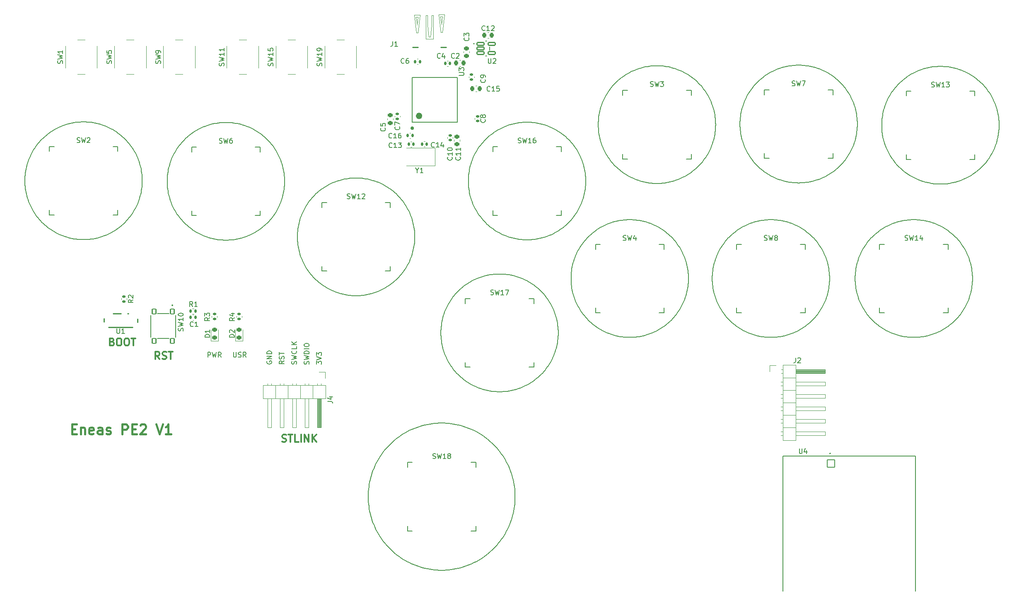
<source format=gto>
%TF.GenerationSoftware,KiCad,Pcbnew,8.0.1*%
%TF.CreationDate,2024-05-01T14:37:59+02:00*%
%TF.ProjectId,PE2-for-review,5045322d-666f-4722-9d72-65766965772e,rev?*%
%TF.SameCoordinates,Original*%
%TF.FileFunction,Legend,Top*%
%TF.FilePolarity,Positive*%
%FSLAX46Y46*%
G04 Gerber Fmt 4.6, Leading zero omitted, Abs format (unit mm)*
G04 Created by KiCad (PCBNEW 8.0.1) date 2024-05-01 14:37:59*
%MOMM*%
%LPD*%
G01*
G04 APERTURE LIST*
G04 Aperture macros list*
%AMRoundRect*
0 Rectangle with rounded corners*
0 $1 Rounding radius*
0 $2 $3 $4 $5 $6 $7 $8 $9 X,Y pos of 4 corners*
0 Add a 4 corners polygon primitive as box body*
4,1,4,$2,$3,$4,$5,$6,$7,$8,$9,$2,$3,0*
0 Add four circle primitives for the rounded corners*
1,1,$1+$1,$2,$3*
1,1,$1+$1,$4,$5*
1,1,$1+$1,$6,$7*
1,1,$1+$1,$8,$9*
0 Add four rect primitives between the rounded corners*
20,1,$1+$1,$2,$3,$4,$5,0*
20,1,$1+$1,$4,$5,$6,$7,0*
20,1,$1+$1,$6,$7,$8,$9,0*
20,1,$1+$1,$8,$9,$2,$3,0*%
G04 Aperture macros list end*
%ADD10C,0.150000*%
%ADD11C,0.200000*%
%ADD12C,0.300000*%
%ADD13C,0.400000*%
%ADD14C,0.120000*%
%ADD15C,0.101500*%
%ADD16C,0.254000*%
%ADD17C,0.127000*%
%ADD18C,1.701800*%
%ADD19C,3.000000*%
%ADD20C,3.429000*%
%ADD21C,2.032000*%
%ADD22C,6.300000*%
%ADD23C,2.000000*%
%ADD24RoundRect,0.140000X0.170000X-0.140000X0.170000X0.140000X-0.170000X0.140000X-0.170000X-0.140000X0*%
%ADD25R,0.500000X1.850000*%
%ADD26R,2.000000X3.000000*%
%ADD27R,2.000000X3.500000*%
%ADD28C,2.250000*%
%ADD29RoundRect,0.102000X-0.754000X-0.754000X0.754000X-0.754000X0.754000X0.754000X-0.754000X0.754000X0*%
%ADD30C,1.712000*%
%ADD31C,3.204000*%
%ADD32R,2.000000X2.400000*%
%ADD33RoundRect,0.218750X0.256250X-0.218750X0.256250X0.218750X-0.256250X0.218750X-0.256250X-0.218750X0*%
%ADD34RoundRect,0.102000X-0.710000X-0.290000X0.710000X-0.290000X0.710000X0.290000X-0.710000X0.290000X0*%
%ADD35RoundRect,0.225000X-0.250000X0.225000X-0.250000X-0.225000X0.250000X-0.225000X0.250000X0.225000X0*%
%ADD36RoundRect,0.135000X0.185000X-0.135000X0.185000X0.135000X-0.185000X0.135000X-0.185000X-0.135000X0*%
%ADD37RoundRect,0.140000X0.140000X0.170000X-0.140000X0.170000X-0.140000X-0.170000X0.140000X-0.170000X0*%
%ADD38R,0.700000X1.800000*%
%ADD39R,1.000000X0.800000*%
%ADD40RoundRect,0.140000X-0.140000X-0.170000X0.140000X-0.170000X0.140000X0.170000X-0.140000X0.170000X0*%
%ADD41RoundRect,0.135000X-0.185000X0.135000X-0.185000X-0.135000X0.185000X-0.135000X0.185000X0.135000X0*%
%ADD42RoundRect,0.225000X-0.225000X-0.250000X0.225000X-0.250000X0.225000X0.250000X-0.225000X0.250000X0*%
%ADD43R,1.700000X1.700000*%
%ADD44O,1.700000X1.700000*%
%ADD45C,1.000000*%
%ADD46RoundRect,0.225000X0.250000X-0.225000X0.250000X0.225000X-0.250000X0.225000X-0.250000X-0.225000X0*%
%ADD47RoundRect,0.135000X0.135000X0.185000X-0.135000X0.185000X-0.135000X-0.185000X0.135000X-0.185000X0*%
%ADD48RoundRect,0.225000X0.225000X0.250000X-0.225000X0.250000X-0.225000X-0.250000X0.225000X-0.250000X0*%
%ADD49RoundRect,0.140000X-0.170000X0.140000X-0.170000X-0.140000X0.170000X-0.140000X0.170000X0.140000X0*%
%ADD50RoundRect,0.102000X-0.375000X0.500000X-0.375000X-0.500000X0.375000X-0.500000X0.375000X0.500000X0*%
%ADD51R,0.300000X1.500000*%
%ADD52R,1.500000X0.300000*%
G04 APERTURE END LIST*
D10*
X99219819Y-101891792D02*
X98743628Y-102225125D01*
X99219819Y-102463220D02*
X98219819Y-102463220D01*
X98219819Y-102463220D02*
X98219819Y-102082268D01*
X98219819Y-102082268D02*
X98267438Y-101987030D01*
X98267438Y-101987030D02*
X98315057Y-101939411D01*
X98315057Y-101939411D02*
X98410295Y-101891792D01*
X98410295Y-101891792D02*
X98553152Y-101891792D01*
X98553152Y-101891792D02*
X98648390Y-101939411D01*
X98648390Y-101939411D02*
X98696009Y-101987030D01*
X98696009Y-101987030D02*
X98743628Y-102082268D01*
X98743628Y-102082268D02*
X98743628Y-102463220D01*
X99172200Y-101510839D02*
X99219819Y-101367982D01*
X99219819Y-101367982D02*
X99219819Y-101129887D01*
X99219819Y-101129887D02*
X99172200Y-101034649D01*
X99172200Y-101034649D02*
X99124580Y-100987030D01*
X99124580Y-100987030D02*
X99029342Y-100939411D01*
X99029342Y-100939411D02*
X98934104Y-100939411D01*
X98934104Y-100939411D02*
X98838866Y-100987030D01*
X98838866Y-100987030D02*
X98791247Y-101034649D01*
X98791247Y-101034649D02*
X98743628Y-101129887D01*
X98743628Y-101129887D02*
X98696009Y-101320363D01*
X98696009Y-101320363D02*
X98648390Y-101415601D01*
X98648390Y-101415601D02*
X98600771Y-101463220D01*
X98600771Y-101463220D02*
X98505533Y-101510839D01*
X98505533Y-101510839D02*
X98410295Y-101510839D01*
X98410295Y-101510839D02*
X98315057Y-101463220D01*
X98315057Y-101463220D02*
X98267438Y-101415601D01*
X98267438Y-101415601D02*
X98219819Y-101320363D01*
X98219819Y-101320363D02*
X98219819Y-101082268D01*
X98219819Y-101082268D02*
X98267438Y-100939411D01*
X98219819Y-100653696D02*
X98219819Y-100082268D01*
X99219819Y-100367982D02*
X98219819Y-100367982D01*
D11*
X216382567Y-53463258D02*
X216382567Y-53463258D01*
X245355098Y-53699766D02*
X245355098Y-53699766D01*
X75320345Y-65170530D02*
X75327016Y-64768696D01*
X75346925Y-64369048D01*
X75379915Y-63971861D01*
X75425827Y-63577408D01*
X75484504Y-63185963D01*
X75555789Y-62797800D01*
X75639522Y-62413193D01*
X75735548Y-62032415D01*
X75843708Y-61655740D01*
X75963844Y-61283443D01*
X76095799Y-60915796D01*
X76239414Y-60553075D01*
X76394534Y-60195553D01*
X76560999Y-59843503D01*
X76738651Y-59497200D01*
X76927335Y-59156918D01*
X77126890Y-58822929D01*
X77337161Y-58495509D01*
X77557989Y-58174931D01*
X77789217Y-57861469D01*
X78030686Y-57555396D01*
X78282240Y-57256987D01*
X78543720Y-56966516D01*
X78814968Y-56684256D01*
X79095828Y-56410481D01*
X79386142Y-56145465D01*
X79685751Y-55889483D01*
X79994498Y-55642807D01*
X80312226Y-55405711D01*
X80638776Y-55178470D01*
X80973991Y-54961358D01*
X81317714Y-54754648D01*
X93312452Y-54754648D02*
X93656174Y-54961358D01*
X93991389Y-55178470D01*
X94317939Y-55405711D01*
X94635667Y-55642807D01*
X94944414Y-55889483D01*
X95244023Y-56145465D01*
X95534336Y-56410481D01*
X95815196Y-56684256D01*
X96086445Y-56966516D01*
X96347925Y-57256987D01*
X96599479Y-57555396D01*
X96840948Y-57861469D01*
X97072175Y-58174931D01*
X97293003Y-58495509D01*
X97503274Y-58822929D01*
X97702830Y-59156918D01*
X97891513Y-59497200D01*
X98069166Y-59843503D01*
X98235631Y-60195553D01*
X98390750Y-60553075D01*
X98534366Y-60915796D01*
X98666321Y-61283443D01*
X98786457Y-61655740D01*
X98894617Y-62032415D01*
X98990642Y-62413193D01*
X99074376Y-62797800D01*
X99145660Y-63185963D01*
X99204338Y-63577408D01*
X99250250Y-63971861D01*
X99283240Y-64369048D01*
X99303149Y-64768696D01*
X99309821Y-65170530D01*
X181412661Y-63997400D02*
X181062266Y-64192523D01*
X180707142Y-64375058D01*
X180347602Y-64545004D01*
X179983962Y-64702362D01*
X179616538Y-64847131D01*
X179245645Y-64979311D01*
X178871597Y-65098903D01*
X178494712Y-65205907D01*
X178115303Y-65300321D01*
X177733687Y-65382147D01*
X177350179Y-65451385D01*
X176965094Y-65508033D01*
X176578747Y-65552093D01*
X176191454Y-65583565D01*
X175803530Y-65602448D01*
X175415292Y-65608742D01*
X175027053Y-65602448D01*
X174639129Y-65583565D01*
X174251836Y-65552093D01*
X173865489Y-65508033D01*
X173480404Y-65451385D01*
X173096896Y-65382147D01*
X172715280Y-65300321D01*
X172335871Y-65205907D01*
X171958986Y-65098903D01*
X171584938Y-64979311D01*
X171214045Y-64847131D01*
X170846621Y-64702362D01*
X170482981Y-64545004D01*
X170123441Y-64375058D01*
X169768317Y-64192523D01*
X169417923Y-63997400D01*
X233918028Y-74621539D02*
X234261750Y-74828249D01*
X234596965Y-75045361D01*
X234923515Y-75272602D01*
X235241243Y-75509697D01*
X235549990Y-75756373D01*
X235849599Y-76012356D01*
X236139913Y-76277372D01*
X236420773Y-76551147D01*
X236692021Y-76833407D01*
X236953501Y-77123878D01*
X237205055Y-77422287D01*
X237446524Y-77728359D01*
X237677752Y-78041822D01*
X237898580Y-78362400D01*
X238108851Y-78689820D01*
X238308406Y-79023808D01*
X238497090Y-79364091D01*
X238674742Y-79710394D01*
X238841207Y-80062443D01*
X238996327Y-80419966D01*
X239139942Y-80782687D01*
X239271897Y-81150333D01*
X239392033Y-81522630D01*
X239500193Y-81899305D01*
X239596219Y-82280083D01*
X239679952Y-82664691D01*
X239751237Y-83052854D01*
X239809914Y-83444299D01*
X239855826Y-83838752D01*
X239888816Y-84235939D01*
X239908725Y-84635587D01*
X239915397Y-85037421D01*
X187410030Y-53581518D02*
X187410030Y-53581518D01*
X233918028Y-95453303D02*
X233567633Y-95648426D01*
X233212509Y-95830961D01*
X232852969Y-96000907D01*
X232489329Y-96158265D01*
X232121905Y-96303034D01*
X231751012Y-96435214D01*
X231376964Y-96554806D01*
X231000079Y-96661809D01*
X230620670Y-96756224D01*
X230239054Y-96838050D01*
X229855546Y-96907287D01*
X229470461Y-96963936D01*
X229084114Y-97007996D01*
X228696821Y-97039467D01*
X228308897Y-97058350D01*
X227920659Y-97064645D01*
X227532420Y-97058350D01*
X227144496Y-97039467D01*
X226757203Y-97007996D01*
X226370856Y-96963936D01*
X225985771Y-96907287D01*
X225602263Y-96838050D01*
X225220647Y-96756224D01*
X224841238Y-96661809D01*
X224464353Y-96554806D01*
X224090305Y-96435214D01*
X223719412Y-96303034D01*
X223351988Y-96158265D01*
X222988348Y-96000907D01*
X222628808Y-95830961D01*
X222273684Y-95648426D01*
X221923290Y-95453303D01*
X123913745Y-142649412D02*
X123483765Y-142390827D01*
X123064427Y-142119230D01*
X122655929Y-141834964D01*
X122258468Y-141538369D01*
X121872241Y-141229790D01*
X121497445Y-140909568D01*
X121134277Y-140578047D01*
X120782936Y-140235568D01*
X120443617Y-139882475D01*
X120116518Y-139519110D01*
X119801838Y-139145815D01*
X119499772Y-138762934D01*
X119210517Y-138370808D01*
X118934273Y-137969781D01*
X118671235Y-137560195D01*
X118421600Y-137142393D01*
X118185567Y-136716716D01*
X117963332Y-136283508D01*
X117755093Y-135843112D01*
X117561047Y-135395869D01*
X117381391Y-134942123D01*
X117216322Y-134482216D01*
X117066037Y-134016491D01*
X116930735Y-133545290D01*
X116810612Y-133068955D01*
X116705865Y-132587831D01*
X116616692Y-132102258D01*
X116543290Y-131612580D01*
X116485856Y-131119139D01*
X116444588Y-130622277D01*
X116419682Y-130122338D01*
X116411337Y-129619665D01*
X204708930Y-95453303D02*
X204358535Y-95648426D01*
X204003411Y-95830961D01*
X203643871Y-96000907D01*
X203280231Y-96158265D01*
X202912807Y-96303034D01*
X202541914Y-96435214D01*
X202167866Y-96554806D01*
X201790981Y-96661809D01*
X201411572Y-96756224D01*
X201029956Y-96838050D01*
X200646448Y-96907287D01*
X200261363Y-96963936D01*
X199875016Y-97007996D01*
X199487723Y-97039467D01*
X199099799Y-97058350D01*
X198711561Y-97064645D01*
X198323322Y-97058350D01*
X197935398Y-97039467D01*
X197548105Y-97007996D01*
X197161758Y-96963936D01*
X196776673Y-96907287D01*
X196393165Y-96838050D01*
X196011549Y-96756224D01*
X195632140Y-96661809D01*
X195255255Y-96554806D01*
X194881207Y-96435214D01*
X194510314Y-96303034D01*
X194142890Y-96158265D01*
X193779250Y-96000907D01*
X193419710Y-95830961D01*
X193064586Y-95648426D01*
X192714192Y-95453303D01*
X192714192Y-74621539D02*
X193064586Y-74426415D01*
X193419710Y-74243880D01*
X193779250Y-74073934D01*
X194142890Y-73916576D01*
X194510314Y-73771807D01*
X194881207Y-73639627D01*
X195255255Y-73520035D01*
X195632140Y-73413031D01*
X196011549Y-73318617D01*
X196393165Y-73236791D01*
X196776673Y-73167553D01*
X197161758Y-73110905D01*
X197548105Y-73066845D01*
X197935398Y-73035373D01*
X198323322Y-73016490D01*
X198711561Y-73010196D01*
X199099799Y-73016490D01*
X199487723Y-73035373D01*
X199875016Y-73066845D01*
X200261363Y-73110905D01*
X200646448Y-73167553D01*
X201029956Y-73236791D01*
X201411572Y-73318617D01*
X201790981Y-73413031D01*
X202167866Y-73520035D01*
X202541914Y-73639627D01*
X202912807Y-73771807D01*
X203280231Y-73916576D01*
X203643871Y-74073934D01*
X204003411Y-74243880D01*
X204358535Y-74426415D01*
X204708930Y-74621539D01*
X239915397Y-85037421D02*
X239908725Y-85439254D01*
X239888816Y-85838902D01*
X239855826Y-86236089D01*
X239809914Y-86630542D01*
X239751237Y-87021987D01*
X239679952Y-87410150D01*
X239596219Y-87794757D01*
X239500193Y-88175535D01*
X239392033Y-88552210D01*
X239271897Y-88924507D01*
X239139942Y-89292154D01*
X238996327Y-89654875D01*
X238841207Y-90012397D01*
X238674742Y-90364447D01*
X238497090Y-90710750D01*
X238308406Y-91051033D01*
X238108851Y-91385021D01*
X237898580Y-91712441D01*
X237677752Y-92033019D01*
X237446524Y-92346481D01*
X237205055Y-92652554D01*
X236953501Y-92950963D01*
X236692021Y-93241434D01*
X236420773Y-93523694D01*
X236139913Y-93797469D01*
X235849599Y-94062485D01*
X235549990Y-94318467D01*
X235241243Y-94565143D01*
X234923515Y-94802239D01*
X234596965Y-95029480D01*
X234261750Y-95246592D01*
X233918028Y-95453303D01*
X142865684Y-75530868D02*
X142521961Y-75324157D01*
X142186746Y-75107045D01*
X141860196Y-74879804D01*
X141542468Y-74642709D01*
X141233721Y-74396033D01*
X140934112Y-74140050D01*
X140643798Y-73875034D01*
X140362938Y-73601259D01*
X140091690Y-73318999D01*
X139830210Y-73028528D01*
X139578656Y-72730119D01*
X139337187Y-72424047D01*
X139105959Y-72110584D01*
X138885131Y-71790006D01*
X138674860Y-71462586D01*
X138475305Y-71128598D01*
X138286621Y-70788315D01*
X138108969Y-70442012D01*
X137942504Y-70089963D01*
X137787384Y-69732440D01*
X137643769Y-69369719D01*
X137511814Y-69002073D01*
X137391678Y-68629776D01*
X137283518Y-68253101D01*
X137187492Y-67872323D01*
X137103759Y-67487715D01*
X137032474Y-67099552D01*
X136973797Y-66708107D01*
X136927885Y-66313654D01*
X136894895Y-65916467D01*
X136874986Y-65516819D01*
X136868315Y-65114986D01*
X210706299Y-85037421D02*
X210699627Y-85439254D01*
X210679718Y-85838902D01*
X210646728Y-86236089D01*
X210600816Y-86630542D01*
X210542139Y-87021987D01*
X210470854Y-87410150D01*
X210387121Y-87794757D01*
X210291095Y-88175535D01*
X210182935Y-88552210D01*
X210062799Y-88924507D01*
X209930844Y-89292154D01*
X209787229Y-89654875D01*
X209632109Y-90012397D01*
X209465644Y-90364447D01*
X209287992Y-90710750D01*
X209099308Y-91051033D01*
X208899753Y-91385021D01*
X208689482Y-91712441D01*
X208468654Y-92033019D01*
X208237426Y-92346481D01*
X207995957Y-92652554D01*
X207744403Y-92950963D01*
X207482923Y-93241434D01*
X207211675Y-93523694D01*
X206930815Y-93797469D01*
X206640501Y-94062485D01*
X206340892Y-94318467D01*
X206032145Y-94565143D01*
X205714417Y-94802239D01*
X205387867Y-95029480D01*
X205052652Y-95246592D01*
X204708930Y-95453303D01*
X210385198Y-43047376D02*
X210728920Y-43254086D01*
X211064135Y-43471198D01*
X211390685Y-43698439D01*
X211708413Y-43935534D01*
X212017160Y-44182210D01*
X212316769Y-44438193D01*
X212607083Y-44703209D01*
X212887943Y-44976983D01*
X213159191Y-45259243D01*
X213420671Y-45549715D01*
X213672225Y-45848124D01*
X213913694Y-46154196D01*
X214144922Y-46467658D01*
X214365750Y-46788236D01*
X214576021Y-47115656D01*
X214775576Y-47449645D01*
X214964260Y-47789927D01*
X215141912Y-48136230D01*
X215308377Y-48488280D01*
X215463497Y-48845802D01*
X215607112Y-49208524D01*
X215739067Y-49576170D01*
X215859203Y-49948467D01*
X215967363Y-50325142D01*
X216063389Y-50705920D01*
X216147122Y-51090528D01*
X216218407Y-51478691D01*
X216277084Y-51870136D01*
X216322996Y-52264589D01*
X216355986Y-52661776D01*
X216375895Y-53061424D01*
X216382567Y-53463258D01*
X181852021Y-85037421D02*
X181852021Y-85037421D01*
X221923290Y-95453303D02*
X221579567Y-95246592D01*
X221244352Y-95029480D01*
X220917802Y-94802239D01*
X220600074Y-94565143D01*
X220291327Y-94318467D01*
X219991718Y-94062485D01*
X219701404Y-93797469D01*
X219420544Y-93523694D01*
X219149296Y-93241434D01*
X218887816Y-92950963D01*
X218636262Y-92652554D01*
X218394793Y-92346481D01*
X218163565Y-92033019D01*
X217942737Y-91712441D01*
X217732466Y-91385021D01*
X217532911Y-91051033D01*
X217344227Y-90710750D01*
X217166575Y-90364447D01*
X217000110Y-90012397D01*
X216844990Y-89654875D01*
X216701375Y-89292154D01*
X216569420Y-88924507D01*
X216449284Y-88552210D01*
X216341124Y-88175535D01*
X216245098Y-87794757D01*
X216161365Y-87410150D01*
X216090080Y-87021987D01*
X216031403Y-86630542D01*
X215985491Y-86236089D01*
X215952501Y-85838902D01*
X215932592Y-85439254D01*
X215925921Y-85037421D01*
X93312452Y-75586412D02*
X92962057Y-75781535D01*
X92606933Y-75964070D01*
X92247393Y-76134016D01*
X91883753Y-76291374D01*
X91516329Y-76436143D01*
X91145436Y-76568323D01*
X90771388Y-76687915D01*
X90394503Y-76794919D01*
X90015094Y-76889333D01*
X89633478Y-76971159D01*
X89249970Y-77040397D01*
X88864885Y-77097045D01*
X88478538Y-77141105D01*
X88091245Y-77172577D01*
X87703321Y-77191460D01*
X87315083Y-77197754D01*
X86926844Y-77191460D01*
X86538920Y-77172577D01*
X86151627Y-77141105D01*
X85765280Y-77097045D01*
X85380195Y-77040397D01*
X84996687Y-76971159D01*
X84615071Y-76889333D01*
X84235662Y-76794919D01*
X83858777Y-76687915D01*
X83484729Y-76568323D01*
X83113836Y-76436143D01*
X82746412Y-76291374D01*
X82382772Y-76134016D01*
X82023232Y-75964070D01*
X81668108Y-75781535D01*
X81317714Y-75586412D01*
X175854652Y-95453303D02*
X175504257Y-95648426D01*
X175149133Y-95830961D01*
X174789593Y-96000907D01*
X174425953Y-96158265D01*
X174058529Y-96303034D01*
X173687636Y-96435214D01*
X173313588Y-96554806D01*
X172936703Y-96661809D01*
X172557294Y-96756224D01*
X172175678Y-96838050D01*
X171792170Y-96907287D01*
X171407085Y-96963936D01*
X171020738Y-97007996D01*
X170633445Y-97039467D01*
X170245521Y-97058350D01*
X169857283Y-97064645D01*
X169469044Y-97058350D01*
X169081120Y-97039467D01*
X168693827Y-97007996D01*
X168307480Y-96963936D01*
X167922395Y-96907287D01*
X167538887Y-96838050D01*
X167157271Y-96756224D01*
X166777862Y-96661809D01*
X166400977Y-96554806D01*
X166026929Y-96435214D01*
X165656036Y-96303034D01*
X165288612Y-96158265D01*
X164924972Y-96000907D01*
X164565432Y-95830961D01*
X164210308Y-95648426D01*
X163859914Y-95453303D01*
X239915397Y-85037421D02*
X239915397Y-85037421D01*
X186716823Y-85037421D02*
X186723494Y-84635587D01*
X186743403Y-84235939D01*
X186776393Y-83838752D01*
X186822305Y-83444299D01*
X186880983Y-83052854D01*
X186952267Y-82664691D01*
X187036001Y-82280083D01*
X187132026Y-81899305D01*
X187240186Y-81522630D01*
X187360322Y-81150333D01*
X187492277Y-80782687D01*
X187635893Y-80419966D01*
X187791012Y-80062443D01*
X187957477Y-79710394D01*
X188135130Y-79364091D01*
X188323813Y-79023808D01*
X188523369Y-78689820D01*
X188733640Y-78362400D01*
X188954468Y-78041822D01*
X189185695Y-77728359D01*
X189427164Y-77422287D01*
X189678718Y-77123878D01*
X189940198Y-76833407D01*
X190211447Y-76551147D01*
X190492307Y-76277372D01*
X190782620Y-76012356D01*
X191082229Y-75756373D01*
X191390976Y-75509697D01*
X191708704Y-75272602D01*
X192035254Y-75045361D01*
X192370469Y-74828249D01*
X192714192Y-74621539D01*
X138918561Y-142649412D02*
X138480235Y-142893501D01*
X138035992Y-143121843D01*
X137586226Y-143334438D01*
X137131331Y-143531284D01*
X136671701Y-143712383D01*
X136207732Y-143877734D01*
X135739818Y-144027338D01*
X135268353Y-144161193D01*
X134793732Y-144279301D01*
X134316350Y-144381661D01*
X133836600Y-144468274D01*
X133354877Y-144539139D01*
X132871577Y-144594256D01*
X132387093Y-144633625D01*
X131901820Y-144657247D01*
X131416153Y-144665121D01*
X130930485Y-144657247D01*
X130445212Y-144633625D01*
X129960728Y-144594256D01*
X129477428Y-144539139D01*
X128995705Y-144468274D01*
X128515955Y-144381661D01*
X128038573Y-144279301D01*
X127563952Y-144161193D01*
X127092487Y-144027338D01*
X126624573Y-143877734D01*
X126160604Y-143712383D01*
X125700974Y-143531284D01*
X125246079Y-143334438D01*
X124796313Y-143121843D01*
X124352070Y-142893501D01*
X123913745Y-142649412D01*
X169417923Y-43165636D02*
X169768317Y-42970512D01*
X170123441Y-42787977D01*
X170482981Y-42618031D01*
X170846621Y-42460673D01*
X171214045Y-42315904D01*
X171584938Y-42183724D01*
X171958986Y-42064132D01*
X172335871Y-41957129D01*
X172715280Y-41862714D01*
X173096896Y-41780888D01*
X173480404Y-41711651D01*
X173865489Y-41655002D01*
X174251836Y-41610942D01*
X174639129Y-41579471D01*
X175027053Y-41560588D01*
X175415292Y-41554294D01*
X175803530Y-41560588D01*
X176191454Y-41579471D01*
X176578747Y-41610942D01*
X176965094Y-41655002D01*
X177350179Y-41711651D01*
X177733687Y-41780888D01*
X178115303Y-41862714D01*
X178494712Y-41957129D01*
X178871597Y-42064132D01*
X179245645Y-42183724D01*
X179616538Y-42315904D01*
X179983962Y-42460673D01*
X180347602Y-42618031D01*
X180707142Y-42787977D01*
X181062266Y-42970512D01*
X181412661Y-43165636D01*
X64221646Y-54636398D02*
X64565368Y-54843108D01*
X64900583Y-55060220D01*
X65227133Y-55287461D01*
X65544861Y-55524557D01*
X65853608Y-55771233D01*
X66153217Y-56027215D01*
X66443531Y-56292231D01*
X66724391Y-56566006D01*
X66995639Y-56848266D01*
X67257119Y-57138737D01*
X67508673Y-57437146D01*
X67750142Y-57743219D01*
X67981370Y-58056681D01*
X68202198Y-58377259D01*
X68412469Y-58704679D01*
X68612024Y-59038668D01*
X68800708Y-59378950D01*
X68978360Y-59725253D01*
X69144825Y-60077303D01*
X69299945Y-60434825D01*
X69443560Y-60797546D01*
X69575515Y-61165193D01*
X69695651Y-61537490D01*
X69803811Y-61914165D01*
X69899837Y-62294943D01*
X69983570Y-62679550D01*
X70054855Y-63067713D01*
X70113532Y-63459158D01*
X70159444Y-63853611D01*
X70192434Y-64250798D01*
X70212343Y-64650446D01*
X70219015Y-65052280D01*
X245355098Y-53699766D02*
X245339490Y-54318685D01*
X245293170Y-54929479D01*
X245216891Y-55531393D01*
X245111407Y-56123671D01*
X244977471Y-56705556D01*
X244815837Y-57276294D01*
X244627259Y-57835128D01*
X244412491Y-58381304D01*
X244172286Y-58914064D01*
X243907397Y-59432654D01*
X243618578Y-59936318D01*
X243306584Y-60424301D01*
X242972167Y-60895845D01*
X242616082Y-61350197D01*
X242239081Y-61786599D01*
X241841919Y-62204297D01*
X241425350Y-62602535D01*
X240990126Y-62980556D01*
X240537002Y-63337606D01*
X240066731Y-63672928D01*
X239580067Y-63985768D01*
X239077763Y-64275368D01*
X238560574Y-64540975D01*
X238029252Y-64781831D01*
X237484552Y-64997181D01*
X236927227Y-65186269D01*
X236358031Y-65348341D01*
X235777717Y-65482639D01*
X235187040Y-65588409D01*
X234586752Y-65664894D01*
X233977607Y-65711340D01*
X233360360Y-65726990D01*
X160857791Y-65114986D02*
X160851119Y-65516819D01*
X160831210Y-65916467D01*
X160798220Y-66313654D01*
X160752308Y-66708107D01*
X160693631Y-67099552D01*
X160622346Y-67487715D01*
X160538613Y-67872323D01*
X160442587Y-68253101D01*
X160334427Y-68629776D01*
X160214291Y-69002073D01*
X160082336Y-69369719D01*
X159938721Y-69732440D01*
X159783601Y-70089963D01*
X159617136Y-70442012D01*
X159439484Y-70788315D01*
X159250800Y-71128598D01*
X159051245Y-71462586D01*
X158840974Y-71790006D01*
X158620146Y-72110584D01*
X158388918Y-72424047D01*
X158147449Y-72730119D01*
X157895895Y-73028528D01*
X157634415Y-73318999D01*
X157363167Y-73601259D01*
X157082307Y-73875034D01*
X156791993Y-74140050D01*
X156492384Y-74396033D01*
X156183637Y-74642709D01*
X155865909Y-74879804D01*
X155539359Y-75107045D01*
X155204144Y-75324157D01*
X154860422Y-75530868D01*
X52226909Y-54636398D02*
X52577302Y-54441274D01*
X52932427Y-54258739D01*
X53291967Y-54088793D01*
X53655607Y-53931435D01*
X54023031Y-53786666D01*
X54393924Y-53654486D01*
X54767971Y-53534894D01*
X55144857Y-53427890D01*
X55524265Y-53333476D01*
X55905881Y-53251650D01*
X56289390Y-53182412D01*
X56674475Y-53125764D01*
X57060822Y-53081704D01*
X57448114Y-53050232D01*
X57836038Y-53031349D01*
X58224277Y-53025055D01*
X58612516Y-53031349D01*
X59000440Y-53050232D01*
X59387732Y-53081704D01*
X59774079Y-53125764D01*
X60159164Y-53182412D01*
X60542673Y-53251650D01*
X60924289Y-53333476D01*
X61303697Y-53427890D01*
X61680583Y-53534894D01*
X62054630Y-53654486D01*
X62425523Y-53786666D01*
X62792947Y-53931435D01*
X63156587Y-54088793D01*
X63516127Y-54258739D01*
X63871252Y-54441274D01*
X64221646Y-54636398D01*
X131255108Y-96153426D02*
X131261779Y-95751592D01*
X131281688Y-95351944D01*
X131314678Y-94954757D01*
X131360590Y-94560304D01*
X131419268Y-94168859D01*
X131490552Y-93780696D01*
X131574286Y-93396089D01*
X131670311Y-93015311D01*
X131778471Y-92638636D01*
X131898607Y-92266339D01*
X132030562Y-91898692D01*
X132174178Y-91535971D01*
X132329297Y-91178449D01*
X132495762Y-90826399D01*
X132673415Y-90480096D01*
X132862098Y-90139814D01*
X133061654Y-89805825D01*
X133271925Y-89478405D01*
X133492753Y-89157827D01*
X133723980Y-88844365D01*
X133965449Y-88538293D01*
X134217003Y-88239884D01*
X134478483Y-87949413D01*
X134749732Y-87667153D01*
X135030592Y-87393378D01*
X135320905Y-87128362D01*
X135620514Y-86872380D01*
X135929261Y-86625704D01*
X136246989Y-86388609D01*
X136573539Y-86161368D01*
X136908754Y-85944256D01*
X137252477Y-85737546D01*
X192393091Y-53463258D02*
X192399762Y-53061424D01*
X192419671Y-52661776D01*
X192452661Y-52264589D01*
X192498573Y-51870136D01*
X192557250Y-51478691D01*
X192628535Y-51090528D01*
X192712268Y-50705920D01*
X192808294Y-50325142D01*
X192916454Y-49948467D01*
X193036590Y-49576170D01*
X193168545Y-49208524D01*
X193312160Y-48845802D01*
X193467280Y-48488280D01*
X193633745Y-48136230D01*
X193811397Y-47789927D01*
X194000081Y-47449645D01*
X194199636Y-47115656D01*
X194409907Y-46788236D01*
X194630735Y-46467658D01*
X194861963Y-46154196D01*
X195103432Y-45848124D01*
X195354986Y-45549715D01*
X195616466Y-45259243D01*
X195887714Y-44976983D01*
X196168574Y-44703209D01*
X196458888Y-44438193D01*
X196758497Y-44182210D01*
X197067244Y-43935534D01*
X197384972Y-43698439D01*
X197711522Y-43471198D01*
X198046737Y-43254086D01*
X198390460Y-43047376D01*
X119919904Y-86938924D02*
X119569509Y-87134047D01*
X119214385Y-87316582D01*
X118854845Y-87486528D01*
X118491205Y-87643886D01*
X118123781Y-87788655D01*
X117752888Y-87920835D01*
X117378840Y-88040427D01*
X117001955Y-88147430D01*
X116622546Y-88241845D01*
X116240930Y-88323671D01*
X115857422Y-88392908D01*
X115472337Y-88449557D01*
X115085990Y-88493617D01*
X114698697Y-88525088D01*
X114310773Y-88543971D01*
X113922535Y-88550266D01*
X113534296Y-88543971D01*
X113146372Y-88525088D01*
X112759079Y-88493617D01*
X112372732Y-88449557D01*
X111987647Y-88392908D01*
X111604139Y-88323671D01*
X111222523Y-88241845D01*
X110843114Y-88147430D01*
X110466229Y-88040427D01*
X110092181Y-87920835D01*
X109721288Y-87788655D01*
X109353864Y-87643886D01*
X108990224Y-87486528D01*
X108630684Y-87316582D01*
X108275560Y-87134047D01*
X107925166Y-86938924D01*
X101927798Y-76523042D02*
X101934469Y-76121208D01*
X101954378Y-75721560D01*
X101987368Y-75324373D01*
X102033280Y-74929920D01*
X102091957Y-74538475D01*
X102163242Y-74150312D01*
X102246975Y-73765704D01*
X102343001Y-73384926D01*
X102451161Y-73008251D01*
X102571297Y-72635954D01*
X102703252Y-72268308D01*
X102846867Y-71905587D01*
X103001987Y-71548064D01*
X103168451Y-71196015D01*
X103346104Y-70849712D01*
X103534788Y-70509429D01*
X103734343Y-70175441D01*
X103944614Y-69848021D01*
X104165442Y-69527443D01*
X104396669Y-69213980D01*
X104638139Y-68907908D01*
X104889692Y-68609499D01*
X105151172Y-68319028D01*
X105422421Y-68036768D01*
X105703281Y-67762993D01*
X105993594Y-67497977D01*
X106293203Y-67241994D01*
X106601950Y-66995318D01*
X106919678Y-66758223D01*
X107246228Y-66530982D01*
X107581443Y-66313870D01*
X107925166Y-66107160D01*
X137252477Y-85737546D02*
X137602871Y-85542422D01*
X137957995Y-85359887D01*
X138317535Y-85189940D01*
X138681175Y-85032583D01*
X139048599Y-84887814D01*
X139419492Y-84755633D01*
X139793540Y-84636041D01*
X140170425Y-84529038D01*
X140549834Y-84434623D01*
X140931450Y-84352797D01*
X141314958Y-84283560D01*
X141700043Y-84226911D01*
X142086390Y-84182851D01*
X142473683Y-84151379D01*
X142861607Y-84132496D01*
X143249846Y-84126202D01*
X143638084Y-84132496D01*
X144026008Y-84151379D01*
X144413301Y-84182851D01*
X144799648Y-84226911D01*
X145184733Y-84283560D01*
X145568241Y-84352797D01*
X145949857Y-84434623D01*
X146329266Y-84529038D01*
X146706151Y-84636041D01*
X147080199Y-84755633D01*
X147451092Y-84887814D01*
X147818516Y-85032583D01*
X148182156Y-85189940D01*
X148541696Y-85359887D01*
X148896820Y-85542422D01*
X149247215Y-85737546D01*
X154860422Y-54699104D02*
X155204144Y-54905814D01*
X155539359Y-55122926D01*
X155865909Y-55350167D01*
X156183637Y-55587263D01*
X156492384Y-55833939D01*
X156791993Y-56089921D01*
X157082307Y-56354937D01*
X157363167Y-56628712D01*
X157634415Y-56910972D01*
X157895895Y-57201443D01*
X158147449Y-57499852D01*
X158388918Y-57805925D01*
X158620146Y-58119387D01*
X158840974Y-58439965D01*
X159051245Y-58767385D01*
X159250800Y-59101374D01*
X159439484Y-59441656D01*
X159617136Y-59787959D01*
X159783601Y-60140009D01*
X159938721Y-60497531D01*
X160082336Y-60860252D01*
X160214291Y-61227899D01*
X160334427Y-61600196D01*
X160442587Y-61976871D01*
X160538613Y-62357649D01*
X160622346Y-62742256D01*
X160693631Y-63130419D01*
X160752308Y-63521864D01*
X160798220Y-63916317D01*
X160831210Y-64313504D01*
X160851119Y-64713152D01*
X160857791Y-65114986D01*
X221923290Y-74621539D02*
X222273684Y-74426415D01*
X222628808Y-74243880D01*
X222988348Y-74073934D01*
X223351988Y-73916576D01*
X223719412Y-73771807D01*
X224090305Y-73639627D01*
X224464353Y-73520035D01*
X224841238Y-73413031D01*
X225220647Y-73318617D01*
X225602263Y-73236791D01*
X225985771Y-73167553D01*
X226370856Y-73110905D01*
X226757203Y-73066845D01*
X227144496Y-73035373D01*
X227532420Y-73016490D01*
X227920659Y-73010196D01*
X228308897Y-73016490D01*
X228696821Y-73035373D01*
X229084114Y-73066845D01*
X229470461Y-73110905D01*
X229855546Y-73167553D01*
X230239054Y-73236791D01*
X230620670Y-73318617D01*
X231000079Y-73413031D01*
X231376964Y-73520035D01*
X231751012Y-73639627D01*
X232121905Y-73771807D01*
X232489329Y-73916576D01*
X232852969Y-74073934D01*
X233212509Y-74243880D01*
X233567633Y-74426415D01*
X233918028Y-74621539D01*
X155244584Y-96153426D02*
X155244584Y-96153426D01*
X181852021Y-85037421D02*
X181845349Y-85439254D01*
X181825440Y-85838902D01*
X181792450Y-86236089D01*
X181746538Y-86630542D01*
X181687861Y-87021987D01*
X181616576Y-87410150D01*
X181532843Y-87794757D01*
X181436817Y-88175535D01*
X181328657Y-88552210D01*
X181208521Y-88924507D01*
X181076566Y-89292154D01*
X180932951Y-89654875D01*
X180777831Y-90012397D01*
X180611366Y-90364447D01*
X180433714Y-90710750D01*
X180245030Y-91051033D01*
X180045475Y-91385021D01*
X179835204Y-91712441D01*
X179614376Y-92033019D01*
X179383148Y-92346481D01*
X179141679Y-92652554D01*
X178890125Y-92950963D01*
X178628645Y-93241434D01*
X178357397Y-93523694D01*
X178076537Y-93797469D01*
X177786223Y-94062485D01*
X177486614Y-94318467D01*
X177177867Y-94565143D01*
X176860139Y-94802239D01*
X176533589Y-95029480D01*
X176198374Y-95246592D01*
X175854652Y-95453303D01*
X138918561Y-116589918D02*
X139348540Y-116848502D01*
X139767877Y-117120098D01*
X140176375Y-117404365D01*
X140573837Y-117700960D01*
X140960064Y-118009539D01*
X141334860Y-118329761D01*
X141698027Y-118661282D01*
X142049369Y-119003760D01*
X142388688Y-119356854D01*
X142715786Y-119720219D01*
X143030467Y-120093513D01*
X143332533Y-120476395D01*
X143621787Y-120868520D01*
X143898032Y-121269547D01*
X144161070Y-121679133D01*
X144410704Y-122096936D01*
X144646737Y-122522613D01*
X144868972Y-122955820D01*
X145077212Y-123396217D01*
X145271258Y-123843460D01*
X145450914Y-124297206D01*
X145615983Y-124757113D01*
X145766267Y-125222838D01*
X145901570Y-125694039D01*
X146021693Y-126170373D01*
X146126440Y-126651498D01*
X146215613Y-127137071D01*
X146289015Y-127626749D01*
X146346449Y-128120190D01*
X146387717Y-128617052D01*
X146412623Y-129116991D01*
X146420969Y-129619665D01*
X64221646Y-75468162D02*
X63871252Y-75663285D01*
X63516127Y-75845820D01*
X63156587Y-76015766D01*
X62792947Y-76173124D01*
X62425523Y-76317893D01*
X62054630Y-76450073D01*
X61680583Y-76569665D01*
X61303697Y-76676669D01*
X60924289Y-76771083D01*
X60542673Y-76852909D01*
X60159164Y-76922147D01*
X59774079Y-76978795D01*
X59387732Y-77022855D01*
X59000440Y-77054327D01*
X58612516Y-77073210D01*
X58224277Y-77079504D01*
X57836038Y-77073210D01*
X57448114Y-77054327D01*
X57060822Y-77022855D01*
X56674475Y-76978795D01*
X56289390Y-76922147D01*
X55905881Y-76852909D01*
X55524265Y-76771083D01*
X55144857Y-76676669D01*
X54767971Y-76569665D01*
X54393924Y-76450073D01*
X54023031Y-76317893D01*
X53655607Y-76173124D01*
X53291967Y-76015766D01*
X52932427Y-75845820D01*
X52577302Y-75663285D01*
X52226909Y-75468162D01*
X227362991Y-43283884D02*
X227713385Y-43088760D01*
X228068509Y-42906225D01*
X228428049Y-42736279D01*
X228791689Y-42578921D01*
X229159113Y-42434152D01*
X229530006Y-42301972D01*
X229904054Y-42182380D01*
X230280939Y-42075376D01*
X230660348Y-41980962D01*
X231041964Y-41899136D01*
X231425472Y-41829898D01*
X231810557Y-41773250D01*
X232196904Y-41729190D01*
X232584197Y-41697718D01*
X232972121Y-41678835D01*
X233360360Y-41672541D01*
X233748598Y-41678835D01*
X234136522Y-41697718D01*
X234523815Y-41729190D01*
X234910162Y-41773250D01*
X235295247Y-41829898D01*
X235678755Y-41899136D01*
X236060371Y-41980962D01*
X236439780Y-42075376D01*
X236816665Y-42182380D01*
X237190713Y-42301972D01*
X237561606Y-42434152D01*
X237929030Y-42578921D01*
X238292670Y-42736279D01*
X238652210Y-42906225D01*
X239007334Y-43088760D01*
X239357729Y-43283884D01*
X169417923Y-63997400D02*
X169074200Y-63790689D01*
X168738985Y-63573577D01*
X168412435Y-63346336D01*
X168094707Y-63109241D01*
X167785960Y-62862565D01*
X167486351Y-62606582D01*
X167196038Y-62341566D01*
X166915178Y-62067791D01*
X166643929Y-61785531D01*
X166382449Y-61495060D01*
X166130896Y-61196651D01*
X165889426Y-60890579D01*
X165658199Y-60577116D01*
X165437371Y-60256538D01*
X165227100Y-59929118D01*
X165027545Y-59595130D01*
X164838861Y-59254847D01*
X164661208Y-58908544D01*
X164494744Y-58556495D01*
X164339624Y-58198972D01*
X164196009Y-57836251D01*
X164064054Y-57468605D01*
X163943918Y-57096308D01*
X163835758Y-56719633D01*
X163739732Y-56338855D01*
X163655999Y-55954247D01*
X163584714Y-55566084D01*
X163526037Y-55174639D01*
X163480125Y-54780186D01*
X163447135Y-54382999D01*
X163427226Y-53983351D01*
X163420555Y-53581518D01*
X116411337Y-129619665D02*
X116419682Y-129116991D01*
X116444588Y-128617052D01*
X116485856Y-128120190D01*
X116543290Y-127626749D01*
X116616692Y-127137071D01*
X116705865Y-126651498D01*
X116810612Y-126170373D01*
X116930735Y-125694039D01*
X117066037Y-125222838D01*
X117216322Y-124757113D01*
X117381391Y-124297206D01*
X117561047Y-123843460D01*
X117755093Y-123396217D01*
X117963332Y-122955820D01*
X118185567Y-122522613D01*
X118421600Y-122096936D01*
X118671235Y-121679133D01*
X118934273Y-121269547D01*
X119210517Y-120868520D01*
X119499772Y-120476395D01*
X119801838Y-120093513D01*
X120116518Y-119720219D01*
X120443617Y-119356854D01*
X120782936Y-119003760D01*
X121134277Y-118661282D01*
X121497445Y-118329761D01*
X121872241Y-118009539D01*
X122258468Y-117700960D01*
X122655929Y-117404365D01*
X123064427Y-117120098D01*
X123483765Y-116848502D01*
X123913745Y-116589918D01*
X160857791Y-65114986D02*
X160857791Y-65114986D01*
X149247215Y-85737546D02*
X149590937Y-85944256D01*
X149926152Y-86161368D01*
X150252702Y-86388609D01*
X150570430Y-86625704D01*
X150879177Y-86872380D01*
X151178786Y-87128362D01*
X151469100Y-87393378D01*
X151749960Y-87667153D01*
X152021208Y-87949413D01*
X152282688Y-88239884D01*
X152534242Y-88538293D01*
X152775711Y-88844365D01*
X153006939Y-89157827D01*
X153227767Y-89478405D01*
X153438038Y-89805825D01*
X153637593Y-90139814D01*
X153826277Y-90480096D01*
X154003929Y-90826399D01*
X154170394Y-91178449D01*
X154325514Y-91535971D01*
X154469129Y-91898692D01*
X154601084Y-92266339D01*
X154721220Y-92638636D01*
X154829380Y-93015311D01*
X154925406Y-93396089D01*
X155009139Y-93780696D01*
X155080424Y-94168859D01*
X155139101Y-94560304D01*
X155185013Y-94954757D01*
X155218003Y-95351944D01*
X155237912Y-95751592D01*
X155244584Y-96153426D01*
X215925921Y-85037421D02*
X215932592Y-84635587D01*
X215952501Y-84235939D01*
X215985491Y-83838752D01*
X216031403Y-83444299D01*
X216090080Y-83052854D01*
X216161365Y-82664691D01*
X216245098Y-82280083D01*
X216341124Y-81899305D01*
X216449284Y-81522630D01*
X216569420Y-81150333D01*
X216701375Y-80782687D01*
X216844990Y-80419966D01*
X217000110Y-80062443D01*
X217166575Y-79710394D01*
X217344227Y-79364091D01*
X217532911Y-79023808D01*
X217732466Y-78689820D01*
X217942737Y-78362400D01*
X218163565Y-78041822D01*
X218394793Y-77728359D01*
X218636262Y-77422287D01*
X218887816Y-77123878D01*
X219149296Y-76833407D01*
X219420544Y-76551147D01*
X219701404Y-76277372D01*
X219991718Y-76012356D01*
X220291327Y-75756373D01*
X220600074Y-75509697D01*
X220917802Y-75272602D01*
X221244352Y-75045361D01*
X221579567Y-74828249D01*
X221923290Y-74621539D01*
X163859914Y-95453303D02*
X163516191Y-95246592D01*
X163180976Y-95029480D01*
X162854426Y-94802239D01*
X162536698Y-94565143D01*
X162227951Y-94318467D01*
X161928342Y-94062485D01*
X161638028Y-93797469D01*
X161357168Y-93523694D01*
X161085920Y-93241434D01*
X160824440Y-92950963D01*
X160572886Y-92652554D01*
X160331417Y-92346481D01*
X160100189Y-92033019D01*
X159879361Y-91712441D01*
X159669090Y-91385021D01*
X159469535Y-91051033D01*
X159280851Y-90710750D01*
X159103199Y-90364447D01*
X158936734Y-90012397D01*
X158781614Y-89654875D01*
X158637999Y-89292154D01*
X158506044Y-88924507D01*
X158385908Y-88552210D01*
X158277748Y-88175535D01*
X158181722Y-87794757D01*
X158097989Y-87410150D01*
X158026704Y-87021987D01*
X157968027Y-86630542D01*
X157922115Y-86236089D01*
X157889125Y-85838902D01*
X157869216Y-85439254D01*
X157862545Y-85037421D01*
X181412661Y-43165636D02*
X181756383Y-43372346D01*
X182091598Y-43589458D01*
X182418148Y-43816699D01*
X182735876Y-44053795D01*
X183044623Y-44300471D01*
X183344232Y-44556453D01*
X183634546Y-44821469D01*
X183915406Y-45095244D01*
X184186654Y-45377504D01*
X184448134Y-45667975D01*
X184699688Y-45966384D01*
X184941157Y-46272457D01*
X185172385Y-46585919D01*
X185393213Y-46906497D01*
X185603484Y-47233917D01*
X185803039Y-47567906D01*
X185991723Y-47908188D01*
X186169375Y-48254491D01*
X186335840Y-48606541D01*
X186490960Y-48964063D01*
X186634575Y-49326784D01*
X186766530Y-49694431D01*
X186886666Y-50066728D01*
X186994826Y-50443403D01*
X187090852Y-50824181D01*
X187174585Y-51208788D01*
X187245870Y-51596951D01*
X187304547Y-51988396D01*
X187350459Y-52382849D01*
X187383449Y-52780036D01*
X187403358Y-53179684D01*
X187410030Y-53581518D01*
X163859914Y-74621539D02*
X164210308Y-74426415D01*
X164565432Y-74243880D01*
X164924972Y-74073934D01*
X165288612Y-73916576D01*
X165656036Y-73771807D01*
X166026929Y-73639627D01*
X166400977Y-73520035D01*
X166777862Y-73413031D01*
X167157271Y-73318617D01*
X167538887Y-73236791D01*
X167922395Y-73167553D01*
X168307480Y-73110905D01*
X168693827Y-73066845D01*
X169081120Y-73035373D01*
X169469044Y-73016490D01*
X169857283Y-73010196D01*
X170245521Y-73016490D01*
X170633445Y-73035373D01*
X171020738Y-73066845D01*
X171407085Y-73110905D01*
X171792170Y-73167553D01*
X172175678Y-73236791D01*
X172557294Y-73318617D01*
X172936703Y-73413031D01*
X173313588Y-73520035D01*
X173687636Y-73639627D01*
X174058529Y-73771807D01*
X174425953Y-73916576D01*
X174789593Y-74073934D01*
X175149133Y-74243880D01*
X175504257Y-74426415D01*
X175854652Y-74621539D01*
X239357729Y-43283884D02*
X239701451Y-43490594D01*
X240036666Y-43707706D01*
X240363216Y-43934947D01*
X240680944Y-44172043D01*
X240989691Y-44418719D01*
X241289300Y-44674701D01*
X241579614Y-44939717D01*
X241860474Y-45213492D01*
X242131722Y-45495752D01*
X242393202Y-45786223D01*
X242644756Y-46084632D01*
X242886225Y-46390705D01*
X243117453Y-46704167D01*
X243338281Y-47024745D01*
X243548552Y-47352165D01*
X243748107Y-47686154D01*
X243936791Y-48026436D01*
X244114443Y-48372739D01*
X244280908Y-48724789D01*
X244436028Y-49082311D01*
X244579643Y-49445032D01*
X244711598Y-49812679D01*
X244831734Y-50184976D01*
X244939894Y-50561651D01*
X245035920Y-50942429D01*
X245119653Y-51327036D01*
X245190938Y-51715199D01*
X245249615Y-52106644D01*
X245295527Y-52501097D01*
X245328517Y-52898284D01*
X245348426Y-53297932D01*
X245355098Y-53699766D01*
X70219015Y-65052280D02*
X70212343Y-65454113D01*
X70192434Y-65853761D01*
X70159444Y-66250948D01*
X70113532Y-66645401D01*
X70054855Y-67036846D01*
X69983570Y-67425009D01*
X69899837Y-67809616D01*
X69803811Y-68190394D01*
X69695651Y-68567069D01*
X69575515Y-68939366D01*
X69443560Y-69307013D01*
X69299945Y-69669734D01*
X69144825Y-70027256D01*
X68978360Y-70379306D01*
X68800708Y-70725609D01*
X68612024Y-71065892D01*
X68412469Y-71399880D01*
X68202198Y-71727300D01*
X67981370Y-72047878D01*
X67750142Y-72361340D01*
X67508673Y-72667413D01*
X67257119Y-72965822D01*
X66995639Y-73256293D01*
X66724391Y-73538553D01*
X66443531Y-73812328D01*
X66153217Y-74077344D01*
X65853608Y-74333326D01*
X65544861Y-74580002D01*
X65227133Y-74817098D01*
X64900583Y-75044339D01*
X64565368Y-75261451D01*
X64221646Y-75468162D01*
X163420555Y-53581518D02*
X163427226Y-53179684D01*
X163447135Y-52780036D01*
X163480125Y-52382849D01*
X163526037Y-51988396D01*
X163584714Y-51596951D01*
X163655999Y-51208788D01*
X163739732Y-50824181D01*
X163835758Y-50443403D01*
X163943918Y-50066728D01*
X164064054Y-49694431D01*
X164196009Y-49326784D01*
X164339624Y-48964063D01*
X164494744Y-48606541D01*
X164661208Y-48254491D01*
X164838861Y-47908188D01*
X165027545Y-47567906D01*
X165227100Y-47233917D01*
X165437371Y-46906497D01*
X165658199Y-46585919D01*
X165889426Y-46272457D01*
X166130896Y-45966384D01*
X166382449Y-45667975D01*
X166643929Y-45377504D01*
X166915178Y-45095244D01*
X167196038Y-44821469D01*
X167486351Y-44556453D01*
X167785960Y-44300471D01*
X168094707Y-44053795D01*
X168412435Y-43816699D01*
X168738985Y-43589458D01*
X169074200Y-43372346D01*
X169417923Y-43165636D01*
X70219015Y-65052280D02*
X70219015Y-65052280D01*
X107925166Y-66107160D02*
X108275560Y-65912036D01*
X108630684Y-65729501D01*
X108990224Y-65559555D01*
X109353864Y-65402197D01*
X109721288Y-65257428D01*
X110092181Y-65125248D01*
X110466229Y-65005656D01*
X110843114Y-64898652D01*
X111222523Y-64804238D01*
X111604139Y-64722412D01*
X111987647Y-64653174D01*
X112372732Y-64596526D01*
X112759079Y-64552466D01*
X113146372Y-64520994D01*
X113534296Y-64502111D01*
X113922535Y-64495817D01*
X114310773Y-64502111D01*
X114698697Y-64520994D01*
X115085990Y-64552466D01*
X115472337Y-64596526D01*
X115857422Y-64653174D01*
X116240930Y-64722412D01*
X116622546Y-64804238D01*
X117001955Y-64898652D01*
X117378840Y-65005656D01*
X117752888Y-65125248D01*
X118123781Y-65257428D01*
X118491205Y-65402197D01*
X118854845Y-65559555D01*
X119214385Y-65729501D01*
X119569509Y-65912036D01*
X119919904Y-66107160D01*
X146420969Y-129619665D02*
X146412623Y-130122338D01*
X146387717Y-130622277D01*
X146346449Y-131119139D01*
X146289015Y-131612580D01*
X146215613Y-132102258D01*
X146126440Y-132587831D01*
X146021693Y-133068955D01*
X145901570Y-133545290D01*
X145766267Y-134016491D01*
X145615983Y-134482216D01*
X145450914Y-134942123D01*
X145271258Y-135395869D01*
X145077212Y-135843112D01*
X144868972Y-136283508D01*
X144646737Y-136716716D01*
X144410704Y-137142393D01*
X144161070Y-137560195D01*
X143898032Y-137969781D01*
X143621787Y-138370808D01*
X143332533Y-138762934D01*
X143030467Y-139145815D01*
X142715786Y-139519110D01*
X142388688Y-139882475D01*
X142049369Y-140235568D01*
X141698027Y-140578047D01*
X141334860Y-140909568D01*
X140960064Y-141229790D01*
X140573837Y-141538369D01*
X140176375Y-141834964D01*
X139767877Y-142119230D01*
X139348540Y-142390827D01*
X138918561Y-142649412D01*
X157862545Y-85037421D02*
X157869216Y-84635587D01*
X157889125Y-84235939D01*
X157922115Y-83838752D01*
X157968027Y-83444299D01*
X158026704Y-83052854D01*
X158097989Y-82664691D01*
X158181722Y-82280083D01*
X158277748Y-81899305D01*
X158385908Y-81522630D01*
X158506044Y-81150333D01*
X158637999Y-80782687D01*
X158781614Y-80419966D01*
X158936734Y-80062443D01*
X159103199Y-79710394D01*
X159280851Y-79364091D01*
X159469535Y-79023808D01*
X159669090Y-78689820D01*
X159879361Y-78362400D01*
X160100189Y-78041822D01*
X160331417Y-77728359D01*
X160572886Y-77422287D01*
X160824440Y-77123878D01*
X161085920Y-76833407D01*
X161357168Y-76551147D01*
X161638028Y-76277372D01*
X161928342Y-76012356D01*
X162227951Y-75756373D01*
X162536698Y-75509697D01*
X162854426Y-75272602D01*
X163180976Y-75045361D01*
X163516191Y-74828249D01*
X163859914Y-74621539D01*
X119919904Y-66107160D02*
X120263626Y-66313870D01*
X120598841Y-66530982D01*
X120925391Y-66758223D01*
X121243119Y-66995318D01*
X121551866Y-67241994D01*
X121851475Y-67497977D01*
X122141789Y-67762993D01*
X122422649Y-68036768D01*
X122693897Y-68319028D01*
X122955377Y-68609499D01*
X123206931Y-68907908D01*
X123448400Y-69213980D01*
X123679628Y-69527443D01*
X123900456Y-69848021D01*
X124110727Y-70175441D01*
X124310282Y-70509429D01*
X124498966Y-70849712D01*
X124676618Y-71196015D01*
X124843083Y-71548064D01*
X124998203Y-71905587D01*
X125141818Y-72268308D01*
X125273773Y-72635954D01*
X125393909Y-73008251D01*
X125502069Y-73384926D01*
X125598095Y-73765704D01*
X125681828Y-74150312D01*
X125753113Y-74538475D01*
X125811790Y-74929920D01*
X125857702Y-75324373D01*
X125890692Y-75721560D01*
X125910601Y-76121208D01*
X125917273Y-76523042D01*
X123913745Y-116589918D02*
X124352070Y-116345828D01*
X124796313Y-116117486D01*
X125246079Y-115904891D01*
X125700974Y-115708045D01*
X126160604Y-115526946D01*
X126624573Y-115361595D01*
X127092487Y-115211991D01*
X127563952Y-115078136D01*
X128038573Y-114960028D01*
X128515955Y-114857668D01*
X128995705Y-114771055D01*
X129477428Y-114700190D01*
X129960728Y-114645073D01*
X130445212Y-114605704D01*
X130930485Y-114582082D01*
X131416153Y-114574209D01*
X131901820Y-114582082D01*
X132387093Y-114605704D01*
X132871577Y-114645073D01*
X133354877Y-114700190D01*
X133836600Y-114771055D01*
X134316350Y-114857668D01*
X134793732Y-114960028D01*
X135268353Y-115078136D01*
X135739818Y-115211991D01*
X136207732Y-115361595D01*
X136671701Y-115526946D01*
X137131331Y-115708045D01*
X137586226Y-115904891D01*
X138035992Y-116117486D01*
X138480235Y-116345828D01*
X138918561Y-116589918D01*
X107925166Y-86938924D02*
X107581443Y-86732213D01*
X107246228Y-86515101D01*
X106919678Y-86287860D01*
X106601950Y-86050764D01*
X106293203Y-85804088D01*
X105993594Y-85548106D01*
X105703281Y-85283090D01*
X105422421Y-85009315D01*
X105151172Y-84727055D01*
X104889692Y-84436584D01*
X104638139Y-84138175D01*
X104396669Y-83832102D01*
X104165442Y-83518640D01*
X103944614Y-83198062D01*
X103734343Y-82870642D01*
X103534788Y-82536654D01*
X103346104Y-82196371D01*
X103168451Y-81850068D01*
X103001987Y-81498018D01*
X102846867Y-81140496D01*
X102703252Y-80777775D01*
X102571297Y-80410128D01*
X102451161Y-80037831D01*
X102343001Y-79661156D01*
X102246975Y-79280378D01*
X102163242Y-78895771D01*
X102091957Y-78507608D01*
X102033280Y-78116163D01*
X101987368Y-77721710D01*
X101954378Y-77324523D01*
X101934469Y-76924875D01*
X101927798Y-76523042D01*
X210385198Y-63879139D02*
X210034803Y-64074262D01*
X209679679Y-64256797D01*
X209320139Y-64426743D01*
X208956499Y-64584101D01*
X208589075Y-64728870D01*
X208218182Y-64861050D01*
X207844134Y-64980642D01*
X207467249Y-65087646D01*
X207087840Y-65182060D01*
X206706224Y-65263886D01*
X206322716Y-65333124D01*
X205937631Y-65389772D01*
X205551284Y-65433832D01*
X205163991Y-65465304D01*
X204776067Y-65484187D01*
X204387829Y-65490481D01*
X203999590Y-65484187D01*
X203611666Y-65465304D01*
X203224373Y-65433832D01*
X202838026Y-65389772D01*
X202452941Y-65333124D01*
X202069433Y-65263886D01*
X201687817Y-65182060D01*
X201308408Y-65087646D01*
X200931523Y-64980642D01*
X200557475Y-64861050D01*
X200186582Y-64728870D01*
X199819158Y-64584101D01*
X199455518Y-64426743D01*
X199095978Y-64256797D01*
X198740854Y-64074262D01*
X198390460Y-63879139D01*
X221365622Y-53699766D02*
X221372293Y-53297932D01*
X221392202Y-52898284D01*
X221425192Y-52501097D01*
X221471104Y-52106644D01*
X221529781Y-51715199D01*
X221601066Y-51327036D01*
X221684799Y-50942429D01*
X221780825Y-50561651D01*
X221888985Y-50184976D01*
X222009121Y-49812679D01*
X222141076Y-49445032D01*
X222284691Y-49082311D01*
X222439811Y-48724789D01*
X222606276Y-48372739D01*
X222783928Y-48026436D01*
X222972612Y-47686154D01*
X223172167Y-47352165D01*
X223382438Y-47024745D01*
X223603266Y-46704167D01*
X223834494Y-46390705D01*
X224075963Y-46084632D01*
X224327517Y-45786223D01*
X224588997Y-45495752D01*
X224860245Y-45213492D01*
X225141105Y-44939717D01*
X225431419Y-44674701D01*
X225731028Y-44418719D01*
X226039775Y-44172043D01*
X226357503Y-43934947D01*
X226684053Y-43707706D01*
X227019268Y-43490594D01*
X227362991Y-43283884D01*
X81317714Y-75586412D02*
X80973991Y-75379701D01*
X80638776Y-75162589D01*
X80312226Y-74935348D01*
X79994498Y-74698253D01*
X79685751Y-74451577D01*
X79386142Y-74195594D01*
X79095828Y-73930578D01*
X78814968Y-73656803D01*
X78543720Y-73374543D01*
X78282240Y-73084072D01*
X78030686Y-72785663D01*
X77789217Y-72479591D01*
X77557989Y-72166128D01*
X77337161Y-71845550D01*
X77126890Y-71518130D01*
X76927335Y-71184142D01*
X76738651Y-70843859D01*
X76560999Y-70497556D01*
X76394534Y-70145507D01*
X76239414Y-69787984D01*
X76095799Y-69425263D01*
X75963844Y-69057617D01*
X75843708Y-68685320D01*
X75735548Y-68308645D01*
X75639522Y-67927867D01*
X75555789Y-67543259D01*
X75484504Y-67155096D01*
X75425827Y-66763651D01*
X75379915Y-66369198D01*
X75346925Y-65972011D01*
X75327016Y-65572363D01*
X75320345Y-65170530D01*
X187410030Y-53581518D02*
X187403358Y-53983351D01*
X187383449Y-54382999D01*
X187350459Y-54780186D01*
X187304547Y-55174639D01*
X187245870Y-55566084D01*
X187174585Y-55954247D01*
X187090852Y-56338855D01*
X186994826Y-56719633D01*
X186886666Y-57096308D01*
X186766530Y-57468605D01*
X186634575Y-57836251D01*
X186490960Y-58198972D01*
X186335840Y-58556495D01*
X186169375Y-58908544D01*
X185991723Y-59254847D01*
X185803039Y-59595130D01*
X185603484Y-59929118D01*
X185393213Y-60256538D01*
X185172385Y-60577116D01*
X184941157Y-60890579D01*
X184699688Y-61196651D01*
X184448134Y-61495060D01*
X184186654Y-61785531D01*
X183915406Y-62067791D01*
X183634546Y-62341566D01*
X183344232Y-62606582D01*
X183044623Y-62862565D01*
X182735876Y-63109241D01*
X182418148Y-63346336D01*
X182091598Y-63573577D01*
X181756383Y-63790689D01*
X181412661Y-63997400D01*
X198390460Y-63879139D02*
X198046737Y-63672428D01*
X197711522Y-63455316D01*
X197384972Y-63228075D01*
X197067244Y-62990980D01*
X196758497Y-62744304D01*
X196458888Y-62488321D01*
X196168574Y-62223305D01*
X195887714Y-61949531D01*
X195616466Y-61667271D01*
X195354986Y-61376799D01*
X195103432Y-61078390D01*
X194861963Y-60772318D01*
X194630735Y-60458856D01*
X194409907Y-60138278D01*
X194199636Y-59810858D01*
X194000081Y-59476869D01*
X193811397Y-59136587D01*
X193633745Y-58790284D01*
X193467280Y-58438234D01*
X193312160Y-58080712D01*
X193168545Y-57717991D01*
X193036590Y-57350344D01*
X192916454Y-56978047D01*
X192808294Y-56601372D01*
X192712268Y-56220594D01*
X192628535Y-55835987D01*
X192557250Y-55447824D01*
X192498573Y-55056379D01*
X192452661Y-54661926D01*
X192419671Y-54264739D01*
X192399762Y-53865091D01*
X192393091Y-53463258D01*
X137252477Y-106569308D02*
X136908754Y-106362597D01*
X136573539Y-106145485D01*
X136246989Y-105918244D01*
X135929261Y-105681149D01*
X135620514Y-105434473D01*
X135320905Y-105178490D01*
X135030592Y-104913474D01*
X134749732Y-104639700D01*
X134478483Y-104357440D01*
X134217003Y-104066968D01*
X133965449Y-103768559D01*
X133723980Y-103462487D01*
X133492753Y-103149025D01*
X133271925Y-102828447D01*
X133061654Y-102501027D01*
X132862098Y-102167038D01*
X132673415Y-101826756D01*
X132495762Y-101480453D01*
X132329297Y-101128403D01*
X132174178Y-100770881D01*
X132030562Y-100408159D01*
X131898607Y-100040513D01*
X131778471Y-99668216D01*
X131670311Y-99291541D01*
X131574286Y-98910763D01*
X131490552Y-98526155D01*
X131419268Y-98137992D01*
X131360590Y-97746547D01*
X131314678Y-97352094D01*
X131281688Y-96954907D01*
X131261779Y-96555259D01*
X131255108Y-96153426D01*
X81317714Y-54754648D02*
X81668108Y-54559524D01*
X82023232Y-54376989D01*
X82382772Y-54207043D01*
X82746412Y-54049685D01*
X83113836Y-53904916D01*
X83484729Y-53772736D01*
X83858777Y-53653144D01*
X84235662Y-53546141D01*
X84615071Y-53451726D01*
X84996687Y-53369900D01*
X85380195Y-53300663D01*
X85765280Y-53244014D01*
X86151627Y-53199954D01*
X86538920Y-53168483D01*
X86926844Y-53149600D01*
X87315083Y-53143306D01*
X87703321Y-53149600D01*
X88091245Y-53168483D01*
X88478538Y-53199954D01*
X88864885Y-53244014D01*
X89249970Y-53300663D01*
X89633478Y-53369900D01*
X90015094Y-53451726D01*
X90394503Y-53546141D01*
X90771388Y-53653144D01*
X91145436Y-53772736D01*
X91516329Y-53904916D01*
X91883753Y-54049685D01*
X92247393Y-54207043D01*
X92606933Y-54376989D01*
X92962057Y-54559524D01*
X93312452Y-54754648D01*
X136868315Y-65114986D02*
X136874986Y-64713152D01*
X136894895Y-64313504D01*
X136927885Y-63916317D01*
X136973797Y-63521864D01*
X137032474Y-63130419D01*
X137103759Y-62742256D01*
X137187492Y-62357649D01*
X137283518Y-61976871D01*
X137391678Y-61600196D01*
X137511814Y-61227899D01*
X137643769Y-60860252D01*
X137787384Y-60497531D01*
X137942504Y-60140009D01*
X138108969Y-59787959D01*
X138286621Y-59441656D01*
X138475305Y-59101374D01*
X138674860Y-58767385D01*
X138885131Y-58439965D01*
X139105959Y-58119387D01*
X139337187Y-57805925D01*
X139578656Y-57499852D01*
X139830210Y-57201443D01*
X140091690Y-56910972D01*
X140362938Y-56628712D01*
X140643798Y-56354937D01*
X140934112Y-56089921D01*
X141233721Y-55833939D01*
X141542468Y-55587263D01*
X141860196Y-55350167D01*
X142186746Y-55122926D01*
X142521961Y-54905814D01*
X142865684Y-54699104D01*
X125917273Y-76523042D02*
X125917273Y-76523042D01*
X99309821Y-65170530D02*
X99309821Y-65170530D01*
X149247215Y-106569308D02*
X148896820Y-106764431D01*
X148541696Y-106946966D01*
X148182156Y-107116912D01*
X147818516Y-107274270D01*
X147451092Y-107419039D01*
X147080199Y-107551219D01*
X146706151Y-107670811D01*
X146329266Y-107777815D01*
X145949857Y-107872229D01*
X145568241Y-107954055D01*
X145184733Y-108023293D01*
X144799648Y-108079941D01*
X144413301Y-108124001D01*
X144026008Y-108155473D01*
X143638084Y-108174356D01*
X143249846Y-108180650D01*
X142861607Y-108174356D01*
X142473683Y-108155473D01*
X142086390Y-108124001D01*
X141700043Y-108079941D01*
X141314958Y-108023293D01*
X140931450Y-107954055D01*
X140549834Y-107872229D01*
X140170425Y-107777815D01*
X139793540Y-107670811D01*
X139419492Y-107551219D01*
X139048599Y-107419039D01*
X138681175Y-107274270D01*
X138317535Y-107116912D01*
X137957995Y-106946966D01*
X137602871Y-106764431D01*
X137252477Y-106569308D01*
X155244584Y-96153426D02*
X155237912Y-96555259D01*
X155218003Y-96954907D01*
X155185013Y-97352094D01*
X155139101Y-97746547D01*
X155080424Y-98137992D01*
X155009139Y-98526155D01*
X154925406Y-98910763D01*
X154829380Y-99291541D01*
X154721220Y-99668216D01*
X154601084Y-100040513D01*
X154469129Y-100408159D01*
X154325514Y-100770881D01*
X154170394Y-101128403D01*
X154003929Y-101480453D01*
X153826277Y-101826756D01*
X153637593Y-102167038D01*
X153438038Y-102501027D01*
X153227767Y-102828447D01*
X153006939Y-103149025D01*
X152775711Y-103462487D01*
X152534242Y-103768559D01*
X152282688Y-104066968D01*
X152021208Y-104357440D01*
X151749960Y-104639700D01*
X151469100Y-104913474D01*
X151178786Y-105178490D01*
X150879177Y-105434473D01*
X150570430Y-105681149D01*
X150252702Y-105918244D01*
X149926152Y-106145485D01*
X149590937Y-106362597D01*
X149247215Y-106569308D01*
X99309821Y-65170530D02*
X99303149Y-65572363D01*
X99283240Y-65972011D01*
X99250250Y-66369198D01*
X99204338Y-66763651D01*
X99145660Y-67155096D01*
X99074376Y-67543259D01*
X98990642Y-67927867D01*
X98894617Y-68308645D01*
X98786457Y-68685320D01*
X98666321Y-69057617D01*
X98534366Y-69425263D01*
X98390750Y-69787984D01*
X98235631Y-70145507D01*
X98069166Y-70497556D01*
X97891513Y-70843859D01*
X97702830Y-71184142D01*
X97503274Y-71518130D01*
X97293003Y-71845550D01*
X97072175Y-72166128D01*
X96840948Y-72479591D01*
X96599479Y-72785663D01*
X96347925Y-73084072D01*
X96086445Y-73374543D01*
X95815196Y-73656803D01*
X95534336Y-73930578D01*
X95244023Y-74195594D01*
X94944414Y-74451577D01*
X94635667Y-74698253D01*
X94317939Y-74935348D01*
X93991389Y-75162589D01*
X93656174Y-75379701D01*
X93312452Y-75586412D01*
X192714192Y-95453303D02*
X192370469Y-95246592D01*
X192035254Y-95029480D01*
X191708704Y-94802239D01*
X191390976Y-94565143D01*
X191082229Y-94318467D01*
X190782620Y-94062485D01*
X190492307Y-93797469D01*
X190211447Y-93523694D01*
X189940198Y-93241434D01*
X189678718Y-92950963D01*
X189427164Y-92652554D01*
X189185695Y-92346481D01*
X188954468Y-92033019D01*
X188733640Y-91712441D01*
X188523369Y-91385021D01*
X188323813Y-91051033D01*
X188135130Y-90710750D01*
X187957477Y-90364447D01*
X187791012Y-90012397D01*
X187635893Y-89654875D01*
X187492277Y-89292154D01*
X187360322Y-88924507D01*
X187240186Y-88552210D01*
X187132026Y-88175535D01*
X187036001Y-87794757D01*
X186952267Y-87410150D01*
X186880983Y-87021987D01*
X186822305Y-86630542D01*
X186776393Y-86236089D01*
X186743403Y-85838902D01*
X186723494Y-85439254D01*
X186716823Y-85037421D01*
X175854652Y-74621539D02*
X176198374Y-74828249D01*
X176533589Y-75045361D01*
X176860139Y-75272602D01*
X177177867Y-75509697D01*
X177486614Y-75756373D01*
X177786223Y-76012356D01*
X178076537Y-76277372D01*
X178357397Y-76551147D01*
X178628645Y-76833407D01*
X178890125Y-77123878D01*
X179141679Y-77422287D01*
X179383148Y-77728359D01*
X179614376Y-78041822D01*
X179835204Y-78362400D01*
X180045475Y-78689820D01*
X180245030Y-79023808D01*
X180433714Y-79364091D01*
X180611366Y-79710394D01*
X180777831Y-80062443D01*
X180932951Y-80419966D01*
X181076566Y-80782687D01*
X181208521Y-81150333D01*
X181328657Y-81522630D01*
X181436817Y-81899305D01*
X181532843Y-82280083D01*
X181616576Y-82664691D01*
X181687861Y-83052854D01*
X181746538Y-83444299D01*
X181792450Y-83838752D01*
X181825440Y-84235939D01*
X181845349Y-84635587D01*
X181852021Y-85037421D01*
X52226909Y-75468162D02*
X51883186Y-75261451D01*
X51547971Y-75044339D01*
X51221421Y-74817098D01*
X50903693Y-74580002D01*
X50594946Y-74333326D01*
X50295337Y-74077344D01*
X50005023Y-73812328D01*
X49724163Y-73538553D01*
X49452915Y-73256293D01*
X49191435Y-72965822D01*
X48939881Y-72667413D01*
X48698412Y-72361340D01*
X48467184Y-72047878D01*
X48246356Y-71727300D01*
X48036085Y-71399880D01*
X47836530Y-71065892D01*
X47647846Y-70725609D01*
X47470194Y-70379306D01*
X47303729Y-70027256D01*
X47148609Y-69669734D01*
X47004994Y-69307013D01*
X46873039Y-68939366D01*
X46752903Y-68567069D01*
X46644743Y-68190394D01*
X46548717Y-67809616D01*
X46464984Y-67425009D01*
X46393699Y-67036846D01*
X46335022Y-66645401D01*
X46289110Y-66250948D01*
X46256120Y-65853761D01*
X46236211Y-65454113D01*
X46229540Y-65052280D01*
X46229540Y-65052280D02*
X46236211Y-64650446D01*
X46256120Y-64250798D01*
X46289110Y-63853611D01*
X46335022Y-63459158D01*
X46393699Y-63067713D01*
X46464984Y-62679550D01*
X46548717Y-62294943D01*
X46644743Y-61914165D01*
X46752903Y-61537490D01*
X46873039Y-61165193D01*
X47004994Y-60797546D01*
X47148609Y-60434825D01*
X47303729Y-60077303D01*
X47470194Y-59725253D01*
X47647846Y-59378950D01*
X47836530Y-59038668D01*
X48036085Y-58704679D01*
X48246356Y-58377259D01*
X48467184Y-58056681D01*
X48698412Y-57743219D01*
X48939881Y-57437146D01*
X49191435Y-57138737D01*
X49452915Y-56848266D01*
X49724163Y-56566006D01*
X50005023Y-56292231D01*
X50295337Y-56027215D01*
X50594946Y-55771233D01*
X50903693Y-55524557D01*
X51221421Y-55287461D01*
X51547971Y-55060220D01*
X51883186Y-54843108D01*
X52226909Y-54636398D01*
X146420969Y-129619665D02*
X146420969Y-129619665D01*
X125917273Y-76523042D02*
X125910601Y-76924875D01*
X125890692Y-77324523D01*
X125857702Y-77721710D01*
X125811790Y-78116163D01*
X125753113Y-78507608D01*
X125681828Y-78895771D01*
X125598095Y-79280378D01*
X125502069Y-79661156D01*
X125393909Y-80037831D01*
X125273773Y-80410128D01*
X125141818Y-80777775D01*
X124998203Y-81140496D01*
X124843083Y-81498018D01*
X124676618Y-81850068D01*
X124498966Y-82196371D01*
X124310282Y-82536654D01*
X124110727Y-82870642D01*
X123900456Y-83198062D01*
X123679628Y-83518640D01*
X123448400Y-83832102D01*
X123206931Y-84138175D01*
X122955377Y-84436584D01*
X122693897Y-84727055D01*
X122422649Y-85009315D01*
X122141789Y-85283090D01*
X121851475Y-85548106D01*
X121551866Y-85804088D01*
X121243119Y-86050764D01*
X120925391Y-86287860D01*
X120598841Y-86515101D01*
X120263626Y-86732213D01*
X119919904Y-86938924D01*
X233360360Y-65726990D02*
X232743112Y-65711340D01*
X232133967Y-65664894D01*
X231533679Y-65588409D01*
X230943002Y-65482639D01*
X230362688Y-65348341D01*
X229793492Y-65186269D01*
X229236167Y-64997181D01*
X228691467Y-64781831D01*
X228160145Y-64540975D01*
X227642956Y-64275368D01*
X227140652Y-63985768D01*
X226653988Y-63672928D01*
X226183717Y-63337606D01*
X225730593Y-62980556D01*
X225295369Y-62602535D01*
X224878800Y-62204297D01*
X224481638Y-61786599D01*
X224104637Y-61350197D01*
X223748552Y-60895845D01*
X223414135Y-60424301D01*
X223102141Y-59936318D01*
X222813322Y-59432654D01*
X222548433Y-58914064D01*
X222308228Y-58381304D01*
X222093460Y-57835128D01*
X221904882Y-57276294D01*
X221743248Y-56705556D01*
X221609312Y-56123671D01*
X221503828Y-55531393D01*
X221427549Y-54929479D01*
X221381229Y-54318685D01*
X221365622Y-53699766D01*
X154860422Y-75530868D02*
X154510027Y-75725991D01*
X154154903Y-75908526D01*
X153795363Y-76078472D01*
X153431723Y-76235830D01*
X153064299Y-76380599D01*
X152693406Y-76512779D01*
X152319358Y-76632371D01*
X151942473Y-76739375D01*
X151563064Y-76833789D01*
X151181448Y-76915615D01*
X150797940Y-76984853D01*
X150412855Y-77041501D01*
X150026508Y-77085561D01*
X149639215Y-77117033D01*
X149251291Y-77135916D01*
X148863053Y-77142210D01*
X148474814Y-77135916D01*
X148086890Y-77117033D01*
X147699597Y-77085561D01*
X147313250Y-77041501D01*
X146928165Y-76984853D01*
X146544657Y-76915615D01*
X146163041Y-76833789D01*
X145783632Y-76739375D01*
X145406747Y-76632371D01*
X145032699Y-76512779D01*
X144661806Y-76380599D01*
X144294382Y-76235830D01*
X143930742Y-76078472D01*
X143571202Y-75908526D01*
X143216078Y-75725991D01*
X142865684Y-75530868D01*
X204708930Y-74621539D02*
X205052652Y-74828249D01*
X205387867Y-75045361D01*
X205714417Y-75272602D01*
X206032145Y-75509697D01*
X206340892Y-75756373D01*
X206640501Y-76012356D01*
X206930815Y-76277372D01*
X207211675Y-76551147D01*
X207482923Y-76833407D01*
X207744403Y-77123878D01*
X207995957Y-77422287D01*
X208237426Y-77728359D01*
X208468654Y-78041822D01*
X208689482Y-78362400D01*
X208899753Y-78689820D01*
X209099308Y-79023808D01*
X209287992Y-79364091D01*
X209465644Y-79710394D01*
X209632109Y-80062443D01*
X209787229Y-80419966D01*
X209930844Y-80782687D01*
X210062799Y-81150333D01*
X210182935Y-81522630D01*
X210291095Y-81899305D01*
X210387121Y-82280083D01*
X210470854Y-82664691D01*
X210542139Y-83052854D01*
X210600816Y-83444299D01*
X210646728Y-83838752D01*
X210679718Y-84235939D01*
X210699627Y-84635587D01*
X210706299Y-85037421D01*
X198390460Y-43047376D02*
X198740854Y-42852252D01*
X199095978Y-42669717D01*
X199455518Y-42499771D01*
X199819158Y-42342413D01*
X200186582Y-42197644D01*
X200557475Y-42065464D01*
X200931523Y-41945872D01*
X201308408Y-41838868D01*
X201687817Y-41744454D01*
X202069433Y-41662628D01*
X202452941Y-41593390D01*
X202838026Y-41536742D01*
X203224373Y-41492682D01*
X203611666Y-41461210D01*
X203999590Y-41442327D01*
X204387829Y-41436033D01*
X204776067Y-41442327D01*
X205163991Y-41461210D01*
X205551284Y-41492682D01*
X205937631Y-41536742D01*
X206322716Y-41593390D01*
X206706224Y-41662628D01*
X207087840Y-41744454D01*
X207467249Y-41838868D01*
X207844134Y-41945872D01*
X208218182Y-42065464D01*
X208589075Y-42197644D01*
X208956499Y-42342413D01*
X209320139Y-42499771D01*
X209679679Y-42669717D01*
X210034803Y-42852252D01*
X210385198Y-43047376D01*
X216382567Y-53463258D02*
X216375895Y-53865091D01*
X216355986Y-54264739D01*
X216322996Y-54661926D01*
X216277084Y-55056379D01*
X216218407Y-55447824D01*
X216147122Y-55835987D01*
X216063389Y-56220594D01*
X215967363Y-56601372D01*
X215859203Y-56978047D01*
X215739067Y-57350344D01*
X215607112Y-57717991D01*
X215463497Y-58080712D01*
X215308377Y-58438234D01*
X215141912Y-58790284D01*
X214964260Y-59136587D01*
X214775576Y-59476869D01*
X214576021Y-59810858D01*
X214365750Y-60138278D01*
X214144922Y-60458856D01*
X213913694Y-60772318D01*
X213672225Y-61078390D01*
X213420671Y-61376799D01*
X213159191Y-61667271D01*
X212887943Y-61949531D01*
X212607083Y-62223305D01*
X212316769Y-62488321D01*
X212017160Y-62744304D01*
X211708413Y-62990980D01*
X211390685Y-63228075D01*
X211064135Y-63455316D01*
X210728920Y-63672428D01*
X210385198Y-63879139D01*
X142865684Y-54699104D02*
X143216078Y-54503980D01*
X143571202Y-54321445D01*
X143930742Y-54151499D01*
X144294382Y-53994141D01*
X144661806Y-53849372D01*
X145032699Y-53717192D01*
X145406747Y-53597600D01*
X145783632Y-53490597D01*
X146163041Y-53396182D01*
X146544657Y-53314356D01*
X146928165Y-53245119D01*
X147313250Y-53188470D01*
X147699597Y-53144410D01*
X148086890Y-53112939D01*
X148474814Y-53094056D01*
X148863053Y-53087762D01*
X149251291Y-53094056D01*
X149639215Y-53112939D01*
X150026508Y-53144410D01*
X150412855Y-53188470D01*
X150797940Y-53245119D01*
X151181448Y-53314356D01*
X151563064Y-53396182D01*
X151942473Y-53490597D01*
X152319358Y-53597600D01*
X152693406Y-53717192D01*
X153064299Y-53849372D01*
X153431723Y-53994141D01*
X153795363Y-54151499D01*
X154154903Y-54321445D01*
X154510027Y-54503980D01*
X154860422Y-54699104D01*
X210706299Y-85037421D02*
X210706299Y-85037421D01*
D12*
X73761653Y-101525828D02*
X73261653Y-100811542D01*
X72904510Y-101525828D02*
X72904510Y-100025828D01*
X72904510Y-100025828D02*
X73475939Y-100025828D01*
X73475939Y-100025828D02*
X73618796Y-100097257D01*
X73618796Y-100097257D02*
X73690225Y-100168685D01*
X73690225Y-100168685D02*
X73761653Y-100311542D01*
X73761653Y-100311542D02*
X73761653Y-100525828D01*
X73761653Y-100525828D02*
X73690225Y-100668685D01*
X73690225Y-100668685D02*
X73618796Y-100740114D01*
X73618796Y-100740114D02*
X73475939Y-100811542D01*
X73475939Y-100811542D02*
X72904510Y-100811542D01*
X74333082Y-101454400D02*
X74547368Y-101525828D01*
X74547368Y-101525828D02*
X74904510Y-101525828D01*
X74904510Y-101525828D02*
X75047368Y-101454400D01*
X75047368Y-101454400D02*
X75118796Y-101382971D01*
X75118796Y-101382971D02*
X75190225Y-101240114D01*
X75190225Y-101240114D02*
X75190225Y-101097257D01*
X75190225Y-101097257D02*
X75118796Y-100954400D01*
X75118796Y-100954400D02*
X75047368Y-100882971D01*
X75047368Y-100882971D02*
X74904510Y-100811542D01*
X74904510Y-100811542D02*
X74618796Y-100740114D01*
X74618796Y-100740114D02*
X74475939Y-100668685D01*
X74475939Y-100668685D02*
X74404510Y-100597257D01*
X74404510Y-100597257D02*
X74333082Y-100454400D01*
X74333082Y-100454400D02*
X74333082Y-100311542D01*
X74333082Y-100311542D02*
X74404510Y-100168685D01*
X74404510Y-100168685D02*
X74475939Y-100097257D01*
X74475939Y-100097257D02*
X74618796Y-100025828D01*
X74618796Y-100025828D02*
X74975939Y-100025828D01*
X74975939Y-100025828D02*
X75190225Y-100097257D01*
X75618796Y-100025828D02*
X76475939Y-100025828D01*
X76047367Y-101525828D02*
X76047367Y-100025828D01*
D11*
X88869673Y-100117219D02*
X88869673Y-100926742D01*
X88869673Y-100926742D02*
X88917292Y-101021980D01*
X88917292Y-101021980D02*
X88964911Y-101069600D01*
X88964911Y-101069600D02*
X89060149Y-101117219D01*
X89060149Y-101117219D02*
X89250625Y-101117219D01*
X89250625Y-101117219D02*
X89345863Y-101069600D01*
X89345863Y-101069600D02*
X89393482Y-101021980D01*
X89393482Y-101021980D02*
X89441101Y-100926742D01*
X89441101Y-100926742D02*
X89441101Y-100117219D01*
X89869673Y-101069600D02*
X90012530Y-101117219D01*
X90012530Y-101117219D02*
X90250625Y-101117219D01*
X90250625Y-101117219D02*
X90345863Y-101069600D01*
X90345863Y-101069600D02*
X90393482Y-101021980D01*
X90393482Y-101021980D02*
X90441101Y-100926742D01*
X90441101Y-100926742D02*
X90441101Y-100831504D01*
X90441101Y-100831504D02*
X90393482Y-100736266D01*
X90393482Y-100736266D02*
X90345863Y-100688647D01*
X90345863Y-100688647D02*
X90250625Y-100641028D01*
X90250625Y-100641028D02*
X90060149Y-100593409D01*
X90060149Y-100593409D02*
X89964911Y-100545790D01*
X89964911Y-100545790D02*
X89917292Y-100498171D01*
X89917292Y-100498171D02*
X89869673Y-100402933D01*
X89869673Y-100402933D02*
X89869673Y-100307695D01*
X89869673Y-100307695D02*
X89917292Y-100212457D01*
X89917292Y-100212457D02*
X89964911Y-100164838D01*
X89964911Y-100164838D02*
X90060149Y-100117219D01*
X90060149Y-100117219D02*
X90298244Y-100117219D01*
X90298244Y-100117219D02*
X90441101Y-100164838D01*
X91441101Y-101117219D02*
X91107768Y-100641028D01*
X90869673Y-101117219D02*
X90869673Y-100117219D01*
X90869673Y-100117219D02*
X91250625Y-100117219D01*
X91250625Y-100117219D02*
X91345863Y-100164838D01*
X91345863Y-100164838D02*
X91393482Y-100212457D01*
X91393482Y-100212457D02*
X91441101Y-100307695D01*
X91441101Y-100307695D02*
X91441101Y-100450552D01*
X91441101Y-100450552D02*
X91393482Y-100545790D01*
X91393482Y-100545790D02*
X91345863Y-100593409D01*
X91345863Y-100593409D02*
X91250625Y-100641028D01*
X91250625Y-100641028D02*
X90869673Y-100641028D01*
X83619673Y-101117219D02*
X83619673Y-100117219D01*
X83619673Y-100117219D02*
X84000625Y-100117219D01*
X84000625Y-100117219D02*
X84095863Y-100164838D01*
X84095863Y-100164838D02*
X84143482Y-100212457D01*
X84143482Y-100212457D02*
X84191101Y-100307695D01*
X84191101Y-100307695D02*
X84191101Y-100450552D01*
X84191101Y-100450552D02*
X84143482Y-100545790D01*
X84143482Y-100545790D02*
X84095863Y-100593409D01*
X84095863Y-100593409D02*
X84000625Y-100641028D01*
X84000625Y-100641028D02*
X83619673Y-100641028D01*
X84524435Y-100117219D02*
X84762530Y-101117219D01*
X84762530Y-101117219D02*
X84953006Y-100402933D01*
X84953006Y-100402933D02*
X85143482Y-101117219D01*
X85143482Y-101117219D02*
X85381578Y-100117219D01*
X86333958Y-101117219D02*
X86000625Y-100641028D01*
X85762530Y-101117219D02*
X85762530Y-100117219D01*
X85762530Y-100117219D02*
X86143482Y-100117219D01*
X86143482Y-100117219D02*
X86238720Y-100164838D01*
X86238720Y-100164838D02*
X86286339Y-100212457D01*
X86286339Y-100212457D02*
X86333958Y-100307695D01*
X86333958Y-100307695D02*
X86333958Y-100450552D01*
X86333958Y-100450552D02*
X86286339Y-100545790D01*
X86286339Y-100545790D02*
X86238720Y-100593409D01*
X86238720Y-100593409D02*
X86143482Y-100641028D01*
X86143482Y-100641028D02*
X85762530Y-100641028D01*
D10*
X105869819Y-102558458D02*
X105869819Y-101939411D01*
X105869819Y-101939411D02*
X106250771Y-102272744D01*
X106250771Y-102272744D02*
X106250771Y-102129887D01*
X106250771Y-102129887D02*
X106298390Y-102034649D01*
X106298390Y-102034649D02*
X106346009Y-101987030D01*
X106346009Y-101987030D02*
X106441247Y-101939411D01*
X106441247Y-101939411D02*
X106679342Y-101939411D01*
X106679342Y-101939411D02*
X106774580Y-101987030D01*
X106774580Y-101987030D02*
X106822200Y-102034649D01*
X106822200Y-102034649D02*
X106869819Y-102129887D01*
X106869819Y-102129887D02*
X106869819Y-102415601D01*
X106869819Y-102415601D02*
X106822200Y-102510839D01*
X106822200Y-102510839D02*
X106774580Y-102558458D01*
X105869819Y-101653696D02*
X106869819Y-101320363D01*
X106869819Y-101320363D02*
X105869819Y-100987030D01*
X105869819Y-100748934D02*
X105869819Y-100129887D01*
X105869819Y-100129887D02*
X106250771Y-100463220D01*
X106250771Y-100463220D02*
X106250771Y-100320363D01*
X106250771Y-100320363D02*
X106298390Y-100225125D01*
X106298390Y-100225125D02*
X106346009Y-100177506D01*
X106346009Y-100177506D02*
X106441247Y-100129887D01*
X106441247Y-100129887D02*
X106679342Y-100129887D01*
X106679342Y-100129887D02*
X106774580Y-100177506D01*
X106774580Y-100177506D02*
X106822200Y-100225125D01*
X106822200Y-100225125D02*
X106869819Y-100320363D01*
X106869819Y-100320363D02*
X106869819Y-100606077D01*
X106869819Y-100606077D02*
X106822200Y-100701315D01*
X106822200Y-100701315D02*
X106774580Y-100748934D01*
D13*
X55839347Y-115786819D02*
X56506014Y-115786819D01*
X56791728Y-116834438D02*
X55839347Y-116834438D01*
X55839347Y-116834438D02*
X55839347Y-114834438D01*
X55839347Y-114834438D02*
X56791728Y-114834438D01*
X57648871Y-115501104D02*
X57648871Y-116834438D01*
X57648871Y-115691580D02*
X57744109Y-115596342D01*
X57744109Y-115596342D02*
X57934585Y-115501104D01*
X57934585Y-115501104D02*
X58220300Y-115501104D01*
X58220300Y-115501104D02*
X58410776Y-115596342D01*
X58410776Y-115596342D02*
X58506014Y-115786819D01*
X58506014Y-115786819D02*
X58506014Y-116834438D01*
X60220300Y-116739200D02*
X60029824Y-116834438D01*
X60029824Y-116834438D02*
X59648871Y-116834438D01*
X59648871Y-116834438D02*
X59458395Y-116739200D01*
X59458395Y-116739200D02*
X59363157Y-116548723D01*
X59363157Y-116548723D02*
X59363157Y-115786819D01*
X59363157Y-115786819D02*
X59458395Y-115596342D01*
X59458395Y-115596342D02*
X59648871Y-115501104D01*
X59648871Y-115501104D02*
X60029824Y-115501104D01*
X60029824Y-115501104D02*
X60220300Y-115596342D01*
X60220300Y-115596342D02*
X60315538Y-115786819D01*
X60315538Y-115786819D02*
X60315538Y-115977295D01*
X60315538Y-115977295D02*
X59363157Y-116167771D01*
X62029824Y-116834438D02*
X62029824Y-115786819D01*
X62029824Y-115786819D02*
X61934586Y-115596342D01*
X61934586Y-115596342D02*
X61744110Y-115501104D01*
X61744110Y-115501104D02*
X61363157Y-115501104D01*
X61363157Y-115501104D02*
X61172681Y-115596342D01*
X62029824Y-116739200D02*
X61839348Y-116834438D01*
X61839348Y-116834438D02*
X61363157Y-116834438D01*
X61363157Y-116834438D02*
X61172681Y-116739200D01*
X61172681Y-116739200D02*
X61077443Y-116548723D01*
X61077443Y-116548723D02*
X61077443Y-116358247D01*
X61077443Y-116358247D02*
X61172681Y-116167771D01*
X61172681Y-116167771D02*
X61363157Y-116072533D01*
X61363157Y-116072533D02*
X61839348Y-116072533D01*
X61839348Y-116072533D02*
X62029824Y-115977295D01*
X62886967Y-116739200D02*
X63077443Y-116834438D01*
X63077443Y-116834438D02*
X63458395Y-116834438D01*
X63458395Y-116834438D02*
X63648872Y-116739200D01*
X63648872Y-116739200D02*
X63744110Y-116548723D01*
X63744110Y-116548723D02*
X63744110Y-116453485D01*
X63744110Y-116453485D02*
X63648872Y-116263009D01*
X63648872Y-116263009D02*
X63458395Y-116167771D01*
X63458395Y-116167771D02*
X63172681Y-116167771D01*
X63172681Y-116167771D02*
X62982205Y-116072533D01*
X62982205Y-116072533D02*
X62886967Y-115882057D01*
X62886967Y-115882057D02*
X62886967Y-115786819D01*
X62886967Y-115786819D02*
X62982205Y-115596342D01*
X62982205Y-115596342D02*
X63172681Y-115501104D01*
X63172681Y-115501104D02*
X63458395Y-115501104D01*
X63458395Y-115501104D02*
X63648872Y-115596342D01*
X66125063Y-116834438D02*
X66125063Y-114834438D01*
X66125063Y-114834438D02*
X66886968Y-114834438D01*
X66886968Y-114834438D02*
X67077444Y-114929676D01*
X67077444Y-114929676D02*
X67172682Y-115024914D01*
X67172682Y-115024914D02*
X67267920Y-115215390D01*
X67267920Y-115215390D02*
X67267920Y-115501104D01*
X67267920Y-115501104D02*
X67172682Y-115691580D01*
X67172682Y-115691580D02*
X67077444Y-115786819D01*
X67077444Y-115786819D02*
X66886968Y-115882057D01*
X66886968Y-115882057D02*
X66125063Y-115882057D01*
X68125063Y-115786819D02*
X68791730Y-115786819D01*
X69077444Y-116834438D02*
X68125063Y-116834438D01*
X68125063Y-116834438D02*
X68125063Y-114834438D01*
X68125063Y-114834438D02*
X69077444Y-114834438D01*
X69839349Y-115024914D02*
X69934587Y-114929676D01*
X69934587Y-114929676D02*
X70125063Y-114834438D01*
X70125063Y-114834438D02*
X70601254Y-114834438D01*
X70601254Y-114834438D02*
X70791730Y-114929676D01*
X70791730Y-114929676D02*
X70886968Y-115024914D01*
X70886968Y-115024914D02*
X70982206Y-115215390D01*
X70982206Y-115215390D02*
X70982206Y-115405866D01*
X70982206Y-115405866D02*
X70886968Y-115691580D01*
X70886968Y-115691580D02*
X69744111Y-116834438D01*
X69744111Y-116834438D02*
X70982206Y-116834438D01*
X73077445Y-114834438D02*
X73744111Y-116834438D01*
X73744111Y-116834438D02*
X74410778Y-114834438D01*
X76125064Y-116834438D02*
X74982207Y-116834438D01*
X75553635Y-116834438D02*
X75553635Y-114834438D01*
X75553635Y-114834438D02*
X75363159Y-115120152D01*
X75363159Y-115120152D02*
X75172683Y-115310628D01*
X75172683Y-115310628D02*
X74982207Y-115405866D01*
D10*
X101722200Y-102510839D02*
X101769819Y-102367982D01*
X101769819Y-102367982D02*
X101769819Y-102129887D01*
X101769819Y-102129887D02*
X101722200Y-102034649D01*
X101722200Y-102034649D02*
X101674580Y-101987030D01*
X101674580Y-101987030D02*
X101579342Y-101939411D01*
X101579342Y-101939411D02*
X101484104Y-101939411D01*
X101484104Y-101939411D02*
X101388866Y-101987030D01*
X101388866Y-101987030D02*
X101341247Y-102034649D01*
X101341247Y-102034649D02*
X101293628Y-102129887D01*
X101293628Y-102129887D02*
X101246009Y-102320363D01*
X101246009Y-102320363D02*
X101198390Y-102415601D01*
X101198390Y-102415601D02*
X101150771Y-102463220D01*
X101150771Y-102463220D02*
X101055533Y-102510839D01*
X101055533Y-102510839D02*
X100960295Y-102510839D01*
X100960295Y-102510839D02*
X100865057Y-102463220D01*
X100865057Y-102463220D02*
X100817438Y-102415601D01*
X100817438Y-102415601D02*
X100769819Y-102320363D01*
X100769819Y-102320363D02*
X100769819Y-102082268D01*
X100769819Y-102082268D02*
X100817438Y-101939411D01*
X100769819Y-101606077D02*
X101769819Y-101367982D01*
X101769819Y-101367982D02*
X101055533Y-101177506D01*
X101055533Y-101177506D02*
X101769819Y-100987030D01*
X101769819Y-100987030D02*
X100769819Y-100748935D01*
X101674580Y-99796554D02*
X101722200Y-99844173D01*
X101722200Y-99844173D02*
X101769819Y-99987030D01*
X101769819Y-99987030D02*
X101769819Y-100082268D01*
X101769819Y-100082268D02*
X101722200Y-100225125D01*
X101722200Y-100225125D02*
X101626961Y-100320363D01*
X101626961Y-100320363D02*
X101531723Y-100367982D01*
X101531723Y-100367982D02*
X101341247Y-100415601D01*
X101341247Y-100415601D02*
X101198390Y-100415601D01*
X101198390Y-100415601D02*
X101007914Y-100367982D01*
X101007914Y-100367982D02*
X100912676Y-100320363D01*
X100912676Y-100320363D02*
X100817438Y-100225125D01*
X100817438Y-100225125D02*
X100769819Y-100082268D01*
X100769819Y-100082268D02*
X100769819Y-99987030D01*
X100769819Y-99987030D02*
X100817438Y-99844173D01*
X100817438Y-99844173D02*
X100865057Y-99796554D01*
X101769819Y-98891792D02*
X101769819Y-99367982D01*
X101769819Y-99367982D02*
X100769819Y-99367982D01*
X101769819Y-98558458D02*
X100769819Y-98558458D01*
X101769819Y-97987030D02*
X101198390Y-98415601D01*
X100769819Y-97987030D02*
X101341247Y-98558458D01*
X104272200Y-102535839D02*
X104319819Y-102392982D01*
X104319819Y-102392982D02*
X104319819Y-102154887D01*
X104319819Y-102154887D02*
X104272200Y-102059649D01*
X104272200Y-102059649D02*
X104224580Y-102012030D01*
X104224580Y-102012030D02*
X104129342Y-101964411D01*
X104129342Y-101964411D02*
X104034104Y-101964411D01*
X104034104Y-101964411D02*
X103938866Y-102012030D01*
X103938866Y-102012030D02*
X103891247Y-102059649D01*
X103891247Y-102059649D02*
X103843628Y-102154887D01*
X103843628Y-102154887D02*
X103796009Y-102345363D01*
X103796009Y-102345363D02*
X103748390Y-102440601D01*
X103748390Y-102440601D02*
X103700771Y-102488220D01*
X103700771Y-102488220D02*
X103605533Y-102535839D01*
X103605533Y-102535839D02*
X103510295Y-102535839D01*
X103510295Y-102535839D02*
X103415057Y-102488220D01*
X103415057Y-102488220D02*
X103367438Y-102440601D01*
X103367438Y-102440601D02*
X103319819Y-102345363D01*
X103319819Y-102345363D02*
X103319819Y-102107268D01*
X103319819Y-102107268D02*
X103367438Y-101964411D01*
X103319819Y-101631077D02*
X104319819Y-101392982D01*
X104319819Y-101392982D02*
X103605533Y-101202506D01*
X103605533Y-101202506D02*
X104319819Y-101012030D01*
X104319819Y-101012030D02*
X103319819Y-100773935D01*
X104319819Y-100392982D02*
X103319819Y-100392982D01*
X103319819Y-100392982D02*
X103319819Y-100154887D01*
X103319819Y-100154887D02*
X103367438Y-100012030D01*
X103367438Y-100012030D02*
X103462676Y-99916792D01*
X103462676Y-99916792D02*
X103557914Y-99869173D01*
X103557914Y-99869173D02*
X103748390Y-99821554D01*
X103748390Y-99821554D02*
X103891247Y-99821554D01*
X103891247Y-99821554D02*
X104081723Y-99869173D01*
X104081723Y-99869173D02*
X104176961Y-99916792D01*
X104176961Y-99916792D02*
X104272200Y-100012030D01*
X104272200Y-100012030D02*
X104319819Y-100154887D01*
X104319819Y-100154887D02*
X104319819Y-100392982D01*
X104319819Y-99392982D02*
X103319819Y-99392982D01*
X103319819Y-98726316D02*
X103319819Y-98535840D01*
X103319819Y-98535840D02*
X103367438Y-98440602D01*
X103367438Y-98440602D02*
X103462676Y-98345364D01*
X103462676Y-98345364D02*
X103653152Y-98297745D01*
X103653152Y-98297745D02*
X103986485Y-98297745D01*
X103986485Y-98297745D02*
X104176961Y-98345364D01*
X104176961Y-98345364D02*
X104272200Y-98440602D01*
X104272200Y-98440602D02*
X104319819Y-98535840D01*
X104319819Y-98535840D02*
X104319819Y-98726316D01*
X104319819Y-98726316D02*
X104272200Y-98821554D01*
X104272200Y-98821554D02*
X104176961Y-98916792D01*
X104176961Y-98916792D02*
X103986485Y-98964411D01*
X103986485Y-98964411D02*
X103653152Y-98964411D01*
X103653152Y-98964411D02*
X103462676Y-98916792D01*
X103462676Y-98916792D02*
X103367438Y-98821554D01*
X103367438Y-98821554D02*
X103319819Y-98726316D01*
D12*
X98808082Y-118379400D02*
X99022368Y-118450828D01*
X99022368Y-118450828D02*
X99379510Y-118450828D01*
X99379510Y-118450828D02*
X99522368Y-118379400D01*
X99522368Y-118379400D02*
X99593796Y-118307971D01*
X99593796Y-118307971D02*
X99665225Y-118165114D01*
X99665225Y-118165114D02*
X99665225Y-118022257D01*
X99665225Y-118022257D02*
X99593796Y-117879400D01*
X99593796Y-117879400D02*
X99522368Y-117807971D01*
X99522368Y-117807971D02*
X99379510Y-117736542D01*
X99379510Y-117736542D02*
X99093796Y-117665114D01*
X99093796Y-117665114D02*
X98950939Y-117593685D01*
X98950939Y-117593685D02*
X98879510Y-117522257D01*
X98879510Y-117522257D02*
X98808082Y-117379400D01*
X98808082Y-117379400D02*
X98808082Y-117236542D01*
X98808082Y-117236542D02*
X98879510Y-117093685D01*
X98879510Y-117093685D02*
X98950939Y-117022257D01*
X98950939Y-117022257D02*
X99093796Y-116950828D01*
X99093796Y-116950828D02*
X99450939Y-116950828D01*
X99450939Y-116950828D02*
X99665225Y-117022257D01*
X100093796Y-116950828D02*
X100950939Y-116950828D01*
X100522367Y-118450828D02*
X100522367Y-116950828D01*
X102165224Y-118450828D02*
X101450938Y-118450828D01*
X101450938Y-118450828D02*
X101450938Y-116950828D01*
X102665224Y-118450828D02*
X102665224Y-116950828D01*
X103379510Y-118450828D02*
X103379510Y-116950828D01*
X103379510Y-116950828D02*
X104236653Y-118450828D01*
X104236653Y-118450828D02*
X104236653Y-116950828D01*
X104950939Y-118450828D02*
X104950939Y-116950828D01*
X105808082Y-118450828D02*
X105165225Y-117593685D01*
X105808082Y-116950828D02*
X104950939Y-117807971D01*
D10*
X95717438Y-101939411D02*
X95669819Y-102034649D01*
X95669819Y-102034649D02*
X95669819Y-102177506D01*
X95669819Y-102177506D02*
X95717438Y-102320363D01*
X95717438Y-102320363D02*
X95812676Y-102415601D01*
X95812676Y-102415601D02*
X95907914Y-102463220D01*
X95907914Y-102463220D02*
X96098390Y-102510839D01*
X96098390Y-102510839D02*
X96241247Y-102510839D01*
X96241247Y-102510839D02*
X96431723Y-102463220D01*
X96431723Y-102463220D02*
X96526961Y-102415601D01*
X96526961Y-102415601D02*
X96622200Y-102320363D01*
X96622200Y-102320363D02*
X96669819Y-102177506D01*
X96669819Y-102177506D02*
X96669819Y-102082268D01*
X96669819Y-102082268D02*
X96622200Y-101939411D01*
X96622200Y-101939411D02*
X96574580Y-101891792D01*
X96574580Y-101891792D02*
X96241247Y-101891792D01*
X96241247Y-101891792D02*
X96241247Y-102082268D01*
X96669819Y-101463220D02*
X95669819Y-101463220D01*
X95669819Y-101463220D02*
X96669819Y-100891792D01*
X96669819Y-100891792D02*
X95669819Y-100891792D01*
X96669819Y-100415601D02*
X95669819Y-100415601D01*
X95669819Y-100415601D02*
X95669819Y-100177506D01*
X95669819Y-100177506D02*
X95717438Y-100034649D01*
X95717438Y-100034649D02*
X95812676Y-99939411D01*
X95812676Y-99939411D02*
X95907914Y-99891792D01*
X95907914Y-99891792D02*
X96098390Y-99844173D01*
X96098390Y-99844173D02*
X96241247Y-99844173D01*
X96241247Y-99844173D02*
X96431723Y-99891792D01*
X96431723Y-99891792D02*
X96526961Y-99939411D01*
X96526961Y-99939411D02*
X96622200Y-100034649D01*
X96622200Y-100034649D02*
X96669819Y-100177506D01*
X96669819Y-100177506D02*
X96669819Y-100415601D01*
D12*
X64054510Y-97965114D02*
X64268796Y-98036542D01*
X64268796Y-98036542D02*
X64340225Y-98107971D01*
X64340225Y-98107971D02*
X64411653Y-98250828D01*
X64411653Y-98250828D02*
X64411653Y-98465114D01*
X64411653Y-98465114D02*
X64340225Y-98607971D01*
X64340225Y-98607971D02*
X64268796Y-98679400D01*
X64268796Y-98679400D02*
X64125939Y-98750828D01*
X64125939Y-98750828D02*
X63554510Y-98750828D01*
X63554510Y-98750828D02*
X63554510Y-97250828D01*
X63554510Y-97250828D02*
X64054510Y-97250828D01*
X64054510Y-97250828D02*
X64197368Y-97322257D01*
X64197368Y-97322257D02*
X64268796Y-97393685D01*
X64268796Y-97393685D02*
X64340225Y-97536542D01*
X64340225Y-97536542D02*
X64340225Y-97679400D01*
X64340225Y-97679400D02*
X64268796Y-97822257D01*
X64268796Y-97822257D02*
X64197368Y-97893685D01*
X64197368Y-97893685D02*
X64054510Y-97965114D01*
X64054510Y-97965114D02*
X63554510Y-97965114D01*
X65340225Y-97250828D02*
X65625939Y-97250828D01*
X65625939Y-97250828D02*
X65768796Y-97322257D01*
X65768796Y-97322257D02*
X65911653Y-97465114D01*
X65911653Y-97465114D02*
X65983082Y-97750828D01*
X65983082Y-97750828D02*
X65983082Y-98250828D01*
X65983082Y-98250828D02*
X65911653Y-98536542D01*
X65911653Y-98536542D02*
X65768796Y-98679400D01*
X65768796Y-98679400D02*
X65625939Y-98750828D01*
X65625939Y-98750828D02*
X65340225Y-98750828D01*
X65340225Y-98750828D02*
X65197368Y-98679400D01*
X65197368Y-98679400D02*
X65054510Y-98536542D01*
X65054510Y-98536542D02*
X64983082Y-98250828D01*
X64983082Y-98250828D02*
X64983082Y-97750828D01*
X64983082Y-97750828D02*
X65054510Y-97465114D01*
X65054510Y-97465114D02*
X65197368Y-97322257D01*
X65197368Y-97322257D02*
X65340225Y-97250828D01*
X66911654Y-97250828D02*
X67197368Y-97250828D01*
X67197368Y-97250828D02*
X67340225Y-97322257D01*
X67340225Y-97322257D02*
X67483082Y-97465114D01*
X67483082Y-97465114D02*
X67554511Y-97750828D01*
X67554511Y-97750828D02*
X67554511Y-98250828D01*
X67554511Y-98250828D02*
X67483082Y-98536542D01*
X67483082Y-98536542D02*
X67340225Y-98679400D01*
X67340225Y-98679400D02*
X67197368Y-98750828D01*
X67197368Y-98750828D02*
X66911654Y-98750828D01*
X66911654Y-98750828D02*
X66768797Y-98679400D01*
X66768797Y-98679400D02*
X66625939Y-98536542D01*
X66625939Y-98536542D02*
X66554511Y-98250828D01*
X66554511Y-98250828D02*
X66554511Y-97750828D01*
X66554511Y-97750828D02*
X66625939Y-97465114D01*
X66625939Y-97465114D02*
X66768797Y-97322257D01*
X66768797Y-97322257D02*
X66911654Y-97250828D01*
X67983083Y-97250828D02*
X68840226Y-97250828D01*
X68411654Y-98750828D02*
X68411654Y-97250828D01*
D10*
X85986667Y-57322200D02*
X86129524Y-57369819D01*
X86129524Y-57369819D02*
X86367619Y-57369819D01*
X86367619Y-57369819D02*
X86462857Y-57322200D01*
X86462857Y-57322200D02*
X86510476Y-57274580D01*
X86510476Y-57274580D02*
X86558095Y-57179342D01*
X86558095Y-57179342D02*
X86558095Y-57084104D01*
X86558095Y-57084104D02*
X86510476Y-56988866D01*
X86510476Y-56988866D02*
X86462857Y-56941247D01*
X86462857Y-56941247D02*
X86367619Y-56893628D01*
X86367619Y-56893628D02*
X86177143Y-56846009D01*
X86177143Y-56846009D02*
X86081905Y-56798390D01*
X86081905Y-56798390D02*
X86034286Y-56750771D01*
X86034286Y-56750771D02*
X85986667Y-56655533D01*
X85986667Y-56655533D02*
X85986667Y-56560295D01*
X85986667Y-56560295D02*
X86034286Y-56465057D01*
X86034286Y-56465057D02*
X86081905Y-56417438D01*
X86081905Y-56417438D02*
X86177143Y-56369819D01*
X86177143Y-56369819D02*
X86415238Y-56369819D01*
X86415238Y-56369819D02*
X86558095Y-56417438D01*
X86891429Y-56369819D02*
X87129524Y-57369819D01*
X87129524Y-57369819D02*
X87320000Y-56655533D01*
X87320000Y-56655533D02*
X87510476Y-57369819D01*
X87510476Y-57369819D02*
X87748572Y-56369819D01*
X88558095Y-56369819D02*
X88367619Y-56369819D01*
X88367619Y-56369819D02*
X88272381Y-56417438D01*
X88272381Y-56417438D02*
X88224762Y-56465057D01*
X88224762Y-56465057D02*
X88129524Y-56607914D01*
X88129524Y-56607914D02*
X88081905Y-56798390D01*
X88081905Y-56798390D02*
X88081905Y-57179342D01*
X88081905Y-57179342D02*
X88129524Y-57274580D01*
X88129524Y-57274580D02*
X88177143Y-57322200D01*
X88177143Y-57322200D02*
X88272381Y-57369819D01*
X88272381Y-57369819D02*
X88462857Y-57369819D01*
X88462857Y-57369819D02*
X88558095Y-57322200D01*
X88558095Y-57322200D02*
X88605714Y-57274580D01*
X88605714Y-57274580D02*
X88653333Y-57179342D01*
X88653333Y-57179342D02*
X88653333Y-56941247D01*
X88653333Y-56941247D02*
X88605714Y-56846009D01*
X88605714Y-56846009D02*
X88558095Y-56798390D01*
X88558095Y-56798390D02*
X88462857Y-56750771D01*
X88462857Y-56750771D02*
X88272381Y-56750771D01*
X88272381Y-56750771D02*
X88177143Y-56798390D01*
X88177143Y-56798390D02*
X88129524Y-56846009D01*
X88129524Y-56846009D02*
X88081905Y-56941247D01*
X112110476Y-68672200D02*
X112253333Y-68719819D01*
X112253333Y-68719819D02*
X112491428Y-68719819D01*
X112491428Y-68719819D02*
X112586666Y-68672200D01*
X112586666Y-68672200D02*
X112634285Y-68624580D01*
X112634285Y-68624580D02*
X112681904Y-68529342D01*
X112681904Y-68529342D02*
X112681904Y-68434104D01*
X112681904Y-68434104D02*
X112634285Y-68338866D01*
X112634285Y-68338866D02*
X112586666Y-68291247D01*
X112586666Y-68291247D02*
X112491428Y-68243628D01*
X112491428Y-68243628D02*
X112300952Y-68196009D01*
X112300952Y-68196009D02*
X112205714Y-68148390D01*
X112205714Y-68148390D02*
X112158095Y-68100771D01*
X112158095Y-68100771D02*
X112110476Y-68005533D01*
X112110476Y-68005533D02*
X112110476Y-67910295D01*
X112110476Y-67910295D02*
X112158095Y-67815057D01*
X112158095Y-67815057D02*
X112205714Y-67767438D01*
X112205714Y-67767438D02*
X112300952Y-67719819D01*
X112300952Y-67719819D02*
X112539047Y-67719819D01*
X112539047Y-67719819D02*
X112681904Y-67767438D01*
X113015238Y-67719819D02*
X113253333Y-68719819D01*
X113253333Y-68719819D02*
X113443809Y-68005533D01*
X113443809Y-68005533D02*
X113634285Y-68719819D01*
X113634285Y-68719819D02*
X113872381Y-67719819D01*
X114777142Y-68719819D02*
X114205714Y-68719819D01*
X114491428Y-68719819D02*
X114491428Y-67719819D01*
X114491428Y-67719819D02*
X114396190Y-67862676D01*
X114396190Y-67862676D02*
X114300952Y-67957914D01*
X114300952Y-67957914D02*
X114205714Y-68005533D01*
X115158095Y-67815057D02*
X115205714Y-67767438D01*
X115205714Y-67767438D02*
X115300952Y-67719819D01*
X115300952Y-67719819D02*
X115539047Y-67719819D01*
X115539047Y-67719819D02*
X115634285Y-67767438D01*
X115634285Y-67767438D02*
X115681904Y-67815057D01*
X115681904Y-67815057D02*
X115729523Y-67910295D01*
X115729523Y-67910295D02*
X115729523Y-68005533D01*
X115729523Y-68005533D02*
X115681904Y-68148390D01*
X115681904Y-68148390D02*
X115110476Y-68719819D01*
X115110476Y-68719819D02*
X115729523Y-68719819D01*
X129610476Y-121772200D02*
X129753333Y-121819819D01*
X129753333Y-121819819D02*
X129991428Y-121819819D01*
X129991428Y-121819819D02*
X130086666Y-121772200D01*
X130086666Y-121772200D02*
X130134285Y-121724580D01*
X130134285Y-121724580D02*
X130181904Y-121629342D01*
X130181904Y-121629342D02*
X130181904Y-121534104D01*
X130181904Y-121534104D02*
X130134285Y-121438866D01*
X130134285Y-121438866D02*
X130086666Y-121391247D01*
X130086666Y-121391247D02*
X129991428Y-121343628D01*
X129991428Y-121343628D02*
X129800952Y-121296009D01*
X129800952Y-121296009D02*
X129705714Y-121248390D01*
X129705714Y-121248390D02*
X129658095Y-121200771D01*
X129658095Y-121200771D02*
X129610476Y-121105533D01*
X129610476Y-121105533D02*
X129610476Y-121010295D01*
X129610476Y-121010295D02*
X129658095Y-120915057D01*
X129658095Y-120915057D02*
X129705714Y-120867438D01*
X129705714Y-120867438D02*
X129800952Y-120819819D01*
X129800952Y-120819819D02*
X130039047Y-120819819D01*
X130039047Y-120819819D02*
X130181904Y-120867438D01*
X130515238Y-120819819D02*
X130753333Y-121819819D01*
X130753333Y-121819819D02*
X130943809Y-121105533D01*
X130943809Y-121105533D02*
X131134285Y-121819819D01*
X131134285Y-121819819D02*
X131372381Y-120819819D01*
X132277142Y-121819819D02*
X131705714Y-121819819D01*
X131991428Y-121819819D02*
X131991428Y-120819819D01*
X131991428Y-120819819D02*
X131896190Y-120962676D01*
X131896190Y-120962676D02*
X131800952Y-121057914D01*
X131800952Y-121057914D02*
X131705714Y-121105533D01*
X132848571Y-121248390D02*
X132753333Y-121200771D01*
X132753333Y-121200771D02*
X132705714Y-121153152D01*
X132705714Y-121153152D02*
X132658095Y-121057914D01*
X132658095Y-121057914D02*
X132658095Y-121010295D01*
X132658095Y-121010295D02*
X132705714Y-120915057D01*
X132705714Y-120915057D02*
X132753333Y-120867438D01*
X132753333Y-120867438D02*
X132848571Y-120819819D01*
X132848571Y-120819819D02*
X133039047Y-120819819D01*
X133039047Y-120819819D02*
X133134285Y-120867438D01*
X133134285Y-120867438D02*
X133181904Y-120915057D01*
X133181904Y-120915057D02*
X133229523Y-121010295D01*
X133229523Y-121010295D02*
X133229523Y-121057914D01*
X133229523Y-121057914D02*
X133181904Y-121153152D01*
X133181904Y-121153152D02*
X133134285Y-121200771D01*
X133134285Y-121200771D02*
X133039047Y-121248390D01*
X133039047Y-121248390D02*
X132848571Y-121248390D01*
X132848571Y-121248390D02*
X132753333Y-121296009D01*
X132753333Y-121296009D02*
X132705714Y-121343628D01*
X132705714Y-121343628D02*
X132658095Y-121438866D01*
X132658095Y-121438866D02*
X132658095Y-121629342D01*
X132658095Y-121629342D02*
X132705714Y-121724580D01*
X132705714Y-121724580D02*
X132753333Y-121772200D01*
X132753333Y-121772200D02*
X132848571Y-121819819D01*
X132848571Y-121819819D02*
X133039047Y-121819819D01*
X133039047Y-121819819D02*
X133134285Y-121772200D01*
X133134285Y-121772200D02*
X133181904Y-121724580D01*
X133181904Y-121724580D02*
X133229523Y-121629342D01*
X133229523Y-121629342D02*
X133229523Y-121438866D01*
X133229523Y-121438866D02*
X133181904Y-121343628D01*
X133181904Y-121343628D02*
X133134285Y-121296009D01*
X133134285Y-121296009D02*
X133039047Y-121248390D01*
X147050476Y-57262200D02*
X147193333Y-57309819D01*
X147193333Y-57309819D02*
X147431428Y-57309819D01*
X147431428Y-57309819D02*
X147526666Y-57262200D01*
X147526666Y-57262200D02*
X147574285Y-57214580D01*
X147574285Y-57214580D02*
X147621904Y-57119342D01*
X147621904Y-57119342D02*
X147621904Y-57024104D01*
X147621904Y-57024104D02*
X147574285Y-56928866D01*
X147574285Y-56928866D02*
X147526666Y-56881247D01*
X147526666Y-56881247D02*
X147431428Y-56833628D01*
X147431428Y-56833628D02*
X147240952Y-56786009D01*
X147240952Y-56786009D02*
X147145714Y-56738390D01*
X147145714Y-56738390D02*
X147098095Y-56690771D01*
X147098095Y-56690771D02*
X147050476Y-56595533D01*
X147050476Y-56595533D02*
X147050476Y-56500295D01*
X147050476Y-56500295D02*
X147098095Y-56405057D01*
X147098095Y-56405057D02*
X147145714Y-56357438D01*
X147145714Y-56357438D02*
X147240952Y-56309819D01*
X147240952Y-56309819D02*
X147479047Y-56309819D01*
X147479047Y-56309819D02*
X147621904Y-56357438D01*
X147955238Y-56309819D02*
X148193333Y-57309819D01*
X148193333Y-57309819D02*
X148383809Y-56595533D01*
X148383809Y-56595533D02*
X148574285Y-57309819D01*
X148574285Y-57309819D02*
X148812381Y-56309819D01*
X149717142Y-57309819D02*
X149145714Y-57309819D01*
X149431428Y-57309819D02*
X149431428Y-56309819D01*
X149431428Y-56309819D02*
X149336190Y-56452676D01*
X149336190Y-56452676D02*
X149240952Y-56547914D01*
X149240952Y-56547914D02*
X149145714Y-56595533D01*
X150574285Y-56309819D02*
X150383809Y-56309819D01*
X150383809Y-56309819D02*
X150288571Y-56357438D01*
X150288571Y-56357438D02*
X150240952Y-56405057D01*
X150240952Y-56405057D02*
X150145714Y-56547914D01*
X150145714Y-56547914D02*
X150098095Y-56738390D01*
X150098095Y-56738390D02*
X150098095Y-57119342D01*
X150098095Y-57119342D02*
X150145714Y-57214580D01*
X150145714Y-57214580D02*
X150193333Y-57262200D01*
X150193333Y-57262200D02*
X150288571Y-57309819D01*
X150288571Y-57309819D02*
X150479047Y-57309819D01*
X150479047Y-57309819D02*
X150574285Y-57262200D01*
X150574285Y-57262200D02*
X150621904Y-57214580D01*
X150621904Y-57214580D02*
X150669523Y-57119342D01*
X150669523Y-57119342D02*
X150669523Y-56881247D01*
X150669523Y-56881247D02*
X150621904Y-56786009D01*
X150621904Y-56786009D02*
X150574285Y-56738390D01*
X150574285Y-56738390D02*
X150479047Y-56690771D01*
X150479047Y-56690771D02*
X150288571Y-56690771D01*
X150288571Y-56690771D02*
X150193333Y-56738390D01*
X150193333Y-56738390D02*
X150145714Y-56786009D01*
X150145714Y-56786009D02*
X150098095Y-56881247D01*
X174086667Y-45732200D02*
X174229524Y-45779819D01*
X174229524Y-45779819D02*
X174467619Y-45779819D01*
X174467619Y-45779819D02*
X174562857Y-45732200D01*
X174562857Y-45732200D02*
X174610476Y-45684580D01*
X174610476Y-45684580D02*
X174658095Y-45589342D01*
X174658095Y-45589342D02*
X174658095Y-45494104D01*
X174658095Y-45494104D02*
X174610476Y-45398866D01*
X174610476Y-45398866D02*
X174562857Y-45351247D01*
X174562857Y-45351247D02*
X174467619Y-45303628D01*
X174467619Y-45303628D02*
X174277143Y-45256009D01*
X174277143Y-45256009D02*
X174181905Y-45208390D01*
X174181905Y-45208390D02*
X174134286Y-45160771D01*
X174134286Y-45160771D02*
X174086667Y-45065533D01*
X174086667Y-45065533D02*
X174086667Y-44970295D01*
X174086667Y-44970295D02*
X174134286Y-44875057D01*
X174134286Y-44875057D02*
X174181905Y-44827438D01*
X174181905Y-44827438D02*
X174277143Y-44779819D01*
X174277143Y-44779819D02*
X174515238Y-44779819D01*
X174515238Y-44779819D02*
X174658095Y-44827438D01*
X174991429Y-44779819D02*
X175229524Y-45779819D01*
X175229524Y-45779819D02*
X175420000Y-45065533D01*
X175420000Y-45065533D02*
X175610476Y-45779819D01*
X175610476Y-45779819D02*
X175848572Y-44779819D01*
X176134286Y-44779819D02*
X176753333Y-44779819D01*
X176753333Y-44779819D02*
X176420000Y-45160771D01*
X176420000Y-45160771D02*
X176562857Y-45160771D01*
X176562857Y-45160771D02*
X176658095Y-45208390D01*
X176658095Y-45208390D02*
X176705714Y-45256009D01*
X176705714Y-45256009D02*
X176753333Y-45351247D01*
X176753333Y-45351247D02*
X176753333Y-45589342D01*
X176753333Y-45589342D02*
X176705714Y-45684580D01*
X176705714Y-45684580D02*
X176658095Y-45732200D01*
X176658095Y-45732200D02*
X176562857Y-45779819D01*
X176562857Y-45779819D02*
X176277143Y-45779819D01*
X176277143Y-45779819D02*
X176181905Y-45732200D01*
X176181905Y-45732200D02*
X176134286Y-45684580D01*
X203056667Y-45612200D02*
X203199524Y-45659819D01*
X203199524Y-45659819D02*
X203437619Y-45659819D01*
X203437619Y-45659819D02*
X203532857Y-45612200D01*
X203532857Y-45612200D02*
X203580476Y-45564580D01*
X203580476Y-45564580D02*
X203628095Y-45469342D01*
X203628095Y-45469342D02*
X203628095Y-45374104D01*
X203628095Y-45374104D02*
X203580476Y-45278866D01*
X203580476Y-45278866D02*
X203532857Y-45231247D01*
X203532857Y-45231247D02*
X203437619Y-45183628D01*
X203437619Y-45183628D02*
X203247143Y-45136009D01*
X203247143Y-45136009D02*
X203151905Y-45088390D01*
X203151905Y-45088390D02*
X203104286Y-45040771D01*
X203104286Y-45040771D02*
X203056667Y-44945533D01*
X203056667Y-44945533D02*
X203056667Y-44850295D01*
X203056667Y-44850295D02*
X203104286Y-44755057D01*
X203104286Y-44755057D02*
X203151905Y-44707438D01*
X203151905Y-44707438D02*
X203247143Y-44659819D01*
X203247143Y-44659819D02*
X203485238Y-44659819D01*
X203485238Y-44659819D02*
X203628095Y-44707438D01*
X203961429Y-44659819D02*
X204199524Y-45659819D01*
X204199524Y-45659819D02*
X204390000Y-44945533D01*
X204390000Y-44945533D02*
X204580476Y-45659819D01*
X204580476Y-45659819D02*
X204818572Y-44659819D01*
X205104286Y-44659819D02*
X205770952Y-44659819D01*
X205770952Y-44659819D02*
X205342381Y-45659819D01*
X231550476Y-45852200D02*
X231693333Y-45899819D01*
X231693333Y-45899819D02*
X231931428Y-45899819D01*
X231931428Y-45899819D02*
X232026666Y-45852200D01*
X232026666Y-45852200D02*
X232074285Y-45804580D01*
X232074285Y-45804580D02*
X232121904Y-45709342D01*
X232121904Y-45709342D02*
X232121904Y-45614104D01*
X232121904Y-45614104D02*
X232074285Y-45518866D01*
X232074285Y-45518866D02*
X232026666Y-45471247D01*
X232026666Y-45471247D02*
X231931428Y-45423628D01*
X231931428Y-45423628D02*
X231740952Y-45376009D01*
X231740952Y-45376009D02*
X231645714Y-45328390D01*
X231645714Y-45328390D02*
X231598095Y-45280771D01*
X231598095Y-45280771D02*
X231550476Y-45185533D01*
X231550476Y-45185533D02*
X231550476Y-45090295D01*
X231550476Y-45090295D02*
X231598095Y-44995057D01*
X231598095Y-44995057D02*
X231645714Y-44947438D01*
X231645714Y-44947438D02*
X231740952Y-44899819D01*
X231740952Y-44899819D02*
X231979047Y-44899819D01*
X231979047Y-44899819D02*
X232121904Y-44947438D01*
X232455238Y-44899819D02*
X232693333Y-45899819D01*
X232693333Y-45899819D02*
X232883809Y-45185533D01*
X232883809Y-45185533D02*
X233074285Y-45899819D01*
X233074285Y-45899819D02*
X233312381Y-44899819D01*
X234217142Y-45899819D02*
X233645714Y-45899819D01*
X233931428Y-45899819D02*
X233931428Y-44899819D01*
X233931428Y-44899819D02*
X233836190Y-45042676D01*
X233836190Y-45042676D02*
X233740952Y-45137914D01*
X233740952Y-45137914D02*
X233645714Y-45185533D01*
X234550476Y-44899819D02*
X235169523Y-44899819D01*
X235169523Y-44899819D02*
X234836190Y-45280771D01*
X234836190Y-45280771D02*
X234979047Y-45280771D01*
X234979047Y-45280771D02*
X235074285Y-45328390D01*
X235074285Y-45328390D02*
X235121904Y-45376009D01*
X235121904Y-45376009D02*
X235169523Y-45471247D01*
X235169523Y-45471247D02*
X235169523Y-45709342D01*
X235169523Y-45709342D02*
X235121904Y-45804580D01*
X235121904Y-45804580D02*
X235074285Y-45852200D01*
X235074285Y-45852200D02*
X234979047Y-45899819D01*
X234979047Y-45899819D02*
X234693333Y-45899819D01*
X234693333Y-45899819D02*
X234598095Y-45852200D01*
X234598095Y-45852200D02*
X234550476Y-45804580D01*
X141440476Y-88302200D02*
X141583333Y-88349819D01*
X141583333Y-88349819D02*
X141821428Y-88349819D01*
X141821428Y-88349819D02*
X141916666Y-88302200D01*
X141916666Y-88302200D02*
X141964285Y-88254580D01*
X141964285Y-88254580D02*
X142011904Y-88159342D01*
X142011904Y-88159342D02*
X142011904Y-88064104D01*
X142011904Y-88064104D02*
X141964285Y-87968866D01*
X141964285Y-87968866D02*
X141916666Y-87921247D01*
X141916666Y-87921247D02*
X141821428Y-87873628D01*
X141821428Y-87873628D02*
X141630952Y-87826009D01*
X141630952Y-87826009D02*
X141535714Y-87778390D01*
X141535714Y-87778390D02*
X141488095Y-87730771D01*
X141488095Y-87730771D02*
X141440476Y-87635533D01*
X141440476Y-87635533D02*
X141440476Y-87540295D01*
X141440476Y-87540295D02*
X141488095Y-87445057D01*
X141488095Y-87445057D02*
X141535714Y-87397438D01*
X141535714Y-87397438D02*
X141630952Y-87349819D01*
X141630952Y-87349819D02*
X141869047Y-87349819D01*
X141869047Y-87349819D02*
X142011904Y-87397438D01*
X142345238Y-87349819D02*
X142583333Y-88349819D01*
X142583333Y-88349819D02*
X142773809Y-87635533D01*
X142773809Y-87635533D02*
X142964285Y-88349819D01*
X142964285Y-88349819D02*
X143202381Y-87349819D01*
X144107142Y-88349819D02*
X143535714Y-88349819D01*
X143821428Y-88349819D02*
X143821428Y-87349819D01*
X143821428Y-87349819D02*
X143726190Y-87492676D01*
X143726190Y-87492676D02*
X143630952Y-87587914D01*
X143630952Y-87587914D02*
X143535714Y-87635533D01*
X144440476Y-87349819D02*
X145107142Y-87349819D01*
X145107142Y-87349819D02*
X144678571Y-88349819D01*
X168526667Y-77192200D02*
X168669524Y-77239819D01*
X168669524Y-77239819D02*
X168907619Y-77239819D01*
X168907619Y-77239819D02*
X169002857Y-77192200D01*
X169002857Y-77192200D02*
X169050476Y-77144580D01*
X169050476Y-77144580D02*
X169098095Y-77049342D01*
X169098095Y-77049342D02*
X169098095Y-76954104D01*
X169098095Y-76954104D02*
X169050476Y-76858866D01*
X169050476Y-76858866D02*
X169002857Y-76811247D01*
X169002857Y-76811247D02*
X168907619Y-76763628D01*
X168907619Y-76763628D02*
X168717143Y-76716009D01*
X168717143Y-76716009D02*
X168621905Y-76668390D01*
X168621905Y-76668390D02*
X168574286Y-76620771D01*
X168574286Y-76620771D02*
X168526667Y-76525533D01*
X168526667Y-76525533D02*
X168526667Y-76430295D01*
X168526667Y-76430295D02*
X168574286Y-76335057D01*
X168574286Y-76335057D02*
X168621905Y-76287438D01*
X168621905Y-76287438D02*
X168717143Y-76239819D01*
X168717143Y-76239819D02*
X168955238Y-76239819D01*
X168955238Y-76239819D02*
X169098095Y-76287438D01*
X169431429Y-76239819D02*
X169669524Y-77239819D01*
X169669524Y-77239819D02*
X169860000Y-76525533D01*
X169860000Y-76525533D02*
X170050476Y-77239819D01*
X170050476Y-77239819D02*
X170288572Y-76239819D01*
X171098095Y-76573152D02*
X171098095Y-77239819D01*
X170860000Y-76192200D02*
X170621905Y-76906485D01*
X170621905Y-76906485D02*
X171240952Y-76906485D01*
X197376667Y-77192200D02*
X197519524Y-77239819D01*
X197519524Y-77239819D02*
X197757619Y-77239819D01*
X197757619Y-77239819D02*
X197852857Y-77192200D01*
X197852857Y-77192200D02*
X197900476Y-77144580D01*
X197900476Y-77144580D02*
X197948095Y-77049342D01*
X197948095Y-77049342D02*
X197948095Y-76954104D01*
X197948095Y-76954104D02*
X197900476Y-76858866D01*
X197900476Y-76858866D02*
X197852857Y-76811247D01*
X197852857Y-76811247D02*
X197757619Y-76763628D01*
X197757619Y-76763628D02*
X197567143Y-76716009D01*
X197567143Y-76716009D02*
X197471905Y-76668390D01*
X197471905Y-76668390D02*
X197424286Y-76620771D01*
X197424286Y-76620771D02*
X197376667Y-76525533D01*
X197376667Y-76525533D02*
X197376667Y-76430295D01*
X197376667Y-76430295D02*
X197424286Y-76335057D01*
X197424286Y-76335057D02*
X197471905Y-76287438D01*
X197471905Y-76287438D02*
X197567143Y-76239819D01*
X197567143Y-76239819D02*
X197805238Y-76239819D01*
X197805238Y-76239819D02*
X197948095Y-76287438D01*
X198281429Y-76239819D02*
X198519524Y-77239819D01*
X198519524Y-77239819D02*
X198710000Y-76525533D01*
X198710000Y-76525533D02*
X198900476Y-77239819D01*
X198900476Y-77239819D02*
X199138572Y-76239819D01*
X199662381Y-76668390D02*
X199567143Y-76620771D01*
X199567143Y-76620771D02*
X199519524Y-76573152D01*
X199519524Y-76573152D02*
X199471905Y-76477914D01*
X199471905Y-76477914D02*
X199471905Y-76430295D01*
X199471905Y-76430295D02*
X199519524Y-76335057D01*
X199519524Y-76335057D02*
X199567143Y-76287438D01*
X199567143Y-76287438D02*
X199662381Y-76239819D01*
X199662381Y-76239819D02*
X199852857Y-76239819D01*
X199852857Y-76239819D02*
X199948095Y-76287438D01*
X199948095Y-76287438D02*
X199995714Y-76335057D01*
X199995714Y-76335057D02*
X200043333Y-76430295D01*
X200043333Y-76430295D02*
X200043333Y-76477914D01*
X200043333Y-76477914D02*
X199995714Y-76573152D01*
X199995714Y-76573152D02*
X199948095Y-76620771D01*
X199948095Y-76620771D02*
X199852857Y-76668390D01*
X199852857Y-76668390D02*
X199662381Y-76668390D01*
X199662381Y-76668390D02*
X199567143Y-76716009D01*
X199567143Y-76716009D02*
X199519524Y-76763628D01*
X199519524Y-76763628D02*
X199471905Y-76858866D01*
X199471905Y-76858866D02*
X199471905Y-77049342D01*
X199471905Y-77049342D02*
X199519524Y-77144580D01*
X199519524Y-77144580D02*
X199567143Y-77192200D01*
X199567143Y-77192200D02*
X199662381Y-77239819D01*
X199662381Y-77239819D02*
X199852857Y-77239819D01*
X199852857Y-77239819D02*
X199948095Y-77192200D01*
X199948095Y-77192200D02*
X199995714Y-77144580D01*
X199995714Y-77144580D02*
X200043333Y-77049342D01*
X200043333Y-77049342D02*
X200043333Y-76858866D01*
X200043333Y-76858866D02*
X199995714Y-76763628D01*
X199995714Y-76763628D02*
X199948095Y-76716009D01*
X199948095Y-76716009D02*
X199852857Y-76668390D01*
X226110476Y-77192200D02*
X226253333Y-77239819D01*
X226253333Y-77239819D02*
X226491428Y-77239819D01*
X226491428Y-77239819D02*
X226586666Y-77192200D01*
X226586666Y-77192200D02*
X226634285Y-77144580D01*
X226634285Y-77144580D02*
X226681904Y-77049342D01*
X226681904Y-77049342D02*
X226681904Y-76954104D01*
X226681904Y-76954104D02*
X226634285Y-76858866D01*
X226634285Y-76858866D02*
X226586666Y-76811247D01*
X226586666Y-76811247D02*
X226491428Y-76763628D01*
X226491428Y-76763628D02*
X226300952Y-76716009D01*
X226300952Y-76716009D02*
X226205714Y-76668390D01*
X226205714Y-76668390D02*
X226158095Y-76620771D01*
X226158095Y-76620771D02*
X226110476Y-76525533D01*
X226110476Y-76525533D02*
X226110476Y-76430295D01*
X226110476Y-76430295D02*
X226158095Y-76335057D01*
X226158095Y-76335057D02*
X226205714Y-76287438D01*
X226205714Y-76287438D02*
X226300952Y-76239819D01*
X226300952Y-76239819D02*
X226539047Y-76239819D01*
X226539047Y-76239819D02*
X226681904Y-76287438D01*
X227015238Y-76239819D02*
X227253333Y-77239819D01*
X227253333Y-77239819D02*
X227443809Y-76525533D01*
X227443809Y-76525533D02*
X227634285Y-77239819D01*
X227634285Y-77239819D02*
X227872381Y-76239819D01*
X228777142Y-77239819D02*
X228205714Y-77239819D01*
X228491428Y-77239819D02*
X228491428Y-76239819D01*
X228491428Y-76239819D02*
X228396190Y-76382676D01*
X228396190Y-76382676D02*
X228300952Y-76477914D01*
X228300952Y-76477914D02*
X228205714Y-76525533D01*
X229634285Y-76573152D02*
X229634285Y-77239819D01*
X229396190Y-76192200D02*
X229158095Y-76906485D01*
X229158095Y-76906485D02*
X229777142Y-76906485D01*
X56891667Y-57202200D02*
X57034524Y-57249819D01*
X57034524Y-57249819D02*
X57272619Y-57249819D01*
X57272619Y-57249819D02*
X57367857Y-57202200D01*
X57367857Y-57202200D02*
X57415476Y-57154580D01*
X57415476Y-57154580D02*
X57463095Y-57059342D01*
X57463095Y-57059342D02*
X57463095Y-56964104D01*
X57463095Y-56964104D02*
X57415476Y-56868866D01*
X57415476Y-56868866D02*
X57367857Y-56821247D01*
X57367857Y-56821247D02*
X57272619Y-56773628D01*
X57272619Y-56773628D02*
X57082143Y-56726009D01*
X57082143Y-56726009D02*
X56986905Y-56678390D01*
X56986905Y-56678390D02*
X56939286Y-56630771D01*
X56939286Y-56630771D02*
X56891667Y-56535533D01*
X56891667Y-56535533D02*
X56891667Y-56440295D01*
X56891667Y-56440295D02*
X56939286Y-56345057D01*
X56939286Y-56345057D02*
X56986905Y-56297438D01*
X56986905Y-56297438D02*
X57082143Y-56249819D01*
X57082143Y-56249819D02*
X57320238Y-56249819D01*
X57320238Y-56249819D02*
X57463095Y-56297438D01*
X57796429Y-56249819D02*
X58034524Y-57249819D01*
X58034524Y-57249819D02*
X58225000Y-56535533D01*
X58225000Y-56535533D02*
X58415476Y-57249819D01*
X58415476Y-57249819D02*
X58653572Y-56249819D01*
X58986905Y-56345057D02*
X59034524Y-56297438D01*
X59034524Y-56297438D02*
X59129762Y-56249819D01*
X59129762Y-56249819D02*
X59367857Y-56249819D01*
X59367857Y-56249819D02*
X59463095Y-56297438D01*
X59463095Y-56297438D02*
X59510714Y-56345057D01*
X59510714Y-56345057D02*
X59558333Y-56440295D01*
X59558333Y-56440295D02*
X59558333Y-56535533D01*
X59558333Y-56535533D02*
X59510714Y-56678390D01*
X59510714Y-56678390D02*
X58939286Y-57249819D01*
X58939286Y-57249819D02*
X59558333Y-57249819D01*
X86907200Y-41559523D02*
X86954819Y-41416666D01*
X86954819Y-41416666D02*
X86954819Y-41178571D01*
X86954819Y-41178571D02*
X86907200Y-41083333D01*
X86907200Y-41083333D02*
X86859580Y-41035714D01*
X86859580Y-41035714D02*
X86764342Y-40988095D01*
X86764342Y-40988095D02*
X86669104Y-40988095D01*
X86669104Y-40988095D02*
X86573866Y-41035714D01*
X86573866Y-41035714D02*
X86526247Y-41083333D01*
X86526247Y-41083333D02*
X86478628Y-41178571D01*
X86478628Y-41178571D02*
X86431009Y-41369047D01*
X86431009Y-41369047D02*
X86383390Y-41464285D01*
X86383390Y-41464285D02*
X86335771Y-41511904D01*
X86335771Y-41511904D02*
X86240533Y-41559523D01*
X86240533Y-41559523D02*
X86145295Y-41559523D01*
X86145295Y-41559523D02*
X86050057Y-41511904D01*
X86050057Y-41511904D02*
X86002438Y-41464285D01*
X86002438Y-41464285D02*
X85954819Y-41369047D01*
X85954819Y-41369047D02*
X85954819Y-41130952D01*
X85954819Y-41130952D02*
X86002438Y-40988095D01*
X85954819Y-40654761D02*
X86954819Y-40416666D01*
X86954819Y-40416666D02*
X86240533Y-40226190D01*
X86240533Y-40226190D02*
X86954819Y-40035714D01*
X86954819Y-40035714D02*
X85954819Y-39797619D01*
X86954819Y-38892857D02*
X86954819Y-39464285D01*
X86954819Y-39178571D02*
X85954819Y-39178571D01*
X85954819Y-39178571D02*
X86097676Y-39273809D01*
X86097676Y-39273809D02*
X86192914Y-39369047D01*
X86192914Y-39369047D02*
X86240533Y-39464285D01*
X86954819Y-37940476D02*
X86954819Y-38511904D01*
X86954819Y-38226190D02*
X85954819Y-38226190D01*
X85954819Y-38226190D02*
X86097676Y-38321428D01*
X86097676Y-38321428D02*
X86192914Y-38416666D01*
X86192914Y-38416666D02*
X86240533Y-38511904D01*
X63907200Y-41083332D02*
X63954819Y-40940475D01*
X63954819Y-40940475D02*
X63954819Y-40702380D01*
X63954819Y-40702380D02*
X63907200Y-40607142D01*
X63907200Y-40607142D02*
X63859580Y-40559523D01*
X63859580Y-40559523D02*
X63764342Y-40511904D01*
X63764342Y-40511904D02*
X63669104Y-40511904D01*
X63669104Y-40511904D02*
X63573866Y-40559523D01*
X63573866Y-40559523D02*
X63526247Y-40607142D01*
X63526247Y-40607142D02*
X63478628Y-40702380D01*
X63478628Y-40702380D02*
X63431009Y-40892856D01*
X63431009Y-40892856D02*
X63383390Y-40988094D01*
X63383390Y-40988094D02*
X63335771Y-41035713D01*
X63335771Y-41035713D02*
X63240533Y-41083332D01*
X63240533Y-41083332D02*
X63145295Y-41083332D01*
X63145295Y-41083332D02*
X63050057Y-41035713D01*
X63050057Y-41035713D02*
X63002438Y-40988094D01*
X63002438Y-40988094D02*
X62954819Y-40892856D01*
X62954819Y-40892856D02*
X62954819Y-40654761D01*
X62954819Y-40654761D02*
X63002438Y-40511904D01*
X62954819Y-40178570D02*
X63954819Y-39940475D01*
X63954819Y-39940475D02*
X63240533Y-39749999D01*
X63240533Y-39749999D02*
X63954819Y-39559523D01*
X63954819Y-39559523D02*
X62954819Y-39321428D01*
X62954819Y-38464285D02*
X62954819Y-38940475D01*
X62954819Y-38940475D02*
X63431009Y-38988094D01*
X63431009Y-38988094D02*
X63383390Y-38940475D01*
X63383390Y-38940475D02*
X63335771Y-38845237D01*
X63335771Y-38845237D02*
X63335771Y-38607142D01*
X63335771Y-38607142D02*
X63383390Y-38511904D01*
X63383390Y-38511904D02*
X63431009Y-38464285D01*
X63431009Y-38464285D02*
X63526247Y-38416666D01*
X63526247Y-38416666D02*
X63764342Y-38416666D01*
X63764342Y-38416666D02*
X63859580Y-38464285D01*
X63859580Y-38464285D02*
X63907200Y-38511904D01*
X63907200Y-38511904D02*
X63954819Y-38607142D01*
X63954819Y-38607142D02*
X63954819Y-38845237D01*
X63954819Y-38845237D02*
X63907200Y-38940475D01*
X63907200Y-38940475D02*
X63859580Y-38988094D01*
X96907200Y-41559523D02*
X96954819Y-41416666D01*
X96954819Y-41416666D02*
X96954819Y-41178571D01*
X96954819Y-41178571D02*
X96907200Y-41083333D01*
X96907200Y-41083333D02*
X96859580Y-41035714D01*
X96859580Y-41035714D02*
X96764342Y-40988095D01*
X96764342Y-40988095D02*
X96669104Y-40988095D01*
X96669104Y-40988095D02*
X96573866Y-41035714D01*
X96573866Y-41035714D02*
X96526247Y-41083333D01*
X96526247Y-41083333D02*
X96478628Y-41178571D01*
X96478628Y-41178571D02*
X96431009Y-41369047D01*
X96431009Y-41369047D02*
X96383390Y-41464285D01*
X96383390Y-41464285D02*
X96335771Y-41511904D01*
X96335771Y-41511904D02*
X96240533Y-41559523D01*
X96240533Y-41559523D02*
X96145295Y-41559523D01*
X96145295Y-41559523D02*
X96050057Y-41511904D01*
X96050057Y-41511904D02*
X96002438Y-41464285D01*
X96002438Y-41464285D02*
X95954819Y-41369047D01*
X95954819Y-41369047D02*
X95954819Y-41130952D01*
X95954819Y-41130952D02*
X96002438Y-40988095D01*
X95954819Y-40654761D02*
X96954819Y-40416666D01*
X96954819Y-40416666D02*
X96240533Y-40226190D01*
X96240533Y-40226190D02*
X96954819Y-40035714D01*
X96954819Y-40035714D02*
X95954819Y-39797619D01*
X96954819Y-38892857D02*
X96954819Y-39464285D01*
X96954819Y-39178571D02*
X95954819Y-39178571D01*
X95954819Y-39178571D02*
X96097676Y-39273809D01*
X96097676Y-39273809D02*
X96192914Y-39369047D01*
X96192914Y-39369047D02*
X96240533Y-39464285D01*
X95954819Y-37988095D02*
X95954819Y-38464285D01*
X95954819Y-38464285D02*
X96431009Y-38511904D01*
X96431009Y-38511904D02*
X96383390Y-38464285D01*
X96383390Y-38464285D02*
X96335771Y-38369047D01*
X96335771Y-38369047D02*
X96335771Y-38130952D01*
X96335771Y-38130952D02*
X96383390Y-38035714D01*
X96383390Y-38035714D02*
X96431009Y-37988095D01*
X96431009Y-37988095D02*
X96526247Y-37940476D01*
X96526247Y-37940476D02*
X96764342Y-37940476D01*
X96764342Y-37940476D02*
X96859580Y-37988095D01*
X96859580Y-37988095D02*
X96907200Y-38035714D01*
X96907200Y-38035714D02*
X96954819Y-38130952D01*
X96954819Y-38130952D02*
X96954819Y-38369047D01*
X96954819Y-38369047D02*
X96907200Y-38464285D01*
X96907200Y-38464285D02*
X96859580Y-38511904D01*
X53907200Y-41083332D02*
X53954819Y-40940475D01*
X53954819Y-40940475D02*
X53954819Y-40702380D01*
X53954819Y-40702380D02*
X53907200Y-40607142D01*
X53907200Y-40607142D02*
X53859580Y-40559523D01*
X53859580Y-40559523D02*
X53764342Y-40511904D01*
X53764342Y-40511904D02*
X53669104Y-40511904D01*
X53669104Y-40511904D02*
X53573866Y-40559523D01*
X53573866Y-40559523D02*
X53526247Y-40607142D01*
X53526247Y-40607142D02*
X53478628Y-40702380D01*
X53478628Y-40702380D02*
X53431009Y-40892856D01*
X53431009Y-40892856D02*
X53383390Y-40988094D01*
X53383390Y-40988094D02*
X53335771Y-41035713D01*
X53335771Y-41035713D02*
X53240533Y-41083332D01*
X53240533Y-41083332D02*
X53145295Y-41083332D01*
X53145295Y-41083332D02*
X53050057Y-41035713D01*
X53050057Y-41035713D02*
X53002438Y-40988094D01*
X53002438Y-40988094D02*
X52954819Y-40892856D01*
X52954819Y-40892856D02*
X52954819Y-40654761D01*
X52954819Y-40654761D02*
X53002438Y-40511904D01*
X52954819Y-40178570D02*
X53954819Y-39940475D01*
X53954819Y-39940475D02*
X53240533Y-39749999D01*
X53240533Y-39749999D02*
X53954819Y-39559523D01*
X53954819Y-39559523D02*
X52954819Y-39321428D01*
X53954819Y-38416666D02*
X53954819Y-38988094D01*
X53954819Y-38702380D02*
X52954819Y-38702380D01*
X52954819Y-38702380D02*
X53097676Y-38797618D01*
X53097676Y-38797618D02*
X53192914Y-38892856D01*
X53192914Y-38892856D02*
X53240533Y-38988094D01*
X73907200Y-41083332D02*
X73954819Y-40940475D01*
X73954819Y-40940475D02*
X73954819Y-40702380D01*
X73954819Y-40702380D02*
X73907200Y-40607142D01*
X73907200Y-40607142D02*
X73859580Y-40559523D01*
X73859580Y-40559523D02*
X73764342Y-40511904D01*
X73764342Y-40511904D02*
X73669104Y-40511904D01*
X73669104Y-40511904D02*
X73573866Y-40559523D01*
X73573866Y-40559523D02*
X73526247Y-40607142D01*
X73526247Y-40607142D02*
X73478628Y-40702380D01*
X73478628Y-40702380D02*
X73431009Y-40892856D01*
X73431009Y-40892856D02*
X73383390Y-40988094D01*
X73383390Y-40988094D02*
X73335771Y-41035713D01*
X73335771Y-41035713D02*
X73240533Y-41083332D01*
X73240533Y-41083332D02*
X73145295Y-41083332D01*
X73145295Y-41083332D02*
X73050057Y-41035713D01*
X73050057Y-41035713D02*
X73002438Y-40988094D01*
X73002438Y-40988094D02*
X72954819Y-40892856D01*
X72954819Y-40892856D02*
X72954819Y-40654761D01*
X72954819Y-40654761D02*
X73002438Y-40511904D01*
X72954819Y-40178570D02*
X73954819Y-39940475D01*
X73954819Y-39940475D02*
X73240533Y-39749999D01*
X73240533Y-39749999D02*
X73954819Y-39559523D01*
X73954819Y-39559523D02*
X72954819Y-39321428D01*
X73954819Y-38892856D02*
X73954819Y-38702380D01*
X73954819Y-38702380D02*
X73907200Y-38607142D01*
X73907200Y-38607142D02*
X73859580Y-38559523D01*
X73859580Y-38559523D02*
X73716723Y-38464285D01*
X73716723Y-38464285D02*
X73526247Y-38416666D01*
X73526247Y-38416666D02*
X73145295Y-38416666D01*
X73145295Y-38416666D02*
X73050057Y-38464285D01*
X73050057Y-38464285D02*
X73002438Y-38511904D01*
X73002438Y-38511904D02*
X72954819Y-38607142D01*
X72954819Y-38607142D02*
X72954819Y-38797618D01*
X72954819Y-38797618D02*
X73002438Y-38892856D01*
X73002438Y-38892856D02*
X73050057Y-38940475D01*
X73050057Y-38940475D02*
X73145295Y-38988094D01*
X73145295Y-38988094D02*
X73383390Y-38988094D01*
X73383390Y-38988094D02*
X73478628Y-38940475D01*
X73478628Y-38940475D02*
X73526247Y-38892856D01*
X73526247Y-38892856D02*
X73573866Y-38797618D01*
X73573866Y-38797618D02*
X73573866Y-38607142D01*
X73573866Y-38607142D02*
X73526247Y-38511904D01*
X73526247Y-38511904D02*
X73478628Y-38464285D01*
X73478628Y-38464285D02*
X73383390Y-38416666D01*
X106907200Y-41559523D02*
X106954819Y-41416666D01*
X106954819Y-41416666D02*
X106954819Y-41178571D01*
X106954819Y-41178571D02*
X106907200Y-41083333D01*
X106907200Y-41083333D02*
X106859580Y-41035714D01*
X106859580Y-41035714D02*
X106764342Y-40988095D01*
X106764342Y-40988095D02*
X106669104Y-40988095D01*
X106669104Y-40988095D02*
X106573866Y-41035714D01*
X106573866Y-41035714D02*
X106526247Y-41083333D01*
X106526247Y-41083333D02*
X106478628Y-41178571D01*
X106478628Y-41178571D02*
X106431009Y-41369047D01*
X106431009Y-41369047D02*
X106383390Y-41464285D01*
X106383390Y-41464285D02*
X106335771Y-41511904D01*
X106335771Y-41511904D02*
X106240533Y-41559523D01*
X106240533Y-41559523D02*
X106145295Y-41559523D01*
X106145295Y-41559523D02*
X106050057Y-41511904D01*
X106050057Y-41511904D02*
X106002438Y-41464285D01*
X106002438Y-41464285D02*
X105954819Y-41369047D01*
X105954819Y-41369047D02*
X105954819Y-41130952D01*
X105954819Y-41130952D02*
X106002438Y-40988095D01*
X105954819Y-40654761D02*
X106954819Y-40416666D01*
X106954819Y-40416666D02*
X106240533Y-40226190D01*
X106240533Y-40226190D02*
X106954819Y-40035714D01*
X106954819Y-40035714D02*
X105954819Y-39797619D01*
X106954819Y-38892857D02*
X106954819Y-39464285D01*
X106954819Y-39178571D02*
X105954819Y-39178571D01*
X105954819Y-39178571D02*
X106097676Y-39273809D01*
X106097676Y-39273809D02*
X106192914Y-39369047D01*
X106192914Y-39369047D02*
X106240533Y-39464285D01*
X106954819Y-38416666D02*
X106954819Y-38226190D01*
X106954819Y-38226190D02*
X106907200Y-38130952D01*
X106907200Y-38130952D02*
X106859580Y-38083333D01*
X106859580Y-38083333D02*
X106716723Y-37988095D01*
X106716723Y-37988095D02*
X106526247Y-37940476D01*
X106526247Y-37940476D02*
X106145295Y-37940476D01*
X106145295Y-37940476D02*
X106050057Y-37988095D01*
X106050057Y-37988095D02*
X106002438Y-38035714D01*
X106002438Y-38035714D02*
X105954819Y-38130952D01*
X105954819Y-38130952D02*
X105954819Y-38321428D01*
X105954819Y-38321428D02*
X106002438Y-38416666D01*
X106002438Y-38416666D02*
X106050057Y-38464285D01*
X106050057Y-38464285D02*
X106145295Y-38511904D01*
X106145295Y-38511904D02*
X106383390Y-38511904D01*
X106383390Y-38511904D02*
X106478628Y-38464285D01*
X106478628Y-38464285D02*
X106526247Y-38416666D01*
X106526247Y-38416666D02*
X106573866Y-38321428D01*
X106573866Y-38321428D02*
X106573866Y-38130952D01*
X106573866Y-38130952D02*
X106526247Y-38035714D01*
X106526247Y-38035714D02*
X106478628Y-37988095D01*
X106478628Y-37988095D02*
X106383390Y-37940476D01*
X122759580Y-54016666D02*
X122807200Y-54064285D01*
X122807200Y-54064285D02*
X122854819Y-54207142D01*
X122854819Y-54207142D02*
X122854819Y-54302380D01*
X122854819Y-54302380D02*
X122807200Y-54445237D01*
X122807200Y-54445237D02*
X122711961Y-54540475D01*
X122711961Y-54540475D02*
X122616723Y-54588094D01*
X122616723Y-54588094D02*
X122426247Y-54635713D01*
X122426247Y-54635713D02*
X122283390Y-54635713D01*
X122283390Y-54635713D02*
X122092914Y-54588094D01*
X122092914Y-54588094D02*
X121997676Y-54540475D01*
X121997676Y-54540475D02*
X121902438Y-54445237D01*
X121902438Y-54445237D02*
X121854819Y-54302380D01*
X121854819Y-54302380D02*
X121854819Y-54207142D01*
X121854819Y-54207142D02*
X121902438Y-54064285D01*
X121902438Y-54064285D02*
X121950057Y-54016666D01*
X121854819Y-53683332D02*
X121854819Y-53016666D01*
X121854819Y-53016666D02*
X122854819Y-53445237D01*
X121391666Y-36554819D02*
X121391666Y-37269104D01*
X121391666Y-37269104D02*
X121344047Y-37411961D01*
X121344047Y-37411961D02*
X121248809Y-37507200D01*
X121248809Y-37507200D02*
X121105952Y-37554819D01*
X121105952Y-37554819D02*
X121010714Y-37554819D01*
X122391666Y-37554819D02*
X121820238Y-37554819D01*
X122105952Y-37554819D02*
X122105952Y-36554819D01*
X122105952Y-36554819D02*
X122010714Y-36697676D01*
X122010714Y-36697676D02*
X121915476Y-36792914D01*
X121915476Y-36792914D02*
X121820238Y-36840533D01*
X204513095Y-119797319D02*
X204513095Y-120606842D01*
X204513095Y-120606842D02*
X204560714Y-120702080D01*
X204560714Y-120702080D02*
X204608333Y-120749700D01*
X204608333Y-120749700D02*
X204703571Y-120797319D01*
X204703571Y-120797319D02*
X204894047Y-120797319D01*
X204894047Y-120797319D02*
X204989285Y-120749700D01*
X204989285Y-120749700D02*
X205036904Y-120702080D01*
X205036904Y-120702080D02*
X205084523Y-120606842D01*
X205084523Y-120606842D02*
X205084523Y-119797319D01*
X205989285Y-120130652D02*
X205989285Y-120797319D01*
X205751190Y-119749700D02*
X205513095Y-120463985D01*
X205513095Y-120463985D02*
X206132142Y-120463985D01*
X126423809Y-62928628D02*
X126423809Y-63404819D01*
X126090476Y-62404819D02*
X126423809Y-62928628D01*
X126423809Y-62928628D02*
X126757142Y-62404819D01*
X127614285Y-63404819D02*
X127042857Y-63404819D01*
X127328571Y-63404819D02*
X127328571Y-62404819D01*
X127328571Y-62404819D02*
X127233333Y-62547676D01*
X127233333Y-62547676D02*
X127138095Y-62642914D01*
X127138095Y-62642914D02*
X127042857Y-62690533D01*
X89024819Y-97038094D02*
X88024819Y-97038094D01*
X88024819Y-97038094D02*
X88024819Y-96799999D01*
X88024819Y-96799999D02*
X88072438Y-96657142D01*
X88072438Y-96657142D02*
X88167676Y-96561904D01*
X88167676Y-96561904D02*
X88262914Y-96514285D01*
X88262914Y-96514285D02*
X88453390Y-96466666D01*
X88453390Y-96466666D02*
X88596247Y-96466666D01*
X88596247Y-96466666D02*
X88786723Y-96514285D01*
X88786723Y-96514285D02*
X88881961Y-96561904D01*
X88881961Y-96561904D02*
X88977200Y-96657142D01*
X88977200Y-96657142D02*
X89024819Y-96799999D01*
X89024819Y-96799999D02*
X89024819Y-97038094D01*
X88120057Y-96085713D02*
X88072438Y-96038094D01*
X88072438Y-96038094D02*
X88024819Y-95942856D01*
X88024819Y-95942856D02*
X88024819Y-95704761D01*
X88024819Y-95704761D02*
X88072438Y-95609523D01*
X88072438Y-95609523D02*
X88120057Y-95561904D01*
X88120057Y-95561904D02*
X88215295Y-95514285D01*
X88215295Y-95514285D02*
X88310533Y-95514285D01*
X88310533Y-95514285D02*
X88453390Y-95561904D01*
X88453390Y-95561904D02*
X89024819Y-96133332D01*
X89024819Y-96133332D02*
X89024819Y-95514285D01*
X140938095Y-40054819D02*
X140938095Y-40864342D01*
X140938095Y-40864342D02*
X140985714Y-40959580D01*
X140985714Y-40959580D02*
X141033333Y-41007200D01*
X141033333Y-41007200D02*
X141128571Y-41054819D01*
X141128571Y-41054819D02*
X141319047Y-41054819D01*
X141319047Y-41054819D02*
X141414285Y-41007200D01*
X141414285Y-41007200D02*
X141461904Y-40959580D01*
X141461904Y-40959580D02*
X141509523Y-40864342D01*
X141509523Y-40864342D02*
X141509523Y-40054819D01*
X141938095Y-40150057D02*
X141985714Y-40102438D01*
X141985714Y-40102438D02*
X142080952Y-40054819D01*
X142080952Y-40054819D02*
X142319047Y-40054819D01*
X142319047Y-40054819D02*
X142414285Y-40102438D01*
X142414285Y-40102438D02*
X142461904Y-40150057D01*
X142461904Y-40150057D02*
X142509523Y-40245295D01*
X142509523Y-40245295D02*
X142509523Y-40340533D01*
X142509523Y-40340533D02*
X142461904Y-40483390D01*
X142461904Y-40483390D02*
X141890476Y-41054819D01*
X141890476Y-41054819D02*
X142509523Y-41054819D01*
X133509580Y-60217857D02*
X133557200Y-60265476D01*
X133557200Y-60265476D02*
X133604819Y-60408333D01*
X133604819Y-60408333D02*
X133604819Y-60503571D01*
X133604819Y-60503571D02*
X133557200Y-60646428D01*
X133557200Y-60646428D02*
X133461961Y-60741666D01*
X133461961Y-60741666D02*
X133366723Y-60789285D01*
X133366723Y-60789285D02*
X133176247Y-60836904D01*
X133176247Y-60836904D02*
X133033390Y-60836904D01*
X133033390Y-60836904D02*
X132842914Y-60789285D01*
X132842914Y-60789285D02*
X132747676Y-60741666D01*
X132747676Y-60741666D02*
X132652438Y-60646428D01*
X132652438Y-60646428D02*
X132604819Y-60503571D01*
X132604819Y-60503571D02*
X132604819Y-60408333D01*
X132604819Y-60408333D02*
X132652438Y-60265476D01*
X132652438Y-60265476D02*
X132700057Y-60217857D01*
X133604819Y-59265476D02*
X133604819Y-59836904D01*
X133604819Y-59551190D02*
X132604819Y-59551190D01*
X132604819Y-59551190D02*
X132747676Y-59646428D01*
X132747676Y-59646428D02*
X132842914Y-59741666D01*
X132842914Y-59741666D02*
X132890533Y-59836904D01*
X132604819Y-58646428D02*
X132604819Y-58551190D01*
X132604819Y-58551190D02*
X132652438Y-58455952D01*
X132652438Y-58455952D02*
X132700057Y-58408333D01*
X132700057Y-58408333D02*
X132795295Y-58360714D01*
X132795295Y-58360714D02*
X132985771Y-58313095D01*
X132985771Y-58313095D02*
X133223866Y-58313095D01*
X133223866Y-58313095D02*
X133414342Y-58360714D01*
X133414342Y-58360714D02*
X133509580Y-58408333D01*
X133509580Y-58408333D02*
X133557200Y-58455952D01*
X133557200Y-58455952D02*
X133604819Y-58551190D01*
X133604819Y-58551190D02*
X133604819Y-58646428D01*
X133604819Y-58646428D02*
X133557200Y-58741666D01*
X133557200Y-58741666D02*
X133509580Y-58789285D01*
X133509580Y-58789285D02*
X133414342Y-58836904D01*
X133414342Y-58836904D02*
X133223866Y-58884523D01*
X133223866Y-58884523D02*
X132985771Y-58884523D01*
X132985771Y-58884523D02*
X132795295Y-58836904D01*
X132795295Y-58836904D02*
X132700057Y-58789285D01*
X132700057Y-58789285D02*
X132652438Y-58741666D01*
X132652438Y-58741666D02*
X132604819Y-58646428D01*
X89079819Y-93066666D02*
X88603628Y-93399999D01*
X89079819Y-93638094D02*
X88079819Y-93638094D01*
X88079819Y-93638094D02*
X88079819Y-93257142D01*
X88079819Y-93257142D02*
X88127438Y-93161904D01*
X88127438Y-93161904D02*
X88175057Y-93114285D01*
X88175057Y-93114285D02*
X88270295Y-93066666D01*
X88270295Y-93066666D02*
X88413152Y-93066666D01*
X88413152Y-93066666D02*
X88508390Y-93114285D01*
X88508390Y-93114285D02*
X88556009Y-93161904D01*
X88556009Y-93161904D02*
X88603628Y-93257142D01*
X88603628Y-93257142D02*
X88603628Y-93638094D01*
X88413152Y-92209523D02*
X89079819Y-92209523D01*
X88032200Y-92447618D02*
X88746485Y-92685713D01*
X88746485Y-92685713D02*
X88746485Y-92066666D01*
X129932142Y-58109580D02*
X129884523Y-58157200D01*
X129884523Y-58157200D02*
X129741666Y-58204819D01*
X129741666Y-58204819D02*
X129646428Y-58204819D01*
X129646428Y-58204819D02*
X129503571Y-58157200D01*
X129503571Y-58157200D02*
X129408333Y-58061961D01*
X129408333Y-58061961D02*
X129360714Y-57966723D01*
X129360714Y-57966723D02*
X129313095Y-57776247D01*
X129313095Y-57776247D02*
X129313095Y-57633390D01*
X129313095Y-57633390D02*
X129360714Y-57442914D01*
X129360714Y-57442914D02*
X129408333Y-57347676D01*
X129408333Y-57347676D02*
X129503571Y-57252438D01*
X129503571Y-57252438D02*
X129646428Y-57204819D01*
X129646428Y-57204819D02*
X129741666Y-57204819D01*
X129741666Y-57204819D02*
X129884523Y-57252438D01*
X129884523Y-57252438D02*
X129932142Y-57300057D01*
X130884523Y-58204819D02*
X130313095Y-58204819D01*
X130598809Y-58204819D02*
X130598809Y-57204819D01*
X130598809Y-57204819D02*
X130503571Y-57347676D01*
X130503571Y-57347676D02*
X130408333Y-57442914D01*
X130408333Y-57442914D02*
X130313095Y-57490533D01*
X131741666Y-57538152D02*
X131741666Y-58204819D01*
X131503571Y-57157200D02*
X131265476Y-57871485D01*
X131265476Y-57871485D02*
X131884523Y-57871485D01*
X65038095Y-95253819D02*
X65038095Y-96063342D01*
X65038095Y-96063342D02*
X65085714Y-96158580D01*
X65085714Y-96158580D02*
X65133333Y-96206200D01*
X65133333Y-96206200D02*
X65228571Y-96253819D01*
X65228571Y-96253819D02*
X65419047Y-96253819D01*
X65419047Y-96253819D02*
X65514285Y-96206200D01*
X65514285Y-96206200D02*
X65561904Y-96158580D01*
X65561904Y-96158580D02*
X65609523Y-96063342D01*
X65609523Y-96063342D02*
X65609523Y-95253819D01*
X66609523Y-96253819D02*
X66038095Y-96253819D01*
X66323809Y-96253819D02*
X66323809Y-95253819D01*
X66323809Y-95253819D02*
X66228571Y-95396676D01*
X66228571Y-95396676D02*
X66133333Y-95491914D01*
X66133333Y-95491914D02*
X66038095Y-95539533D01*
X123733333Y-40959580D02*
X123685714Y-41007200D01*
X123685714Y-41007200D02*
X123542857Y-41054819D01*
X123542857Y-41054819D02*
X123447619Y-41054819D01*
X123447619Y-41054819D02*
X123304762Y-41007200D01*
X123304762Y-41007200D02*
X123209524Y-40911961D01*
X123209524Y-40911961D02*
X123161905Y-40816723D01*
X123161905Y-40816723D02*
X123114286Y-40626247D01*
X123114286Y-40626247D02*
X123114286Y-40483390D01*
X123114286Y-40483390D02*
X123161905Y-40292914D01*
X123161905Y-40292914D02*
X123209524Y-40197676D01*
X123209524Y-40197676D02*
X123304762Y-40102438D01*
X123304762Y-40102438D02*
X123447619Y-40054819D01*
X123447619Y-40054819D02*
X123542857Y-40054819D01*
X123542857Y-40054819D02*
X123685714Y-40102438D01*
X123685714Y-40102438D02*
X123733333Y-40150057D01*
X124590476Y-40054819D02*
X124400000Y-40054819D01*
X124400000Y-40054819D02*
X124304762Y-40102438D01*
X124304762Y-40102438D02*
X124257143Y-40150057D01*
X124257143Y-40150057D02*
X124161905Y-40292914D01*
X124161905Y-40292914D02*
X124114286Y-40483390D01*
X124114286Y-40483390D02*
X124114286Y-40864342D01*
X124114286Y-40864342D02*
X124161905Y-40959580D01*
X124161905Y-40959580D02*
X124209524Y-41007200D01*
X124209524Y-41007200D02*
X124304762Y-41054819D01*
X124304762Y-41054819D02*
X124495238Y-41054819D01*
X124495238Y-41054819D02*
X124590476Y-41007200D01*
X124590476Y-41007200D02*
X124638095Y-40959580D01*
X124638095Y-40959580D02*
X124685714Y-40864342D01*
X124685714Y-40864342D02*
X124685714Y-40626247D01*
X124685714Y-40626247D02*
X124638095Y-40531009D01*
X124638095Y-40531009D02*
X124590476Y-40483390D01*
X124590476Y-40483390D02*
X124495238Y-40435771D01*
X124495238Y-40435771D02*
X124304762Y-40435771D01*
X124304762Y-40435771D02*
X124209524Y-40483390D01*
X124209524Y-40483390D02*
X124161905Y-40531009D01*
X124161905Y-40531009D02*
X124114286Y-40626247D01*
X84004819Y-93041666D02*
X83528628Y-93374999D01*
X84004819Y-93613094D02*
X83004819Y-93613094D01*
X83004819Y-93613094D02*
X83004819Y-93232142D01*
X83004819Y-93232142D02*
X83052438Y-93136904D01*
X83052438Y-93136904D02*
X83100057Y-93089285D01*
X83100057Y-93089285D02*
X83195295Y-93041666D01*
X83195295Y-93041666D02*
X83338152Y-93041666D01*
X83338152Y-93041666D02*
X83433390Y-93089285D01*
X83433390Y-93089285D02*
X83481009Y-93136904D01*
X83481009Y-93136904D02*
X83528628Y-93232142D01*
X83528628Y-93232142D02*
X83528628Y-93613094D01*
X83004819Y-92708332D02*
X83004819Y-92089285D01*
X83004819Y-92089285D02*
X83385771Y-92422618D01*
X83385771Y-92422618D02*
X83385771Y-92279761D01*
X83385771Y-92279761D02*
X83433390Y-92184523D01*
X83433390Y-92184523D02*
X83481009Y-92136904D01*
X83481009Y-92136904D02*
X83576247Y-92089285D01*
X83576247Y-92089285D02*
X83814342Y-92089285D01*
X83814342Y-92089285D02*
X83909580Y-92136904D01*
X83909580Y-92136904D02*
X83957200Y-92184523D01*
X83957200Y-92184523D02*
X84004819Y-92279761D01*
X84004819Y-92279761D02*
X84004819Y-92565475D01*
X84004819Y-92565475D02*
X83957200Y-92660713D01*
X83957200Y-92660713D02*
X83909580Y-92708332D01*
X131133333Y-39909580D02*
X131085714Y-39957200D01*
X131085714Y-39957200D02*
X130942857Y-40004819D01*
X130942857Y-40004819D02*
X130847619Y-40004819D01*
X130847619Y-40004819D02*
X130704762Y-39957200D01*
X130704762Y-39957200D02*
X130609524Y-39861961D01*
X130609524Y-39861961D02*
X130561905Y-39766723D01*
X130561905Y-39766723D02*
X130514286Y-39576247D01*
X130514286Y-39576247D02*
X130514286Y-39433390D01*
X130514286Y-39433390D02*
X130561905Y-39242914D01*
X130561905Y-39242914D02*
X130609524Y-39147676D01*
X130609524Y-39147676D02*
X130704762Y-39052438D01*
X130704762Y-39052438D02*
X130847619Y-39004819D01*
X130847619Y-39004819D02*
X130942857Y-39004819D01*
X130942857Y-39004819D02*
X131085714Y-39052438D01*
X131085714Y-39052438D02*
X131133333Y-39100057D01*
X131990476Y-39338152D02*
X131990476Y-40004819D01*
X131752381Y-38957200D02*
X131514286Y-39671485D01*
X131514286Y-39671485D02*
X132133333Y-39671485D01*
X141307142Y-46659580D02*
X141259523Y-46707200D01*
X141259523Y-46707200D02*
X141116666Y-46754819D01*
X141116666Y-46754819D02*
X141021428Y-46754819D01*
X141021428Y-46754819D02*
X140878571Y-46707200D01*
X140878571Y-46707200D02*
X140783333Y-46611961D01*
X140783333Y-46611961D02*
X140735714Y-46516723D01*
X140735714Y-46516723D02*
X140688095Y-46326247D01*
X140688095Y-46326247D02*
X140688095Y-46183390D01*
X140688095Y-46183390D02*
X140735714Y-45992914D01*
X140735714Y-45992914D02*
X140783333Y-45897676D01*
X140783333Y-45897676D02*
X140878571Y-45802438D01*
X140878571Y-45802438D02*
X141021428Y-45754819D01*
X141021428Y-45754819D02*
X141116666Y-45754819D01*
X141116666Y-45754819D02*
X141259523Y-45802438D01*
X141259523Y-45802438D02*
X141307142Y-45850057D01*
X142259523Y-46754819D02*
X141688095Y-46754819D01*
X141973809Y-46754819D02*
X141973809Y-45754819D01*
X141973809Y-45754819D02*
X141878571Y-45897676D01*
X141878571Y-45897676D02*
X141783333Y-45992914D01*
X141783333Y-45992914D02*
X141688095Y-46040533D01*
X143164285Y-45754819D02*
X142688095Y-45754819D01*
X142688095Y-45754819D02*
X142640476Y-46231009D01*
X142640476Y-46231009D02*
X142688095Y-46183390D01*
X142688095Y-46183390D02*
X142783333Y-46135771D01*
X142783333Y-46135771D02*
X143021428Y-46135771D01*
X143021428Y-46135771D02*
X143116666Y-46183390D01*
X143116666Y-46183390D02*
X143164285Y-46231009D01*
X143164285Y-46231009D02*
X143211904Y-46326247D01*
X143211904Y-46326247D02*
X143211904Y-46564342D01*
X143211904Y-46564342D02*
X143164285Y-46659580D01*
X143164285Y-46659580D02*
X143116666Y-46707200D01*
X143116666Y-46707200D02*
X143021428Y-46754819D01*
X143021428Y-46754819D02*
X142783333Y-46754819D01*
X142783333Y-46754819D02*
X142688095Y-46707200D01*
X142688095Y-46707200D02*
X142640476Y-46659580D01*
X203776666Y-101234819D02*
X203776666Y-101949104D01*
X203776666Y-101949104D02*
X203729047Y-102091961D01*
X203729047Y-102091961D02*
X203633809Y-102187200D01*
X203633809Y-102187200D02*
X203490952Y-102234819D01*
X203490952Y-102234819D02*
X203395714Y-102234819D01*
X204205238Y-101330057D02*
X204252857Y-101282438D01*
X204252857Y-101282438D02*
X204348095Y-101234819D01*
X204348095Y-101234819D02*
X204586190Y-101234819D01*
X204586190Y-101234819D02*
X204681428Y-101282438D01*
X204681428Y-101282438D02*
X204729047Y-101330057D01*
X204729047Y-101330057D02*
X204776666Y-101425295D01*
X204776666Y-101425295D02*
X204776666Y-101520533D01*
X204776666Y-101520533D02*
X204729047Y-101663390D01*
X204729047Y-101663390D02*
X204157619Y-102234819D01*
X204157619Y-102234819D02*
X204776666Y-102234819D01*
X68354819Y-89366666D02*
X67878628Y-89699999D01*
X68354819Y-89938094D02*
X67354819Y-89938094D01*
X67354819Y-89938094D02*
X67354819Y-89557142D01*
X67354819Y-89557142D02*
X67402438Y-89461904D01*
X67402438Y-89461904D02*
X67450057Y-89414285D01*
X67450057Y-89414285D02*
X67545295Y-89366666D01*
X67545295Y-89366666D02*
X67688152Y-89366666D01*
X67688152Y-89366666D02*
X67783390Y-89414285D01*
X67783390Y-89414285D02*
X67831009Y-89461904D01*
X67831009Y-89461904D02*
X67878628Y-89557142D01*
X67878628Y-89557142D02*
X67878628Y-89938094D01*
X67450057Y-88985713D02*
X67402438Y-88938094D01*
X67402438Y-88938094D02*
X67354819Y-88842856D01*
X67354819Y-88842856D02*
X67354819Y-88604761D01*
X67354819Y-88604761D02*
X67402438Y-88509523D01*
X67402438Y-88509523D02*
X67450057Y-88461904D01*
X67450057Y-88461904D02*
X67545295Y-88414285D01*
X67545295Y-88414285D02*
X67640533Y-88414285D01*
X67640533Y-88414285D02*
X67783390Y-88461904D01*
X67783390Y-88461904D02*
X68354819Y-89033332D01*
X68354819Y-89033332D02*
X68354819Y-88414285D01*
X119829580Y-54266666D02*
X119877200Y-54314285D01*
X119877200Y-54314285D02*
X119924819Y-54457142D01*
X119924819Y-54457142D02*
X119924819Y-54552380D01*
X119924819Y-54552380D02*
X119877200Y-54695237D01*
X119877200Y-54695237D02*
X119781961Y-54790475D01*
X119781961Y-54790475D02*
X119686723Y-54838094D01*
X119686723Y-54838094D02*
X119496247Y-54885713D01*
X119496247Y-54885713D02*
X119353390Y-54885713D01*
X119353390Y-54885713D02*
X119162914Y-54838094D01*
X119162914Y-54838094D02*
X119067676Y-54790475D01*
X119067676Y-54790475D02*
X118972438Y-54695237D01*
X118972438Y-54695237D02*
X118924819Y-54552380D01*
X118924819Y-54552380D02*
X118924819Y-54457142D01*
X118924819Y-54457142D02*
X118972438Y-54314285D01*
X118972438Y-54314285D02*
X119020057Y-54266666D01*
X118924819Y-53361904D02*
X118924819Y-53838094D01*
X118924819Y-53838094D02*
X119401009Y-53885713D01*
X119401009Y-53885713D02*
X119353390Y-53838094D01*
X119353390Y-53838094D02*
X119305771Y-53742856D01*
X119305771Y-53742856D02*
X119305771Y-53504761D01*
X119305771Y-53504761D02*
X119353390Y-53409523D01*
X119353390Y-53409523D02*
X119401009Y-53361904D01*
X119401009Y-53361904D02*
X119496247Y-53314285D01*
X119496247Y-53314285D02*
X119734342Y-53314285D01*
X119734342Y-53314285D02*
X119829580Y-53361904D01*
X119829580Y-53361904D02*
X119877200Y-53409523D01*
X119877200Y-53409523D02*
X119924819Y-53504761D01*
X119924819Y-53504761D02*
X119924819Y-53742856D01*
X119924819Y-53742856D02*
X119877200Y-53838094D01*
X119877200Y-53838094D02*
X119829580Y-53885713D01*
X80533333Y-90754819D02*
X80200000Y-90278628D01*
X79961905Y-90754819D02*
X79961905Y-89754819D01*
X79961905Y-89754819D02*
X80342857Y-89754819D01*
X80342857Y-89754819D02*
X80438095Y-89802438D01*
X80438095Y-89802438D02*
X80485714Y-89850057D01*
X80485714Y-89850057D02*
X80533333Y-89945295D01*
X80533333Y-89945295D02*
X80533333Y-90088152D01*
X80533333Y-90088152D02*
X80485714Y-90183390D01*
X80485714Y-90183390D02*
X80438095Y-90231009D01*
X80438095Y-90231009D02*
X80342857Y-90278628D01*
X80342857Y-90278628D02*
X79961905Y-90278628D01*
X81485714Y-90754819D02*
X80914286Y-90754819D01*
X81200000Y-90754819D02*
X81200000Y-89754819D01*
X81200000Y-89754819D02*
X81104762Y-89897676D01*
X81104762Y-89897676D02*
X81009524Y-89992914D01*
X81009524Y-89992914D02*
X80914286Y-90040533D01*
X84024819Y-97038094D02*
X83024819Y-97038094D01*
X83024819Y-97038094D02*
X83024819Y-96799999D01*
X83024819Y-96799999D02*
X83072438Y-96657142D01*
X83072438Y-96657142D02*
X83167676Y-96561904D01*
X83167676Y-96561904D02*
X83262914Y-96514285D01*
X83262914Y-96514285D02*
X83453390Y-96466666D01*
X83453390Y-96466666D02*
X83596247Y-96466666D01*
X83596247Y-96466666D02*
X83786723Y-96514285D01*
X83786723Y-96514285D02*
X83881961Y-96561904D01*
X83881961Y-96561904D02*
X83977200Y-96657142D01*
X83977200Y-96657142D02*
X84024819Y-96799999D01*
X84024819Y-96799999D02*
X84024819Y-97038094D01*
X84024819Y-95514285D02*
X84024819Y-96085713D01*
X84024819Y-95799999D02*
X83024819Y-95799999D01*
X83024819Y-95799999D02*
X83167676Y-95895237D01*
X83167676Y-95895237D02*
X83262914Y-95990475D01*
X83262914Y-95990475D02*
X83310533Y-96085713D01*
X140257142Y-34259580D02*
X140209523Y-34307200D01*
X140209523Y-34307200D02*
X140066666Y-34354819D01*
X140066666Y-34354819D02*
X139971428Y-34354819D01*
X139971428Y-34354819D02*
X139828571Y-34307200D01*
X139828571Y-34307200D02*
X139733333Y-34211961D01*
X139733333Y-34211961D02*
X139685714Y-34116723D01*
X139685714Y-34116723D02*
X139638095Y-33926247D01*
X139638095Y-33926247D02*
X139638095Y-33783390D01*
X139638095Y-33783390D02*
X139685714Y-33592914D01*
X139685714Y-33592914D02*
X139733333Y-33497676D01*
X139733333Y-33497676D02*
X139828571Y-33402438D01*
X139828571Y-33402438D02*
X139971428Y-33354819D01*
X139971428Y-33354819D02*
X140066666Y-33354819D01*
X140066666Y-33354819D02*
X140209523Y-33402438D01*
X140209523Y-33402438D02*
X140257142Y-33450057D01*
X141209523Y-34354819D02*
X140638095Y-34354819D01*
X140923809Y-34354819D02*
X140923809Y-33354819D01*
X140923809Y-33354819D02*
X140828571Y-33497676D01*
X140828571Y-33497676D02*
X140733333Y-33592914D01*
X140733333Y-33592914D02*
X140638095Y-33640533D01*
X141590476Y-33450057D02*
X141638095Y-33402438D01*
X141638095Y-33402438D02*
X141733333Y-33354819D01*
X141733333Y-33354819D02*
X141971428Y-33354819D01*
X141971428Y-33354819D02*
X142066666Y-33402438D01*
X142066666Y-33402438D02*
X142114285Y-33450057D01*
X142114285Y-33450057D02*
X142161904Y-33545295D01*
X142161904Y-33545295D02*
X142161904Y-33640533D01*
X142161904Y-33640533D02*
X142114285Y-33783390D01*
X142114285Y-33783390D02*
X141542857Y-34354819D01*
X141542857Y-34354819D02*
X142161904Y-34354819D01*
X121232142Y-56234580D02*
X121184523Y-56282200D01*
X121184523Y-56282200D02*
X121041666Y-56329819D01*
X121041666Y-56329819D02*
X120946428Y-56329819D01*
X120946428Y-56329819D02*
X120803571Y-56282200D01*
X120803571Y-56282200D02*
X120708333Y-56186961D01*
X120708333Y-56186961D02*
X120660714Y-56091723D01*
X120660714Y-56091723D02*
X120613095Y-55901247D01*
X120613095Y-55901247D02*
X120613095Y-55758390D01*
X120613095Y-55758390D02*
X120660714Y-55567914D01*
X120660714Y-55567914D02*
X120708333Y-55472676D01*
X120708333Y-55472676D02*
X120803571Y-55377438D01*
X120803571Y-55377438D02*
X120946428Y-55329819D01*
X120946428Y-55329819D02*
X121041666Y-55329819D01*
X121041666Y-55329819D02*
X121184523Y-55377438D01*
X121184523Y-55377438D02*
X121232142Y-55425057D01*
X122184523Y-56329819D02*
X121613095Y-56329819D01*
X121898809Y-56329819D02*
X121898809Y-55329819D01*
X121898809Y-55329819D02*
X121803571Y-55472676D01*
X121803571Y-55472676D02*
X121708333Y-55567914D01*
X121708333Y-55567914D02*
X121613095Y-55615533D01*
X123041666Y-55329819D02*
X122851190Y-55329819D01*
X122851190Y-55329819D02*
X122755952Y-55377438D01*
X122755952Y-55377438D02*
X122708333Y-55425057D01*
X122708333Y-55425057D02*
X122613095Y-55567914D01*
X122613095Y-55567914D02*
X122565476Y-55758390D01*
X122565476Y-55758390D02*
X122565476Y-56139342D01*
X122565476Y-56139342D02*
X122613095Y-56234580D01*
X122613095Y-56234580D02*
X122660714Y-56282200D01*
X122660714Y-56282200D02*
X122755952Y-56329819D01*
X122755952Y-56329819D02*
X122946428Y-56329819D01*
X122946428Y-56329819D02*
X123041666Y-56282200D01*
X123041666Y-56282200D02*
X123089285Y-56234580D01*
X123089285Y-56234580D02*
X123136904Y-56139342D01*
X123136904Y-56139342D02*
X123136904Y-55901247D01*
X123136904Y-55901247D02*
X123089285Y-55806009D01*
X123089285Y-55806009D02*
X123041666Y-55758390D01*
X123041666Y-55758390D02*
X122946428Y-55710771D01*
X122946428Y-55710771D02*
X122755952Y-55710771D01*
X122755952Y-55710771D02*
X122660714Y-55758390D01*
X122660714Y-55758390D02*
X122613095Y-55806009D01*
X122613095Y-55806009D02*
X122565476Y-55901247D01*
X140269580Y-52516666D02*
X140317200Y-52564285D01*
X140317200Y-52564285D02*
X140364819Y-52707142D01*
X140364819Y-52707142D02*
X140364819Y-52802380D01*
X140364819Y-52802380D02*
X140317200Y-52945237D01*
X140317200Y-52945237D02*
X140221961Y-53040475D01*
X140221961Y-53040475D02*
X140126723Y-53088094D01*
X140126723Y-53088094D02*
X139936247Y-53135713D01*
X139936247Y-53135713D02*
X139793390Y-53135713D01*
X139793390Y-53135713D02*
X139602914Y-53088094D01*
X139602914Y-53088094D02*
X139507676Y-53040475D01*
X139507676Y-53040475D02*
X139412438Y-52945237D01*
X139412438Y-52945237D02*
X139364819Y-52802380D01*
X139364819Y-52802380D02*
X139364819Y-52707142D01*
X139364819Y-52707142D02*
X139412438Y-52564285D01*
X139412438Y-52564285D02*
X139460057Y-52516666D01*
X139793390Y-51945237D02*
X139745771Y-52040475D01*
X139745771Y-52040475D02*
X139698152Y-52088094D01*
X139698152Y-52088094D02*
X139602914Y-52135713D01*
X139602914Y-52135713D02*
X139555295Y-52135713D01*
X139555295Y-52135713D02*
X139460057Y-52088094D01*
X139460057Y-52088094D02*
X139412438Y-52040475D01*
X139412438Y-52040475D02*
X139364819Y-51945237D01*
X139364819Y-51945237D02*
X139364819Y-51754761D01*
X139364819Y-51754761D02*
X139412438Y-51659523D01*
X139412438Y-51659523D02*
X139460057Y-51611904D01*
X139460057Y-51611904D02*
X139555295Y-51564285D01*
X139555295Y-51564285D02*
X139602914Y-51564285D01*
X139602914Y-51564285D02*
X139698152Y-51611904D01*
X139698152Y-51611904D02*
X139745771Y-51659523D01*
X139745771Y-51659523D02*
X139793390Y-51754761D01*
X139793390Y-51754761D02*
X139793390Y-51945237D01*
X139793390Y-51945237D02*
X139841009Y-52040475D01*
X139841009Y-52040475D02*
X139888628Y-52088094D01*
X139888628Y-52088094D02*
X139983866Y-52135713D01*
X139983866Y-52135713D02*
X140174342Y-52135713D01*
X140174342Y-52135713D02*
X140269580Y-52088094D01*
X140269580Y-52088094D02*
X140317200Y-52040475D01*
X140317200Y-52040475D02*
X140364819Y-51945237D01*
X140364819Y-51945237D02*
X140364819Y-51754761D01*
X140364819Y-51754761D02*
X140317200Y-51659523D01*
X140317200Y-51659523D02*
X140269580Y-51611904D01*
X140269580Y-51611904D02*
X140174342Y-51564285D01*
X140174342Y-51564285D02*
X139983866Y-51564285D01*
X139983866Y-51564285D02*
X139888628Y-51611904D01*
X139888628Y-51611904D02*
X139841009Y-51659523D01*
X139841009Y-51659523D02*
X139793390Y-51754761D01*
X136909580Y-35826666D02*
X136957200Y-35874285D01*
X136957200Y-35874285D02*
X137004819Y-36017142D01*
X137004819Y-36017142D02*
X137004819Y-36112380D01*
X137004819Y-36112380D02*
X136957200Y-36255237D01*
X136957200Y-36255237D02*
X136861961Y-36350475D01*
X136861961Y-36350475D02*
X136766723Y-36398094D01*
X136766723Y-36398094D02*
X136576247Y-36445713D01*
X136576247Y-36445713D02*
X136433390Y-36445713D01*
X136433390Y-36445713D02*
X136242914Y-36398094D01*
X136242914Y-36398094D02*
X136147676Y-36350475D01*
X136147676Y-36350475D02*
X136052438Y-36255237D01*
X136052438Y-36255237D02*
X136004819Y-36112380D01*
X136004819Y-36112380D02*
X136004819Y-36017142D01*
X136004819Y-36017142D02*
X136052438Y-35874285D01*
X136052438Y-35874285D02*
X136100057Y-35826666D01*
X136004819Y-35493332D02*
X136004819Y-34874285D01*
X136004819Y-34874285D02*
X136385771Y-35207618D01*
X136385771Y-35207618D02*
X136385771Y-35064761D01*
X136385771Y-35064761D02*
X136433390Y-34969523D01*
X136433390Y-34969523D02*
X136481009Y-34921904D01*
X136481009Y-34921904D02*
X136576247Y-34874285D01*
X136576247Y-34874285D02*
X136814342Y-34874285D01*
X136814342Y-34874285D02*
X136909580Y-34921904D01*
X136909580Y-34921904D02*
X136957200Y-34969523D01*
X136957200Y-34969523D02*
X137004819Y-35064761D01*
X137004819Y-35064761D02*
X137004819Y-35350475D01*
X137004819Y-35350475D02*
X136957200Y-35445713D01*
X136957200Y-35445713D02*
X136909580Y-35493332D01*
X135159580Y-60217857D02*
X135207200Y-60265476D01*
X135207200Y-60265476D02*
X135254819Y-60408333D01*
X135254819Y-60408333D02*
X135254819Y-60503571D01*
X135254819Y-60503571D02*
X135207200Y-60646428D01*
X135207200Y-60646428D02*
X135111961Y-60741666D01*
X135111961Y-60741666D02*
X135016723Y-60789285D01*
X135016723Y-60789285D02*
X134826247Y-60836904D01*
X134826247Y-60836904D02*
X134683390Y-60836904D01*
X134683390Y-60836904D02*
X134492914Y-60789285D01*
X134492914Y-60789285D02*
X134397676Y-60741666D01*
X134397676Y-60741666D02*
X134302438Y-60646428D01*
X134302438Y-60646428D02*
X134254819Y-60503571D01*
X134254819Y-60503571D02*
X134254819Y-60408333D01*
X134254819Y-60408333D02*
X134302438Y-60265476D01*
X134302438Y-60265476D02*
X134350057Y-60217857D01*
X135254819Y-59265476D02*
X135254819Y-59836904D01*
X135254819Y-59551190D02*
X134254819Y-59551190D01*
X134254819Y-59551190D02*
X134397676Y-59646428D01*
X134397676Y-59646428D02*
X134492914Y-59741666D01*
X134492914Y-59741666D02*
X134540533Y-59836904D01*
X135254819Y-58313095D02*
X135254819Y-58884523D01*
X135254819Y-58598809D02*
X134254819Y-58598809D01*
X134254819Y-58598809D02*
X134397676Y-58694047D01*
X134397676Y-58694047D02*
X134492914Y-58789285D01*
X134492914Y-58789285D02*
X134540533Y-58884523D01*
X134033333Y-39909580D02*
X133985714Y-39957200D01*
X133985714Y-39957200D02*
X133842857Y-40004819D01*
X133842857Y-40004819D02*
X133747619Y-40004819D01*
X133747619Y-40004819D02*
X133604762Y-39957200D01*
X133604762Y-39957200D02*
X133509524Y-39861961D01*
X133509524Y-39861961D02*
X133461905Y-39766723D01*
X133461905Y-39766723D02*
X133414286Y-39576247D01*
X133414286Y-39576247D02*
X133414286Y-39433390D01*
X133414286Y-39433390D02*
X133461905Y-39242914D01*
X133461905Y-39242914D02*
X133509524Y-39147676D01*
X133509524Y-39147676D02*
X133604762Y-39052438D01*
X133604762Y-39052438D02*
X133747619Y-39004819D01*
X133747619Y-39004819D02*
X133842857Y-39004819D01*
X133842857Y-39004819D02*
X133985714Y-39052438D01*
X133985714Y-39052438D02*
X134033333Y-39100057D01*
X134414286Y-39100057D02*
X134461905Y-39052438D01*
X134461905Y-39052438D02*
X134557143Y-39004819D01*
X134557143Y-39004819D02*
X134795238Y-39004819D01*
X134795238Y-39004819D02*
X134890476Y-39052438D01*
X134890476Y-39052438D02*
X134938095Y-39100057D01*
X134938095Y-39100057D02*
X134985714Y-39195295D01*
X134985714Y-39195295D02*
X134985714Y-39290533D01*
X134985714Y-39290533D02*
X134938095Y-39433390D01*
X134938095Y-39433390D02*
X134366667Y-40004819D01*
X134366667Y-40004819D02*
X134985714Y-40004819D01*
X78542200Y-95734523D02*
X78589819Y-95591666D01*
X78589819Y-95591666D02*
X78589819Y-95353571D01*
X78589819Y-95353571D02*
X78542200Y-95258333D01*
X78542200Y-95258333D02*
X78494580Y-95210714D01*
X78494580Y-95210714D02*
X78399342Y-95163095D01*
X78399342Y-95163095D02*
X78304104Y-95163095D01*
X78304104Y-95163095D02*
X78208866Y-95210714D01*
X78208866Y-95210714D02*
X78161247Y-95258333D01*
X78161247Y-95258333D02*
X78113628Y-95353571D01*
X78113628Y-95353571D02*
X78066009Y-95544047D01*
X78066009Y-95544047D02*
X78018390Y-95639285D01*
X78018390Y-95639285D02*
X77970771Y-95686904D01*
X77970771Y-95686904D02*
X77875533Y-95734523D01*
X77875533Y-95734523D02*
X77780295Y-95734523D01*
X77780295Y-95734523D02*
X77685057Y-95686904D01*
X77685057Y-95686904D02*
X77637438Y-95639285D01*
X77637438Y-95639285D02*
X77589819Y-95544047D01*
X77589819Y-95544047D02*
X77589819Y-95305952D01*
X77589819Y-95305952D02*
X77637438Y-95163095D01*
X77589819Y-94829761D02*
X78589819Y-94591666D01*
X78589819Y-94591666D02*
X77875533Y-94401190D01*
X77875533Y-94401190D02*
X78589819Y-94210714D01*
X78589819Y-94210714D02*
X77589819Y-93972619D01*
X78589819Y-93067857D02*
X78589819Y-93639285D01*
X78589819Y-93353571D02*
X77589819Y-93353571D01*
X77589819Y-93353571D02*
X77732676Y-93448809D01*
X77732676Y-93448809D02*
X77827914Y-93544047D01*
X77827914Y-93544047D02*
X77875533Y-93639285D01*
X77589819Y-92448809D02*
X77589819Y-92353571D01*
X77589819Y-92353571D02*
X77637438Y-92258333D01*
X77637438Y-92258333D02*
X77685057Y-92210714D01*
X77685057Y-92210714D02*
X77780295Y-92163095D01*
X77780295Y-92163095D02*
X77970771Y-92115476D01*
X77970771Y-92115476D02*
X78208866Y-92115476D01*
X78208866Y-92115476D02*
X78399342Y-92163095D01*
X78399342Y-92163095D02*
X78494580Y-92210714D01*
X78494580Y-92210714D02*
X78542200Y-92258333D01*
X78542200Y-92258333D02*
X78589819Y-92353571D01*
X78589819Y-92353571D02*
X78589819Y-92448809D01*
X78589819Y-92448809D02*
X78542200Y-92544047D01*
X78542200Y-92544047D02*
X78494580Y-92591666D01*
X78494580Y-92591666D02*
X78399342Y-92639285D01*
X78399342Y-92639285D02*
X78208866Y-92686904D01*
X78208866Y-92686904D02*
X77970771Y-92686904D01*
X77970771Y-92686904D02*
X77780295Y-92639285D01*
X77780295Y-92639285D02*
X77685057Y-92591666D01*
X77685057Y-92591666D02*
X77637438Y-92544047D01*
X77637438Y-92544047D02*
X77589819Y-92448809D01*
X134954713Y-43512054D02*
X135764396Y-43512054D01*
X135764396Y-43512054D02*
X135859653Y-43464426D01*
X135859653Y-43464426D02*
X135907282Y-43416798D01*
X135907282Y-43416798D02*
X135954910Y-43321541D01*
X135954910Y-43321541D02*
X135954910Y-43131027D01*
X135954910Y-43131027D02*
X135907282Y-43035770D01*
X135907282Y-43035770D02*
X135859653Y-42988142D01*
X135859653Y-42988142D02*
X135764396Y-42940513D01*
X135764396Y-42940513D02*
X134954713Y-42940513D01*
X134954713Y-42559486D02*
X134954713Y-41940317D01*
X134954713Y-41940317D02*
X135335740Y-42273716D01*
X135335740Y-42273716D02*
X135335740Y-42130830D01*
X135335740Y-42130830D02*
X135383369Y-42035574D01*
X135383369Y-42035574D02*
X135430997Y-41987945D01*
X135430997Y-41987945D02*
X135526254Y-41940317D01*
X135526254Y-41940317D02*
X135764396Y-41940317D01*
X135764396Y-41940317D02*
X135859653Y-41987945D01*
X135859653Y-41987945D02*
X135907282Y-42035574D01*
X135907282Y-42035574D02*
X135954910Y-42130830D01*
X135954910Y-42130830D02*
X135954910Y-42416601D01*
X135954910Y-42416601D02*
X135907282Y-42511858D01*
X135907282Y-42511858D02*
X135859653Y-42559486D01*
X140259580Y-44366666D02*
X140307200Y-44414285D01*
X140307200Y-44414285D02*
X140354819Y-44557142D01*
X140354819Y-44557142D02*
X140354819Y-44652380D01*
X140354819Y-44652380D02*
X140307200Y-44795237D01*
X140307200Y-44795237D02*
X140211961Y-44890475D01*
X140211961Y-44890475D02*
X140116723Y-44938094D01*
X140116723Y-44938094D02*
X139926247Y-44985713D01*
X139926247Y-44985713D02*
X139783390Y-44985713D01*
X139783390Y-44985713D02*
X139592914Y-44938094D01*
X139592914Y-44938094D02*
X139497676Y-44890475D01*
X139497676Y-44890475D02*
X139402438Y-44795237D01*
X139402438Y-44795237D02*
X139354819Y-44652380D01*
X139354819Y-44652380D02*
X139354819Y-44557142D01*
X139354819Y-44557142D02*
X139402438Y-44414285D01*
X139402438Y-44414285D02*
X139450057Y-44366666D01*
X140354819Y-43890475D02*
X140354819Y-43699999D01*
X140354819Y-43699999D02*
X140307200Y-43604761D01*
X140307200Y-43604761D02*
X140259580Y-43557142D01*
X140259580Y-43557142D02*
X140116723Y-43461904D01*
X140116723Y-43461904D02*
X139926247Y-43414285D01*
X139926247Y-43414285D02*
X139545295Y-43414285D01*
X139545295Y-43414285D02*
X139450057Y-43461904D01*
X139450057Y-43461904D02*
X139402438Y-43509523D01*
X139402438Y-43509523D02*
X139354819Y-43604761D01*
X139354819Y-43604761D02*
X139354819Y-43795237D01*
X139354819Y-43795237D02*
X139402438Y-43890475D01*
X139402438Y-43890475D02*
X139450057Y-43938094D01*
X139450057Y-43938094D02*
X139545295Y-43985713D01*
X139545295Y-43985713D02*
X139783390Y-43985713D01*
X139783390Y-43985713D02*
X139878628Y-43938094D01*
X139878628Y-43938094D02*
X139926247Y-43890475D01*
X139926247Y-43890475D02*
X139973866Y-43795237D01*
X139973866Y-43795237D02*
X139973866Y-43604761D01*
X139973866Y-43604761D02*
X139926247Y-43509523D01*
X139926247Y-43509523D02*
X139878628Y-43461904D01*
X139878628Y-43461904D02*
X139783390Y-43414285D01*
X80633333Y-94759580D02*
X80585714Y-94807200D01*
X80585714Y-94807200D02*
X80442857Y-94854819D01*
X80442857Y-94854819D02*
X80347619Y-94854819D01*
X80347619Y-94854819D02*
X80204762Y-94807200D01*
X80204762Y-94807200D02*
X80109524Y-94711961D01*
X80109524Y-94711961D02*
X80061905Y-94616723D01*
X80061905Y-94616723D02*
X80014286Y-94426247D01*
X80014286Y-94426247D02*
X80014286Y-94283390D01*
X80014286Y-94283390D02*
X80061905Y-94092914D01*
X80061905Y-94092914D02*
X80109524Y-93997676D01*
X80109524Y-93997676D02*
X80204762Y-93902438D01*
X80204762Y-93902438D02*
X80347619Y-93854819D01*
X80347619Y-93854819D02*
X80442857Y-93854819D01*
X80442857Y-93854819D02*
X80585714Y-93902438D01*
X80585714Y-93902438D02*
X80633333Y-93950057D01*
X81585714Y-94854819D02*
X81014286Y-94854819D01*
X81300000Y-94854819D02*
X81300000Y-93854819D01*
X81300000Y-93854819D02*
X81204762Y-93997676D01*
X81204762Y-93997676D02*
X81109524Y-94092914D01*
X81109524Y-94092914D02*
X81014286Y-94140533D01*
X108099819Y-110143333D02*
X108814104Y-110143333D01*
X108814104Y-110143333D02*
X108956961Y-110190952D01*
X108956961Y-110190952D02*
X109052200Y-110286190D01*
X109052200Y-110286190D02*
X109099819Y-110429047D01*
X109099819Y-110429047D02*
X109099819Y-110524285D01*
X108433152Y-109238571D02*
X109099819Y-109238571D01*
X108052200Y-109476666D02*
X108766485Y-109714761D01*
X108766485Y-109714761D02*
X108766485Y-109095714D01*
X121282142Y-58184580D02*
X121234523Y-58232200D01*
X121234523Y-58232200D02*
X121091666Y-58279819D01*
X121091666Y-58279819D02*
X120996428Y-58279819D01*
X120996428Y-58279819D02*
X120853571Y-58232200D01*
X120853571Y-58232200D02*
X120758333Y-58136961D01*
X120758333Y-58136961D02*
X120710714Y-58041723D01*
X120710714Y-58041723D02*
X120663095Y-57851247D01*
X120663095Y-57851247D02*
X120663095Y-57708390D01*
X120663095Y-57708390D02*
X120710714Y-57517914D01*
X120710714Y-57517914D02*
X120758333Y-57422676D01*
X120758333Y-57422676D02*
X120853571Y-57327438D01*
X120853571Y-57327438D02*
X120996428Y-57279819D01*
X120996428Y-57279819D02*
X121091666Y-57279819D01*
X121091666Y-57279819D02*
X121234523Y-57327438D01*
X121234523Y-57327438D02*
X121282142Y-57375057D01*
X122234523Y-58279819D02*
X121663095Y-58279819D01*
X121948809Y-58279819D02*
X121948809Y-57279819D01*
X121948809Y-57279819D02*
X121853571Y-57422676D01*
X121853571Y-57422676D02*
X121758333Y-57517914D01*
X121758333Y-57517914D02*
X121663095Y-57565533D01*
X122567857Y-57279819D02*
X123186904Y-57279819D01*
X123186904Y-57279819D02*
X122853571Y-57660771D01*
X122853571Y-57660771D02*
X122996428Y-57660771D01*
X122996428Y-57660771D02*
X123091666Y-57708390D01*
X123091666Y-57708390D02*
X123139285Y-57756009D01*
X123139285Y-57756009D02*
X123186904Y-57851247D01*
X123186904Y-57851247D02*
X123186904Y-58089342D01*
X123186904Y-58089342D02*
X123139285Y-58184580D01*
X123139285Y-58184580D02*
X123091666Y-58232200D01*
X123091666Y-58232200D02*
X122996428Y-58279819D01*
X122996428Y-58279819D02*
X122710714Y-58279819D01*
X122710714Y-58279819D02*
X122615476Y-58232200D01*
X122615476Y-58232200D02*
X122567857Y-58184580D01*
X80320000Y-59170000D02*
X80320000Y-58170000D01*
X80320000Y-72170000D02*
X80320000Y-71170000D01*
X80320000Y-72170000D02*
X81320000Y-72170000D01*
X81320000Y-58170000D02*
X80320000Y-58170000D01*
X93320000Y-72170000D02*
X94320000Y-72170000D01*
X94320000Y-58170000D02*
X93320000Y-58170000D01*
X94320000Y-58170000D02*
X94320000Y-59170000D01*
X94320000Y-71170000D02*
X94320000Y-72170000D01*
X106920000Y-70520000D02*
X106920000Y-69520000D01*
X106920000Y-83520000D02*
X106920000Y-82520000D01*
X106920000Y-83520000D02*
X107920000Y-83520000D01*
X107920000Y-69520000D02*
X106920000Y-69520000D01*
X119920000Y-83520000D02*
X120920000Y-83520000D01*
X120920000Y-69520000D02*
X119920000Y-69520000D01*
X120920000Y-69520000D02*
X120920000Y-70520000D01*
X120920000Y-82520000D02*
X120920000Y-83520000D01*
X124420000Y-123620000D02*
X124420000Y-122620000D01*
X124420000Y-136620000D02*
X124420000Y-135620000D01*
X124420000Y-136620000D02*
X125420000Y-136620000D01*
X125420000Y-122620000D02*
X124420000Y-122620000D01*
X137420000Y-136620000D02*
X138420000Y-136620000D01*
X138420000Y-122620000D02*
X137420000Y-122620000D01*
X138420000Y-122620000D02*
X138420000Y-123620000D01*
X138420000Y-135620000D02*
X138420000Y-136620000D01*
X141860000Y-59110000D02*
X141860000Y-58110000D01*
X141860000Y-72110000D02*
X141860000Y-71110000D01*
X141860000Y-72110000D02*
X142860000Y-72110000D01*
X142860000Y-58110000D02*
X141860000Y-58110000D01*
X154860000Y-72110000D02*
X155860000Y-72110000D01*
X155860000Y-58110000D02*
X154860000Y-58110000D01*
X155860000Y-58110000D02*
X155860000Y-59110000D01*
X155860000Y-71110000D02*
X155860000Y-72110000D01*
X168420000Y-47580000D02*
X168420000Y-46580000D01*
X168420000Y-60580000D02*
X168420000Y-59580000D01*
X168420000Y-60580000D02*
X169420000Y-60580000D01*
X169420000Y-46580000D02*
X168420000Y-46580000D01*
X181420000Y-60580000D02*
X182420000Y-60580000D01*
X182420000Y-46580000D02*
X181420000Y-46580000D01*
X182420000Y-46580000D02*
X182420000Y-47580000D01*
X182420000Y-59580000D02*
X182420000Y-60580000D01*
X197390000Y-47460000D02*
X197390000Y-46460000D01*
X197390000Y-60460000D02*
X197390000Y-59460000D01*
X197390000Y-60460000D02*
X198390000Y-60460000D01*
X198390000Y-46460000D02*
X197390000Y-46460000D01*
X210390000Y-60460000D02*
X211390000Y-60460000D01*
X211390000Y-46460000D02*
X210390000Y-46460000D01*
X211390000Y-46460000D02*
X211390000Y-47460000D01*
X211390000Y-59460000D02*
X211390000Y-60460000D01*
X226360000Y-47700000D02*
X226360000Y-46700000D01*
X226360000Y-60700000D02*
X226360000Y-59700000D01*
X226360000Y-60700000D02*
X227360000Y-60700000D01*
X227360000Y-46700000D02*
X226360000Y-46700000D01*
X239360000Y-60700000D02*
X240360000Y-60700000D01*
X240360000Y-46700000D02*
X239360000Y-46700000D01*
X240360000Y-46700000D02*
X240360000Y-47700000D01*
X240360000Y-59700000D02*
X240360000Y-60700000D01*
X136250000Y-90150000D02*
X136250000Y-89150000D01*
X136250000Y-103150000D02*
X136250000Y-102150000D01*
X136250000Y-103150000D02*
X137250000Y-103150000D01*
X137250000Y-89150000D02*
X136250000Y-89150000D01*
X149250000Y-103150000D02*
X150250000Y-103150000D01*
X150250000Y-89150000D02*
X149250000Y-89150000D01*
X150250000Y-89150000D02*
X150250000Y-90150000D01*
X150250000Y-102150000D02*
X150250000Y-103150000D01*
X162860000Y-79040000D02*
X162860000Y-78040000D01*
X162860000Y-92040000D02*
X162860000Y-91040000D01*
X162860000Y-92040000D02*
X163860000Y-92040000D01*
X163860000Y-78040000D02*
X162860000Y-78040000D01*
X175860000Y-92040000D02*
X176860000Y-92040000D01*
X176860000Y-78040000D02*
X175860000Y-78040000D01*
X176860000Y-78040000D02*
X176860000Y-79040000D01*
X176860000Y-91040000D02*
X176860000Y-92040000D01*
X191710000Y-79040000D02*
X191710000Y-78040000D01*
X191710000Y-92040000D02*
X191710000Y-91040000D01*
X191710000Y-92040000D02*
X192710000Y-92040000D01*
X192710000Y-78040000D02*
X191710000Y-78040000D01*
X204710000Y-92040000D02*
X205710000Y-92040000D01*
X205710000Y-78040000D02*
X204710000Y-78040000D01*
X205710000Y-78040000D02*
X205710000Y-79040000D01*
X205710000Y-91040000D02*
X205710000Y-92040000D01*
X220920000Y-79040000D02*
X220920000Y-78040000D01*
X220920000Y-92040000D02*
X220920000Y-91040000D01*
X220920000Y-92040000D02*
X221920000Y-92040000D01*
X221920000Y-78040000D02*
X220920000Y-78040000D01*
X233920000Y-92040000D02*
X234920000Y-92040000D01*
X234920000Y-78040000D02*
X233920000Y-78040000D01*
X234920000Y-78040000D02*
X234920000Y-79040000D01*
X234920000Y-91040000D02*
X234920000Y-92040000D01*
X51225000Y-59050000D02*
X51225000Y-58050000D01*
X51225000Y-72050000D02*
X51225000Y-71050000D01*
X51225000Y-72050000D02*
X52225000Y-72050000D01*
X52225000Y-58050000D02*
X51225000Y-58050000D01*
X64225000Y-72050000D02*
X65225000Y-72050000D01*
X65225000Y-58050000D02*
X64225000Y-58050000D01*
X65225000Y-58050000D02*
X65225000Y-59050000D01*
X65225000Y-71050000D02*
X65225000Y-72050000D01*
D14*
X87500000Y-37500000D02*
X87500000Y-42000000D01*
X90000000Y-43250000D02*
X91500000Y-43250000D01*
X91500000Y-36250000D02*
X90000000Y-36250000D01*
X94000000Y-42000000D02*
X94000000Y-37500000D01*
X64500000Y-37500000D02*
X64500000Y-42000000D01*
X67000000Y-43250000D02*
X68500000Y-43250000D01*
X68500000Y-36250000D02*
X67000000Y-36250000D01*
X71000000Y-42000000D02*
X71000000Y-37500000D01*
X97500000Y-37500000D02*
X97500000Y-42000000D01*
X100000000Y-43250000D02*
X101500000Y-43250000D01*
X101500000Y-36250000D02*
X100000000Y-36250000D01*
X104000000Y-42000000D02*
X104000000Y-37500000D01*
X54500000Y-37500000D02*
X54500000Y-42000000D01*
X57000000Y-43250000D02*
X58500000Y-43250000D01*
X58500000Y-36250000D02*
X57000000Y-36250000D01*
X61000000Y-42000000D02*
X61000000Y-37500000D01*
X74500000Y-37500000D02*
X74500000Y-42000000D01*
X77000000Y-43250000D02*
X78500000Y-43250000D01*
X78500000Y-36250000D02*
X77000000Y-36250000D01*
X81000000Y-42000000D02*
X81000000Y-37500000D01*
X107500000Y-37500000D02*
X107500000Y-42000000D01*
X110000000Y-43250000D02*
X111500000Y-43250000D01*
X111500000Y-36250000D02*
X110000000Y-36250000D01*
X114000000Y-42000000D02*
X114000000Y-37500000D01*
X121800000Y-52007836D02*
X121800000Y-51792164D01*
X122900000Y-52007836D02*
X122900000Y-51792164D01*
D15*
X125791000Y-31181000D02*
X126990000Y-31181000D01*
X126190000Y-31579500D02*
X126591000Y-31579500D01*
X126240500Y-34780000D02*
X125791000Y-31181000D01*
X126390500Y-33180000D02*
X126190000Y-31579500D01*
X126540500Y-34780000D02*
X126240500Y-34780000D01*
D16*
X126550000Y-37725000D02*
X125500000Y-37725000D01*
D15*
X126591000Y-31579500D02*
X126390500Y-33180000D01*
X126990000Y-31181000D02*
X126540500Y-34780000D01*
X128163500Y-31257000D02*
X128544500Y-31257000D01*
X128163500Y-36050000D02*
X128163500Y-31257000D01*
X128544500Y-31257000D02*
X128544500Y-33256000D01*
X128544500Y-33256000D02*
X128747500Y-35669000D01*
X128747500Y-35669000D02*
X129154000Y-35669000D01*
X129154000Y-35669000D02*
X129357000Y-33256000D01*
X129357000Y-31257000D02*
X129690000Y-31257000D01*
X129357000Y-33256000D02*
X129357000Y-31257000D01*
X129662000Y-36050000D02*
X128163500Y-36050000D01*
X129690000Y-31257000D02*
X129690000Y-36050000D01*
X129690000Y-36050000D02*
X129662000Y-36050000D01*
X130787500Y-31079500D02*
X131986000Y-31079500D01*
X131186000Y-31478000D02*
X131587500Y-31478000D01*
X131237000Y-34678500D02*
X130787500Y-31079500D01*
D16*
X131250000Y-37725000D02*
X132300000Y-37725000D01*
D15*
X131386500Y-33078500D02*
X131186000Y-31478000D01*
X131536500Y-34678500D02*
X131237000Y-34678500D01*
X131587500Y-31478000D02*
X131386500Y-33078500D01*
X131986000Y-31079500D02*
X131536500Y-34678500D01*
D17*
X201185600Y-121337900D02*
X228240600Y-121312500D01*
X201185600Y-148961700D02*
X201185600Y-121337900D01*
X228240600Y-121312500D02*
X228240600Y-148936300D01*
D11*
X210900000Y-120812500D02*
G75*
G02*
X210700000Y-120812500I-100000J0D01*
G01*
X210700000Y-120812500D02*
G75*
G02*
X210900000Y-120812500I100000J0D01*
G01*
D14*
X124200000Y-61950000D02*
X130050000Y-61950000D01*
X130050000Y-58350000D02*
X124200000Y-58350000D01*
X130050000Y-61950000D02*
X130050000Y-58350000D01*
X89265000Y-95500000D02*
X89265000Y-97785000D01*
X89265000Y-97785000D02*
X90735000Y-97785000D01*
X90735000Y-97785000D02*
X90735000Y-95500000D01*
D17*
X140380000Y-36500000D02*
X140620000Y-36500000D01*
X140620000Y-39500000D02*
X140380000Y-39500000D01*
X141250000Y-37660000D02*
X141250000Y-38340000D01*
D11*
X138100000Y-37050000D02*
G75*
G02*
X137900000Y-37050000I-100000J0D01*
G01*
X137900000Y-37050000D02*
G75*
G02*
X138100000Y-37050000I100000J0D01*
G01*
D14*
X133950000Y-56659420D02*
X133950000Y-56940580D01*
X135150000Y-56659420D02*
X135150000Y-56940580D01*
X89450000Y-92978641D02*
X89450000Y-92671359D01*
X90550000Y-92978641D02*
X90550000Y-92671359D01*
X128007836Y-57000000D02*
X127792164Y-57000000D01*
X128007836Y-58100000D02*
X127792164Y-58100000D01*
D16*
X62371000Y-93900000D02*
X62371000Y-93200000D01*
X63350000Y-94972000D02*
X68250000Y-94972000D01*
X65900000Y-92178000D02*
X64300000Y-92178000D01*
X67400000Y-92200000D02*
X67250000Y-92200000D01*
X69229000Y-93950000D02*
X69229000Y-93300000D01*
D14*
X126392164Y-40150000D02*
X126607836Y-40150000D01*
X126392164Y-41250000D02*
X126607836Y-41250000D01*
X84450000Y-92671359D02*
X84450000Y-92978641D01*
X85550000Y-92671359D02*
X85550000Y-92978641D01*
X132757836Y-40550000D02*
X132542164Y-40550000D01*
X132757836Y-41650000D02*
X132542164Y-41650000D01*
X138309420Y-45650000D02*
X138590580Y-45650000D01*
X138309420Y-46850000D02*
X138590580Y-46850000D01*
X198455000Y-102780000D02*
X199725000Y-102780000D01*
X198455000Y-104050000D02*
X198455000Y-102780000D01*
X200767929Y-106210000D02*
X201165000Y-106210000D01*
X200767929Y-106970000D02*
X201165000Y-106970000D01*
X200767929Y-108750000D02*
X201165000Y-108750000D01*
X200767929Y-109510000D02*
X201165000Y-109510000D01*
X200767929Y-111290000D02*
X201165000Y-111290000D01*
X200767929Y-112050000D02*
X201165000Y-112050000D01*
X200767929Y-113830000D02*
X201165000Y-113830000D01*
X200767929Y-114590000D02*
X201165000Y-114590000D01*
X200767929Y-116370000D02*
X201165000Y-116370000D01*
X200767929Y-117130000D02*
X201165000Y-117130000D01*
X200835000Y-103670000D02*
X201165000Y-103670000D01*
X200835000Y-104430000D02*
X201165000Y-104430000D01*
X201165000Y-102720000D02*
X201165000Y-118080000D01*
X201165000Y-105320000D02*
X203825000Y-105320000D01*
X201165000Y-107860000D02*
X203825000Y-107860000D01*
X201165000Y-110400000D02*
X203825000Y-110400000D01*
X201165000Y-112940000D02*
X203825000Y-112940000D01*
X201165000Y-115480000D02*
X203825000Y-115480000D01*
X201165000Y-118080000D02*
X203825000Y-118080000D01*
X203825000Y-102720000D02*
X201165000Y-102720000D01*
X203825000Y-103670000D02*
X209825000Y-103670000D01*
X203825000Y-103730000D02*
X209825000Y-103730000D01*
X203825000Y-103850000D02*
X209825000Y-103850000D01*
X203825000Y-103970000D02*
X209825000Y-103970000D01*
X203825000Y-104090000D02*
X209825000Y-104090000D01*
X203825000Y-104210000D02*
X209825000Y-104210000D01*
X203825000Y-104330000D02*
X209825000Y-104330000D01*
X203825000Y-106210000D02*
X209825000Y-106210000D01*
X203825000Y-108750000D02*
X209825000Y-108750000D01*
X203825000Y-111290000D02*
X209825000Y-111290000D01*
X203825000Y-113830000D02*
X209825000Y-113830000D01*
X203825000Y-116370000D02*
X209825000Y-116370000D01*
X203825000Y-118080000D02*
X203825000Y-102720000D01*
X209825000Y-103670000D02*
X209825000Y-104430000D01*
X209825000Y-104430000D02*
X203825000Y-104430000D01*
X209825000Y-106210000D02*
X209825000Y-106970000D01*
X209825000Y-106970000D02*
X203825000Y-106970000D01*
X209825000Y-108750000D02*
X209825000Y-109510000D01*
X209825000Y-109510000D02*
X203825000Y-109510000D01*
X209825000Y-111290000D02*
X209825000Y-112050000D01*
X209825000Y-112050000D02*
X203825000Y-112050000D01*
X209825000Y-113830000D02*
X209825000Y-114590000D01*
X209825000Y-114590000D02*
X203825000Y-114590000D01*
X209825000Y-116370000D02*
X209825000Y-117130000D01*
X209825000Y-117130000D02*
X203825000Y-117130000D01*
X65950000Y-89046359D02*
X65950000Y-89353641D01*
X67050000Y-89046359D02*
X67050000Y-89353641D01*
X120300000Y-52590580D02*
X120300000Y-52309420D01*
X121500000Y-52590580D02*
X121500000Y-52309420D01*
X80753641Y-91150000D02*
X80446359Y-91150000D01*
X80753641Y-92250000D02*
X80446359Y-92250000D01*
X84265000Y-95500000D02*
X84265000Y-97785000D01*
X84265000Y-97785000D02*
X85735000Y-97785000D01*
X85735000Y-97785000D02*
X85735000Y-95500000D01*
X141040580Y-34700000D02*
X140759420Y-34700000D01*
X141040580Y-35900000D02*
X140759420Y-35900000D01*
X125062836Y-55250000D02*
X124847164Y-55250000D01*
X125062836Y-56350000D02*
X124847164Y-56350000D01*
X138200000Y-52242164D02*
X138200000Y-52457836D01*
X139300000Y-52242164D02*
X139300000Y-52457836D01*
X135900000Y-38609420D02*
X135900000Y-38890580D01*
X137100000Y-38609420D02*
X137100000Y-38890580D01*
X132600000Y-56142164D02*
X132600000Y-56357836D01*
X133700000Y-56142164D02*
X133700000Y-56357836D01*
X134999420Y-40420000D02*
X135280580Y-40420000D01*
X134999420Y-41620000D02*
X135280580Y-41620000D01*
D17*
X71950000Y-97000000D02*
X71950000Y-92500000D01*
X73320000Y-97300000D02*
X75680000Y-97300000D01*
X75680000Y-92200000D02*
X73320000Y-92200000D01*
X77050000Y-97000000D02*
X77050000Y-92500000D01*
D11*
X76475000Y-90500000D02*
G75*
G02*
X76275000Y-90500000I-100000J0D01*
G01*
X76275000Y-90500000D02*
G75*
G02*
X76475000Y-90500000I100000J0D01*
G01*
D17*
X125400000Y-43900000D02*
X134600000Y-43900000D01*
X125400000Y-53100000D02*
X125400000Y-43900000D01*
X134600000Y-43900000D02*
X134600000Y-53100000D01*
X134600000Y-53100000D02*
X125400000Y-53100000D01*
X125682841Y-54300000D02*
G75*
G02*
X125117159Y-54300000I-282841J0D01*
G01*
X125117159Y-54300000D02*
G75*
G02*
X125682841Y-54300000I282841J0D01*
G01*
X125623606Y-54300000D02*
G75*
G02*
X125176394Y-54300000I-223606J0D01*
G01*
X125176394Y-54300000D02*
G75*
G02*
X125623606Y-54300000I223606J0D01*
G01*
X125541419Y-54300000D02*
G75*
G02*
X125258581Y-54300000I-141419J0D01*
G01*
X125258581Y-54300000D02*
G75*
G02*
X125541419Y-54300000I141419J0D01*
G01*
X125541419Y-54300000D02*
G75*
G02*
X125258581Y-54300000I-141419J0D01*
G01*
X125258581Y-54300000D02*
G75*
G02*
X125541419Y-54300000I141419J0D01*
G01*
X125500000Y-54300000D02*
G75*
G02*
X125300000Y-54300000I-100000J0D01*
G01*
X125300000Y-54300000D02*
G75*
G02*
X125500000Y-54300000I100000J0D01*
G01*
X125500000Y-54400000D02*
G75*
G02*
X125300000Y-54400000I-100000J0D01*
G01*
X125300000Y-54400000D02*
G75*
G02*
X125500000Y-54400000I100000J0D01*
G01*
X127383094Y-51800000D02*
G75*
G02*
X126216906Y-51800000I-583094J0D01*
G01*
X126216906Y-51800000D02*
G75*
G02*
X127383094Y-51800000I583094J0D01*
G01*
X127365684Y-51800000D02*
G75*
G02*
X126234316Y-51800000I-565684J0D01*
G01*
X126234316Y-51800000D02*
G75*
G02*
X127365684Y-51800000I565684J0D01*
G01*
X127300000Y-51800000D02*
G75*
G02*
X126300000Y-51800000I-500000J0D01*
G01*
X126300000Y-51800000D02*
G75*
G02*
X127300000Y-51800000I500000J0D01*
G01*
X127224262Y-51800000D02*
G75*
G02*
X126375738Y-51800000I-424262J0D01*
G01*
X126375738Y-51800000D02*
G75*
G02*
X127224262Y-51800000I424262J0D01*
G01*
X127160553Y-51800000D02*
G75*
G02*
X126439447Y-51800000I-360553J0D01*
G01*
X126439447Y-51800000D02*
G75*
G02*
X127160553Y-51800000I360553J0D01*
G01*
X127082841Y-51800000D02*
G75*
G02*
X126517159Y-51800000I-282841J0D01*
G01*
X126517159Y-51800000D02*
G75*
G02*
X127082841Y-51800000I282841J0D01*
G01*
X127023606Y-51800000D02*
G75*
G02*
X126576394Y-51800000I-223606J0D01*
G01*
X126576394Y-51800000D02*
G75*
G02*
X127023606Y-51800000I223606J0D01*
G01*
X126941419Y-51800000D02*
G75*
G02*
X126658581Y-51800000I-141419J0D01*
G01*
X126658581Y-51800000D02*
G75*
G02*
X126941419Y-51800000I141419J0D01*
G01*
X126900000Y-51900000D02*
G75*
G02*
X126700000Y-51900000I-100000J0D01*
G01*
X126700000Y-51900000D02*
G75*
G02*
X126900000Y-51900000I100000J0D01*
G01*
D14*
X136950000Y-43742164D02*
X136950000Y-43957836D01*
X138050000Y-43742164D02*
X138050000Y-43957836D01*
X80492164Y-92450000D02*
X80707836Y-92450000D01*
X80492164Y-93550000D02*
X80707836Y-93550000D01*
X94885000Y-106865000D02*
X94885000Y-109525000D01*
X94885000Y-109525000D02*
X107705000Y-109525000D01*
X95835000Y-106467929D02*
X95835000Y-106865000D01*
X95835000Y-115525000D02*
X95835000Y-109525000D01*
X96595000Y-106467929D02*
X96595000Y-106865000D01*
X96595000Y-109525000D02*
X96595000Y-115525000D01*
X96595000Y-115525000D02*
X95835000Y-115525000D01*
X97485000Y-106865000D02*
X97485000Y-109525000D01*
X98375000Y-106467929D02*
X98375000Y-106865000D01*
X98375000Y-115525000D02*
X98375000Y-109525000D01*
X99135000Y-106467929D02*
X99135000Y-106865000D01*
X99135000Y-109525000D02*
X99135000Y-115525000D01*
X99135000Y-115525000D02*
X98375000Y-115525000D01*
X100025000Y-106865000D02*
X100025000Y-109525000D01*
X100915000Y-106467929D02*
X100915000Y-106865000D01*
X100915000Y-115525000D02*
X100915000Y-109525000D01*
X101675000Y-106467929D02*
X101675000Y-106865000D01*
X101675000Y-109525000D02*
X101675000Y-115525000D01*
X101675000Y-115525000D02*
X100915000Y-115525000D01*
X102565000Y-106865000D02*
X102565000Y-109525000D01*
X103455000Y-106467929D02*
X103455000Y-106865000D01*
X103455000Y-115525000D02*
X103455000Y-109525000D01*
X104215000Y-106467929D02*
X104215000Y-106865000D01*
X104215000Y-109525000D02*
X104215000Y-115525000D01*
X104215000Y-115525000D02*
X103455000Y-115525000D01*
X105105000Y-106865000D02*
X105105000Y-109525000D01*
X105995000Y-106535000D02*
X105995000Y-106865000D01*
X105995000Y-115525000D02*
X105995000Y-109525000D01*
X106095000Y-109525000D02*
X106095000Y-115525000D01*
X106215000Y-109525000D02*
X106215000Y-115525000D01*
X106335000Y-109525000D02*
X106335000Y-115525000D01*
X106375000Y-104155000D02*
X107645000Y-104155000D01*
X106455000Y-109525000D02*
X106455000Y-115525000D01*
X106575000Y-109525000D02*
X106575000Y-115525000D01*
X106695000Y-109525000D02*
X106695000Y-115525000D01*
X106755000Y-106535000D02*
X106755000Y-106865000D01*
X106755000Y-109525000D02*
X106755000Y-115525000D01*
X106755000Y-115525000D02*
X105995000Y-115525000D01*
X107645000Y-104155000D02*
X107645000Y-105425000D01*
X107705000Y-106865000D02*
X94885000Y-106865000D01*
X107705000Y-109525000D02*
X107705000Y-106865000D01*
X125307836Y-57050000D02*
X125092164Y-57050000D01*
X125307836Y-58150000D02*
X125092164Y-58150000D01*
%LPC*%
D18*
X81820000Y-65170000D03*
D19*
X87320000Y-59220000D03*
D20*
X87320000Y-65170000D03*
D19*
X92320000Y-61420000D03*
D18*
X92820000Y-65170000D03*
D21*
X87320000Y-71070000D03*
X82320000Y-68970000D03*
D18*
X108420000Y-76520000D03*
D19*
X113920000Y-70570000D03*
D20*
X113920000Y-76520000D03*
D19*
X118920000Y-72770000D03*
D18*
X119420000Y-76520000D03*
D21*
X113920000Y-82420000D03*
X108920000Y-80320000D03*
D18*
X125920000Y-129620000D03*
D19*
X131420000Y-123670000D03*
D20*
X131420000Y-129620000D03*
D19*
X136420000Y-125870000D03*
D18*
X136920000Y-129620000D03*
D21*
X131420000Y-135520000D03*
X126420000Y-133420000D03*
D18*
X143360000Y-65110000D03*
D19*
X148860000Y-59160000D03*
D20*
X148860000Y-65110000D03*
D19*
X153860000Y-61360000D03*
D18*
X154360000Y-65110000D03*
D21*
X148860000Y-71010000D03*
X143860000Y-68910000D03*
D18*
X169920000Y-53580000D03*
D19*
X175420000Y-47630000D03*
D20*
X175420000Y-53580000D03*
D19*
X180420000Y-49830000D03*
D18*
X180920000Y-53580000D03*
D21*
X175420000Y-59480000D03*
X170420000Y-57380000D03*
D18*
X198890000Y-53460000D03*
D19*
X204390000Y-47510000D03*
D20*
X204390000Y-53460000D03*
D19*
X209390000Y-49710000D03*
D18*
X209890000Y-53460000D03*
D21*
X204390000Y-59360000D03*
X199390000Y-57260000D03*
D18*
X227860000Y-53700000D03*
D19*
X233360000Y-47750000D03*
D20*
X233360000Y-53700000D03*
D19*
X238360000Y-49950000D03*
D18*
X238860000Y-53700000D03*
D21*
X233360000Y-59600000D03*
X228360000Y-57500000D03*
D18*
X137750000Y-96150000D03*
D19*
X143250000Y-90200000D03*
D20*
X143250000Y-96150000D03*
D19*
X148250000Y-92400000D03*
D18*
X148750000Y-96150000D03*
D21*
X143250000Y-102050000D03*
X138250000Y-99950000D03*
D18*
X164360000Y-85040000D03*
D19*
X169860000Y-79090000D03*
D20*
X169860000Y-85040000D03*
D19*
X174860000Y-81290000D03*
D18*
X175360000Y-85040000D03*
D21*
X169860000Y-90940000D03*
X164860000Y-88840000D03*
D18*
X193210000Y-85040000D03*
D19*
X198710000Y-79090000D03*
D20*
X198710000Y-85040000D03*
D19*
X203710000Y-81290000D03*
D18*
X204210000Y-85040000D03*
D21*
X198710000Y-90940000D03*
X193710000Y-88840000D03*
D18*
X222420000Y-85040000D03*
D19*
X227920000Y-79090000D03*
D20*
X227920000Y-85040000D03*
D19*
X232920000Y-81290000D03*
D18*
X233420000Y-85040000D03*
D21*
X227920000Y-90940000D03*
X222920000Y-88840000D03*
D22*
X47000000Y-37000000D03*
X47000000Y-143000000D03*
X243000000Y-143000000D03*
X243000000Y-37000000D03*
D18*
X52725000Y-65050000D03*
D19*
X58225000Y-59100000D03*
D20*
X58225000Y-65050000D03*
D19*
X63225000Y-61300000D03*
D18*
X63725000Y-65050000D03*
D21*
X58225000Y-70950000D03*
X53225000Y-68850000D03*
D22*
X150000000Y-37000000D03*
D23*
X88500000Y-43000000D03*
X88500000Y-36500000D03*
X93000000Y-43000000D03*
X93000000Y-36500000D03*
X65500000Y-43000000D03*
X65500000Y-36500000D03*
X70000000Y-43000000D03*
X70000000Y-36500000D03*
X98500000Y-43000000D03*
X98500000Y-36500000D03*
X103000000Y-43000000D03*
X103000000Y-36500000D03*
X55500000Y-43000000D03*
X55500000Y-36500000D03*
X60000000Y-43000000D03*
X60000000Y-36500000D03*
X75500000Y-43000000D03*
X75500000Y-36500000D03*
X80000000Y-43000000D03*
X80000000Y-36500000D03*
X108500000Y-43000000D03*
X108500000Y-36500000D03*
X113000000Y-43000000D03*
X113000000Y-36500000D03*
D22*
X133500000Y-78000000D03*
X150000000Y-143000000D03*
D24*
X122350000Y-52380000D03*
X122350000Y-51420000D03*
D25*
X130500000Y-37525000D03*
X129700000Y-37525000D03*
X128900000Y-37525000D03*
X128100000Y-37525000D03*
X127300000Y-37525000D03*
D26*
X124000000Y-37025000D03*
D27*
X124000000Y-32775000D03*
D26*
X133800000Y-37025000D03*
D27*
X133800000Y-32775000D03*
D28*
X42720000Y-45350000D03*
D29*
X210990000Y-122812500D03*
D30*
X213530000Y-122812500D03*
X216070000Y-122812500D03*
X218610000Y-122812500D03*
D31*
X203150000Y-123312500D03*
X226450000Y-123312500D03*
X226450000Y-147012500D03*
X203150000Y-147012500D03*
D32*
X128750000Y-60150000D03*
X125050000Y-60150000D03*
D33*
X90000000Y-97087500D03*
X90000000Y-95512500D03*
D34*
X139355000Y-37050000D03*
X139355000Y-38000000D03*
X139355000Y-38950000D03*
X141645000Y-38950000D03*
X141645000Y-37050000D03*
D35*
X134550000Y-56025000D03*
X134550000Y-57575000D03*
D36*
X90000000Y-93335000D03*
X90000000Y-92315000D03*
D37*
X128380000Y-57550000D03*
X127420000Y-57550000D03*
D38*
X68050000Y-91825000D03*
X66550000Y-91825000D03*
X63550000Y-91825000D03*
D39*
X69450000Y-94675000D03*
X69450000Y-92475000D03*
X62150000Y-94675000D03*
X62150000Y-92475000D03*
D40*
X126020000Y-40700000D03*
X126980000Y-40700000D03*
D41*
X85000000Y-92315000D03*
X85000000Y-93335000D03*
D37*
X133130000Y-41100000D03*
X132170000Y-41100000D03*
D42*
X137675000Y-46250000D03*
X139225000Y-46250000D03*
D43*
X199725000Y-104050000D03*
D44*
X199725000Y-106590000D03*
X199725000Y-109130000D03*
X199725000Y-111670000D03*
X199725000Y-114210000D03*
X199725000Y-116750000D03*
D45*
X135850000Y-54350000D03*
D41*
X66500000Y-88690000D03*
X66500000Y-89710000D03*
D46*
X120900000Y-53225000D03*
X120900000Y-51675000D03*
D47*
X81110000Y-91700000D03*
X80090000Y-91700000D03*
D33*
X85000000Y-97087500D03*
X85000000Y-95512500D03*
D48*
X141675000Y-35300000D03*
X140125000Y-35300000D03*
D37*
X125435000Y-55800000D03*
X124475000Y-55800000D03*
D49*
X138750000Y-51870000D03*
X138750000Y-52830000D03*
D35*
X136500000Y-37975000D03*
X136500000Y-39525000D03*
D28*
X43750000Y-134550000D03*
D49*
X133150000Y-55770000D03*
X133150000Y-56730000D03*
D42*
X134365000Y-41020000D03*
X135915000Y-41020000D03*
D50*
X76375000Y-91750000D03*
X76375000Y-97750000D03*
X72625000Y-91750000D03*
X72625000Y-97750000D03*
D51*
X126250000Y-54200000D03*
X126750000Y-54200000D03*
X127250000Y-54200000D03*
X127750000Y-54200000D03*
X128250000Y-54200000D03*
X128750000Y-54200000D03*
X129250000Y-54200000D03*
X129750000Y-54200000D03*
X130250000Y-54200000D03*
X130750000Y-54200000D03*
X131250000Y-54200000D03*
X131750000Y-54200000D03*
X132250000Y-54200000D03*
X132750000Y-54200000D03*
X133250000Y-54200000D03*
X133750000Y-54200000D03*
D52*
X135700000Y-52250000D03*
X135700000Y-51750000D03*
X135700000Y-51250000D03*
X135700000Y-50750000D03*
X135700000Y-50250000D03*
X135700000Y-49750000D03*
X135700000Y-49250000D03*
X135700000Y-48750000D03*
X135700000Y-48250000D03*
X135700000Y-47750000D03*
X135700000Y-47250000D03*
X135700000Y-46750000D03*
X135700000Y-46250000D03*
X135700000Y-45750000D03*
X135700000Y-45250000D03*
X135700000Y-44750000D03*
D51*
X133750000Y-42800000D03*
X133250000Y-42800000D03*
X132750000Y-42800000D03*
X132250000Y-42800000D03*
X131750000Y-42800000D03*
X131250000Y-42800000D03*
X130750000Y-42800000D03*
X130250000Y-42800000D03*
X129750000Y-42800000D03*
X129250000Y-42800000D03*
X128750000Y-42800000D03*
X128250000Y-42800000D03*
X127750000Y-42800000D03*
X127250000Y-42800000D03*
X126750000Y-42800000D03*
X126250000Y-42800000D03*
D52*
X124300000Y-44750000D03*
X124300000Y-45250000D03*
X124300000Y-45750000D03*
X124300000Y-46250000D03*
X124300000Y-46750000D03*
X124300000Y-47250000D03*
X124300000Y-47750000D03*
X124300000Y-48250000D03*
X124300000Y-48750000D03*
X124300000Y-49250000D03*
X124300000Y-49750000D03*
X124300000Y-50250000D03*
X124300000Y-50750000D03*
X124300000Y-51250000D03*
X124300000Y-51750000D03*
X124300000Y-52250000D03*
D49*
X137500000Y-43370000D03*
X137500000Y-44330000D03*
D28*
X247200000Y-134550000D03*
D45*
X124150000Y-42650000D03*
D40*
X80120000Y-93000000D03*
X81080000Y-93000000D03*
D43*
X106375000Y-105425000D03*
D44*
X103835000Y-105425000D03*
X101295000Y-105425000D03*
X98755000Y-105425000D03*
X96215000Y-105425000D03*
D37*
X125680000Y-57600000D03*
X124720000Y-57600000D03*
%LPD*%
M02*

</source>
